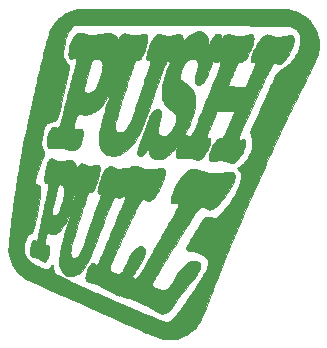
<source format=gbr>
G04 #@! TF.FileFunction,Copper,L1,Top,Signal*
%FSLAX46Y46*%
G04 Gerber Fmt 4.6, Leading zero omitted, Abs format (unit mm)*
G04 Created by KiCad (PCBNEW (2015-05-13 BZR 5653)-product) date Tue 26 May 2015 06:01:31 PM CEST*
%MOMM*%
G01*
G04 APERTURE LIST*
%ADD10C,0.100000*%
%ADD11C,0.800000*%
G04 APERTURE END LIST*
D10*
G36*
X161652947Y-94050551D02*
X161648024Y-94263788D01*
X161632805Y-94470373D01*
X161614925Y-94612886D01*
X161606845Y-94665222D01*
X161598561Y-94714990D01*
X161589421Y-94763637D01*
X161578774Y-94812605D01*
X161565970Y-94863341D01*
X161550356Y-94917287D01*
X161531281Y-94975888D01*
X161508095Y-95040589D01*
X161480145Y-95112835D01*
X161446781Y-95194068D01*
X161407351Y-95285735D01*
X161361204Y-95389279D01*
X161307688Y-95506144D01*
X161246153Y-95637776D01*
X161175946Y-95785618D01*
X161096417Y-95951114D01*
X161006914Y-96135710D01*
X160906787Y-96340849D01*
X160795383Y-96567977D01*
X160672051Y-96818536D01*
X160536140Y-97093973D01*
X160386999Y-97395730D01*
X160223977Y-97725253D01*
X160083453Y-98009172D01*
X160066488Y-98043450D01*
X160066488Y-93691292D01*
X160064107Y-93568148D01*
X160058498Y-93454500D01*
X160049723Y-93358029D01*
X160037843Y-93286419D01*
X160035695Y-93277916D01*
X159973156Y-93103612D01*
X159884680Y-92949847D01*
X159794455Y-92839902D01*
X159680842Y-92734431D01*
X159558005Y-92651345D01*
X159415705Y-92584112D01*
X159361943Y-92564012D01*
X159273825Y-92534851D01*
X159188132Y-92511419D01*
X159099440Y-92493040D01*
X159002327Y-92479035D01*
X158891372Y-92468728D01*
X158761153Y-92461443D01*
X158606247Y-92456501D01*
X158481486Y-92454095D01*
X158436088Y-92453597D01*
X158357886Y-92453005D01*
X158247965Y-92452322D01*
X158107411Y-92451554D01*
X157937309Y-92450702D01*
X157738743Y-92449773D01*
X157512800Y-92448769D01*
X157260564Y-92447695D01*
X156983122Y-92446555D01*
X156681556Y-92445352D01*
X156356955Y-92444091D01*
X156010401Y-92442776D01*
X155642981Y-92441410D01*
X155255780Y-92439998D01*
X154849883Y-92438544D01*
X154426375Y-92437051D01*
X153986342Y-92435524D01*
X153530868Y-92433967D01*
X153061040Y-92432383D01*
X152577941Y-92430777D01*
X152082659Y-92429153D01*
X151576276Y-92427514D01*
X151059880Y-92425866D01*
X150534554Y-92424210D01*
X150001385Y-92422553D01*
X149529558Y-92421104D01*
X141026662Y-92395161D01*
X140937857Y-92435817D01*
X140843113Y-92489293D01*
X140755411Y-92561658D01*
X140667621Y-92659049D01*
X140645074Y-92687699D01*
X140547549Y-92832716D01*
X140453273Y-93009184D01*
X140363040Y-93214755D01*
X140277645Y-93447082D01*
X140197883Y-93703815D01*
X140124549Y-93982605D01*
X140058438Y-94281106D01*
X140001767Y-94588433D01*
X139985079Y-94689633D01*
X139973831Y-94764388D01*
X139967708Y-94819649D01*
X139966395Y-94862370D01*
X139969575Y-94899500D01*
X139976932Y-94937993D01*
X139984452Y-94969687D01*
X140024257Y-95094105D01*
X140084881Y-95233277D01*
X140161947Y-95379292D01*
X140251080Y-95524238D01*
X140347904Y-95660205D01*
X140406278Y-95732321D01*
X140425366Y-95753479D01*
X140442732Y-95771598D01*
X140458110Y-95788447D01*
X140471232Y-95805795D01*
X140481833Y-95825413D01*
X140489647Y-95849070D01*
X140494407Y-95878537D01*
X140495848Y-95915582D01*
X140493702Y-95961976D01*
X140487704Y-96019488D01*
X140477588Y-96089888D01*
X140463088Y-96174945D01*
X140443937Y-96276430D01*
X140419868Y-96396112D01*
X140390617Y-96535762D01*
X140355916Y-96697147D01*
X140315500Y-96882039D01*
X140269101Y-97092208D01*
X140216455Y-97329422D01*
X140157295Y-97595452D01*
X140091354Y-97892067D01*
X140060532Y-98030885D01*
X140002650Y-98291257D01*
X139946399Y-98543417D01*
X139892255Y-98785279D01*
X139840691Y-99014758D01*
X139792184Y-99229768D01*
X139747208Y-99428224D01*
X139706238Y-99608041D01*
X139669750Y-99767132D01*
X139638218Y-99903413D01*
X139612117Y-100014798D01*
X139591923Y-100099201D01*
X139578111Y-100154537D01*
X139571406Y-100178095D01*
X139507599Y-100306640D01*
X139421204Y-100413654D01*
X139310635Y-100500266D01*
X139174311Y-100567605D01*
X139010648Y-100616800D01*
X138934990Y-100632039D01*
X138851436Y-100649048D01*
X138771808Y-100669130D01*
X138707434Y-100689248D01*
X138680359Y-100700307D01*
X138597171Y-100753506D01*
X138516148Y-100827514D01*
X138448938Y-100910691D01*
X138419841Y-100960661D01*
X138405317Y-101001794D01*
X138386659Y-101071787D01*
X138364712Y-101165977D01*
X138340321Y-101279703D01*
X138314332Y-101408301D01*
X138287589Y-101547111D01*
X138260940Y-101691470D01*
X138235228Y-101836716D01*
X138211300Y-101978187D01*
X138190001Y-102111221D01*
X138172175Y-102231156D01*
X138158669Y-102333329D01*
X138150328Y-102413080D01*
X138147931Y-102460146D01*
X138156442Y-102600712D01*
X138184348Y-102724542D01*
X138235203Y-102842755D01*
X138307592Y-102959382D01*
X138377745Y-103075150D01*
X138417791Y-103178915D01*
X138428405Y-103272859D01*
X138420760Y-103326082D01*
X138409057Y-103360645D01*
X138385742Y-103419671D01*
X138353441Y-103496869D01*
X138314777Y-103585945D01*
X138279468Y-103664974D01*
X138154403Y-103948526D01*
X138041660Y-104219034D01*
X137941735Y-104474828D01*
X137855123Y-104714238D01*
X137782319Y-104935595D01*
X137723818Y-105137226D01*
X137680116Y-105317464D01*
X137651706Y-105474637D01*
X137639085Y-105607075D01*
X137642747Y-105713108D01*
X137655261Y-105770717D01*
X137692900Y-105838432D01*
X137752711Y-105897022D01*
X137823324Y-105936554D01*
X137855274Y-105945422D01*
X137922569Y-105962172D01*
X137966756Y-105987918D01*
X137998597Y-106030557D01*
X138013683Y-106061654D01*
X138049412Y-106174512D01*
X138068203Y-106313864D01*
X138070163Y-106480870D01*
X138063269Y-106595268D01*
X138043249Y-106804503D01*
X138016419Y-107034806D01*
X137983632Y-107281428D01*
X137945739Y-107539618D01*
X137903592Y-107804627D01*
X137858042Y-108071704D01*
X137809942Y-108336100D01*
X137760142Y-108593066D01*
X137709495Y-108837850D01*
X137658852Y-109065703D01*
X137609065Y-109271875D01*
X137560985Y-109451617D01*
X137535947Y-109536289D01*
X137482961Y-109697305D01*
X137432380Y-109826993D01*
X137382638Y-109927679D01*
X137332166Y-110001692D01*
X137279397Y-110051357D01*
X137222762Y-110079001D01*
X137164870Y-110086989D01*
X137115629Y-110092651D01*
X137079107Y-110104636D01*
X137052250Y-110131475D01*
X137016761Y-110185288D01*
X136974948Y-110260974D01*
X136929118Y-110353431D01*
X136881580Y-110457559D01*
X136834642Y-110568255D01*
X136790611Y-110680420D01*
X136751795Y-110788952D01*
X136720502Y-110888749D01*
X136714371Y-110910821D01*
X136684110Y-111057876D01*
X136667593Y-111216940D01*
X136664964Y-111377490D01*
X136676370Y-111529000D01*
X136701956Y-111660948D01*
X136703916Y-111667909D01*
X136768751Y-111849123D01*
X136856342Y-112016163D01*
X136970172Y-112174528D01*
X137113731Y-112329722D01*
X137138272Y-112353283D01*
X137213739Y-112420912D01*
X137298749Y-112491137D01*
X137380572Y-112553678D01*
X137423512Y-112583682D01*
X137519567Y-112643603D01*
X137631830Y-112707358D01*
X137755566Y-112772815D01*
X137886041Y-112837844D01*
X138018520Y-112900315D01*
X138148269Y-112958096D01*
X138270552Y-113009056D01*
X138380636Y-113051066D01*
X138473785Y-113081995D01*
X138545266Y-113099712D01*
X138577810Y-113103133D01*
X138655280Y-113090396D01*
X138730706Y-113050983D01*
X138806225Y-112983087D01*
X138883976Y-112884903D01*
X138941647Y-112795915D01*
X138978752Y-112738226D01*
X139007474Y-112704366D01*
X139034569Y-112687840D01*
X139059328Y-112682764D01*
X139095581Y-112684120D01*
X139120594Y-112700421D01*
X139137685Y-112737109D01*
X139150173Y-112799627D01*
X139155517Y-112840491D01*
X139168422Y-112929927D01*
X139186641Y-113031500D01*
X139207952Y-113134675D01*
X139230129Y-113228918D01*
X139250950Y-113303693D01*
X139257368Y-113322931D01*
X139282304Y-113378837D01*
X139312221Y-113427558D01*
X139321919Y-113439405D01*
X139351601Y-113461883D01*
X139410300Y-113497206D01*
X139496072Y-113544437D01*
X139606974Y-113602641D01*
X139741062Y-113670880D01*
X139896391Y-113748220D01*
X140071019Y-113833724D01*
X140263002Y-113926456D01*
X140470395Y-114025480D01*
X140691255Y-114129861D01*
X140923637Y-114238662D01*
X141165599Y-114350947D01*
X141415197Y-114465780D01*
X141670485Y-114582225D01*
X141929522Y-114699347D01*
X142062140Y-114758900D01*
X142297793Y-114864089D01*
X142549249Y-114975619D01*
X142814626Y-115092690D01*
X143092042Y-115214500D01*
X143379613Y-115340247D01*
X143675459Y-115469130D01*
X143977696Y-115600346D01*
X144284442Y-115733095D01*
X144593814Y-115866574D01*
X144903931Y-115999982D01*
X145212909Y-116132517D01*
X145518867Y-116263377D01*
X145819921Y-116391762D01*
X146114190Y-116516868D01*
X146399792Y-116637895D01*
X146674843Y-116754041D01*
X146937461Y-116864503D01*
X147185764Y-116968481D01*
X147417870Y-117065173D01*
X147631895Y-117153777D01*
X147825959Y-117233491D01*
X147998177Y-117303514D01*
X148146669Y-117363044D01*
X148269551Y-117411279D01*
X148364941Y-117447418D01*
X148424849Y-117468645D01*
X148517553Y-117498878D01*
X148587248Y-117519246D01*
X148642782Y-117531436D01*
X148693004Y-117537135D01*
X148746765Y-117538033D01*
X148783304Y-117537008D01*
X148864152Y-117531620D01*
X148927130Y-117519878D01*
X148988165Y-117497930D01*
X149034765Y-117476156D01*
X149107228Y-117434765D01*
X149181821Y-117380060D01*
X149260508Y-117309834D01*
X149345250Y-117221878D01*
X149438008Y-117113985D01*
X149540746Y-116983945D01*
X149655426Y-116829551D01*
X149784008Y-116648595D01*
X149833900Y-116576782D01*
X149885908Y-116502589D01*
X149954274Y-116406649D01*
X150035082Y-116294370D01*
X150124418Y-116171160D01*
X150218364Y-116042429D01*
X150313005Y-115913583D01*
X150367591Y-115839691D01*
X150647313Y-115458144D01*
X150903785Y-115100379D01*
X151137344Y-114765843D01*
X151348329Y-114453982D01*
X151537075Y-114164246D01*
X151703921Y-113896080D01*
X151849203Y-113648932D01*
X151973259Y-113422250D01*
X152076426Y-113215481D01*
X152159041Y-113028073D01*
X152221441Y-112859472D01*
X152254593Y-112747296D01*
X152277668Y-112606087D01*
X152277071Y-112460765D01*
X152253569Y-112321979D01*
X152216287Y-112217372D01*
X152136838Y-112087305D01*
X152026058Y-111968879D01*
X151884545Y-111862387D01*
X151712903Y-111768124D01*
X151511730Y-111686387D01*
X151281630Y-111617468D01*
X151023202Y-111561663D01*
X150811646Y-111528658D01*
X150696804Y-111511934D01*
X150612275Y-111496194D01*
X150554532Y-111480653D01*
X150520045Y-111464527D01*
X150518675Y-111463551D01*
X150465155Y-111407458D01*
X150430503Y-111336931D01*
X150420662Y-111264651D01*
X150421467Y-111256168D01*
X150431955Y-111228334D01*
X150459936Y-111171937D01*
X150505214Y-111087322D01*
X150567596Y-110974833D01*
X150646887Y-110834816D01*
X150742891Y-110667615D01*
X150855415Y-110473575D01*
X150984264Y-110253040D01*
X151081771Y-110086989D01*
X151187460Y-109907556D01*
X151289206Y-109735255D01*
X151385551Y-109572530D01*
X151475039Y-109421821D01*
X151556211Y-109285571D01*
X151627608Y-109166222D01*
X151687775Y-109066215D01*
X151735252Y-108987992D01*
X151768583Y-108933996D01*
X151786308Y-108906668D01*
X151786774Y-108906025D01*
X151867338Y-108820866D01*
X151970079Y-108749362D01*
X152085091Y-108696588D01*
X152202467Y-108667616D01*
X152260022Y-108663640D01*
X152308058Y-108665614D01*
X152380518Y-108671013D01*
X152468201Y-108679051D01*
X152561903Y-108688943D01*
X152577763Y-108690752D01*
X152675509Y-108700545D01*
X152772693Y-108707704D01*
X152858676Y-108711600D01*
X152922817Y-108711609D01*
X152927773Y-108711363D01*
X153042824Y-108704862D01*
X153230031Y-108519041D01*
X153540071Y-108192557D01*
X153829531Y-107849782D01*
X154096301Y-107493947D01*
X154338270Y-107128286D01*
X154553328Y-106756031D01*
X154739364Y-106380413D01*
X154894268Y-106004666D01*
X154922220Y-105927253D01*
X154977696Y-105756731D01*
X155023041Y-105590597D01*
X155057464Y-105433493D01*
X155080177Y-105290064D01*
X155090390Y-105164953D01*
X155087313Y-105062802D01*
X155077952Y-105011427D01*
X155046476Y-104931406D01*
X154993455Y-104836872D01*
X154923430Y-104734943D01*
X154840942Y-104632736D01*
X154824608Y-104614288D01*
X154780518Y-104563376D01*
X154749018Y-104523336D01*
X154734149Y-104499526D01*
X154734887Y-104495261D01*
X154758866Y-104485539D01*
X154804452Y-104458829D01*
X154866397Y-104418817D01*
X154939454Y-104369189D01*
X155018377Y-104313630D01*
X155097919Y-104255825D01*
X155172832Y-104199460D01*
X155237869Y-104148220D01*
X155282043Y-104110938D01*
X155445181Y-103954025D01*
X155580381Y-103795617D01*
X155692018Y-103628728D01*
X155784469Y-103446376D01*
X155862107Y-103241575D01*
X155896123Y-103130725D01*
X155958293Y-102864528D01*
X155993942Y-102594803D01*
X156003203Y-102326389D01*
X155986212Y-102064125D01*
X155943104Y-101812850D01*
X155874013Y-101577401D01*
X155851130Y-101517687D01*
X155810329Y-101416673D01*
X156070887Y-100859069D01*
X156232871Y-100511812D01*
X156394868Y-100163355D01*
X156555605Y-99816480D01*
X156713808Y-99473972D01*
X156868203Y-99138614D01*
X157017516Y-98813188D01*
X157160473Y-98500479D01*
X157295800Y-98203270D01*
X157422225Y-97924344D01*
X157538472Y-97666485D01*
X157643268Y-97432476D01*
X157735339Y-97225101D01*
X157770576Y-97145094D01*
X157869131Y-96930742D01*
X157965050Y-96745284D01*
X158062085Y-96584330D01*
X158163986Y-96443494D01*
X158274505Y-96318385D01*
X158397393Y-96204616D01*
X158536402Y-96097799D01*
X158695283Y-95993544D01*
X158815865Y-95922288D01*
X158987415Y-95808237D01*
X159156916Y-95664981D01*
X159321185Y-95497181D01*
X159477038Y-95309503D01*
X159621292Y-95106610D01*
X159750765Y-94893166D01*
X159862271Y-94673834D01*
X159952629Y-94453279D01*
X160018655Y-94236165D01*
X160042503Y-94125148D01*
X160053649Y-94040857D01*
X160061321Y-93935329D01*
X160065580Y-93816246D01*
X160066488Y-93691292D01*
X160066488Y-98043450D01*
X159917975Y-98343523D01*
X159766279Y-98650178D01*
X159627095Y-98931801D01*
X159499151Y-99191059D01*
X159381176Y-99430616D01*
X159271897Y-99653138D01*
X159170043Y-99861290D01*
X159074344Y-100057738D01*
X158983526Y-100245146D01*
X158896319Y-100426180D01*
X158811451Y-100603505D01*
X158727650Y-100779787D01*
X158643645Y-100957691D01*
X158558165Y-101139883D01*
X158469937Y-101329027D01*
X158377691Y-101527788D01*
X158280154Y-101738834D01*
X158176056Y-101964827D01*
X158064124Y-102208435D01*
X157943087Y-102472321D01*
X157811673Y-102759153D01*
X157676223Y-103054968D01*
X157532610Y-103369160D01*
X157381026Y-103701729D01*
X157223285Y-104048650D01*
X157061203Y-104405898D01*
X156896595Y-104769448D01*
X156731276Y-105135277D01*
X156567060Y-105499358D01*
X156405763Y-105857668D01*
X156249200Y-106206182D01*
X156099184Y-106540875D01*
X155957532Y-106857723D01*
X155826058Y-107152700D01*
X155706578Y-107421782D01*
X155682933Y-107475182D01*
X155547839Y-107780616D01*
X155425070Y-108058641D01*
X155313130Y-108312794D01*
X155210525Y-108546608D01*
X155115758Y-108763620D01*
X155027333Y-108967363D01*
X154943757Y-109161374D01*
X154863532Y-109349187D01*
X154785164Y-109534337D01*
X154707156Y-109720359D01*
X154628015Y-109910788D01*
X154546243Y-110109160D01*
X154460346Y-110319010D01*
X154368828Y-110543871D01*
X154270194Y-110787280D01*
X154162948Y-111052772D01*
X154045594Y-111343881D01*
X154031572Y-111378693D01*
X153914069Y-111671002D01*
X153787066Y-111988017D01*
X153652711Y-112324323D01*
X153513153Y-112674503D01*
X153370539Y-113033141D01*
X153227019Y-113394821D01*
X153084740Y-113754128D01*
X152945851Y-114105646D01*
X152812501Y-114443957D01*
X152686837Y-114763648D01*
X152571007Y-115059300D01*
X152532240Y-115158527D01*
X152435863Y-115405074D01*
X152341020Y-115647056D01*
X152248651Y-115882102D01*
X152159698Y-116107844D01*
X152075103Y-116321912D01*
X151995807Y-116521938D01*
X151922752Y-116705551D01*
X151856880Y-116870384D01*
X151799131Y-117014067D01*
X151750448Y-117134230D01*
X151711771Y-117228505D01*
X151684044Y-117294521D01*
X151676125Y-117312722D01*
X151626110Y-117423746D01*
X151583371Y-117512553D01*
X151542531Y-117588363D01*
X151498212Y-117660398D01*
X151445039Y-117737879D01*
X151377635Y-117830028D01*
X151363216Y-117849366D01*
X151293535Y-117941644D01*
X151236711Y-118013333D01*
X151185956Y-118071456D01*
X151134477Y-118123035D01*
X151075485Y-118175092D01*
X151002189Y-118234651D01*
X150953848Y-118272737D01*
X150858595Y-118344216D01*
X150745188Y-118424377D01*
X150625077Y-118505406D01*
X150509712Y-118579489D01*
X150457557Y-118611383D01*
X150350570Y-118674407D01*
X150261188Y-118723941D01*
X150179364Y-118764668D01*
X150095048Y-118801271D01*
X149998195Y-118838432D01*
X149881440Y-118879903D01*
X149577084Y-118985715D01*
X149178885Y-118992228D01*
X149033612Y-118993979D01*
X148914720Y-118993769D01*
X148814745Y-118991296D01*
X148726219Y-118986261D01*
X148641675Y-118978366D01*
X148553648Y-118967310D01*
X148551933Y-118967073D01*
X148511589Y-118961578D01*
X148473677Y-118956414D01*
X148437187Y-118951155D01*
X148401109Y-118945377D01*
X148364433Y-118938656D01*
X148326149Y-118930569D01*
X148285246Y-118920691D01*
X148240715Y-118908599D01*
X148191544Y-118893867D01*
X148136725Y-118876073D01*
X148075246Y-118854792D01*
X148006097Y-118829599D01*
X147928269Y-118800072D01*
X147840752Y-118765785D01*
X147742534Y-118726315D01*
X147632606Y-118681238D01*
X147509957Y-118630129D01*
X147373578Y-118572566D01*
X147222458Y-118508122D01*
X147055588Y-118436376D01*
X146871956Y-118356901D01*
X146670552Y-118269275D01*
X146450368Y-118173074D01*
X146210391Y-118067872D01*
X145949613Y-117953247D01*
X145667023Y-117828774D01*
X145361610Y-117694029D01*
X145032365Y-117548589D01*
X144678277Y-117392028D01*
X144298337Y-117223923D01*
X143891533Y-117043850D01*
X143456857Y-116851385D01*
X142993297Y-116646103D01*
X142499843Y-116427581D01*
X142453556Y-116407084D01*
X142048108Y-116227485D01*
X141649578Y-116050839D01*
X141259148Y-115877674D01*
X140877999Y-115708517D01*
X140507312Y-115543895D01*
X140148270Y-115384335D01*
X139802053Y-115230365D01*
X139469843Y-115082512D01*
X139152821Y-114941304D01*
X138852169Y-114807268D01*
X138569068Y-114680931D01*
X138304700Y-114562821D01*
X138060245Y-114453464D01*
X137836886Y-114353388D01*
X137635804Y-114263121D01*
X137458179Y-114183190D01*
X137305195Y-114114122D01*
X137178031Y-114056445D01*
X137077870Y-114010685D01*
X137005893Y-113977370D01*
X136963281Y-113957028D01*
X136955024Y-113952804D01*
X136719821Y-113811854D01*
X136495213Y-113648774D01*
X136286706Y-113468416D01*
X136099804Y-113275637D01*
X135940011Y-113075291D01*
X135908418Y-113029757D01*
X135789030Y-112833494D01*
X135678071Y-112613760D01*
X135579133Y-112379786D01*
X135495812Y-112140804D01*
X135431700Y-111906047D01*
X135393569Y-111707198D01*
X135386077Y-111652839D01*
X135379978Y-111598910D01*
X135375438Y-111543374D01*
X135372625Y-111484196D01*
X135371705Y-111419342D01*
X135372844Y-111346776D01*
X135376211Y-111264462D01*
X135381971Y-111170366D01*
X135390291Y-111062453D01*
X135401338Y-110938686D01*
X135415280Y-110797032D01*
X135432282Y-110635454D01*
X135452512Y-110451917D01*
X135476136Y-110244387D01*
X135503321Y-110010827D01*
X135534234Y-109749203D01*
X135569042Y-109457479D01*
X135597192Y-109222813D01*
X135633230Y-108923472D01*
X135665941Y-108653482D01*
X135695920Y-108408534D01*
X135723759Y-108184317D01*
X135750051Y-107976521D01*
X135775391Y-107780835D01*
X135800371Y-107592951D01*
X135825586Y-107408556D01*
X135851628Y-107223342D01*
X135879090Y-107032999D01*
X135908567Y-106833214D01*
X135940652Y-106619680D01*
X135975938Y-106388085D01*
X136015019Y-106134119D01*
X136058487Y-105853472D01*
X136081274Y-105706802D01*
X136138452Y-105340801D01*
X136191478Y-105005213D01*
X136240881Y-104696886D01*
X136287191Y-104412668D01*
X136330937Y-104149409D01*
X136372650Y-103903956D01*
X136412859Y-103673158D01*
X136452093Y-103453863D01*
X136490883Y-103242921D01*
X136529758Y-103037178D01*
X136531219Y-103029551D01*
X136630480Y-102516406D01*
X136728959Y-102016827D01*
X136826126Y-101533345D01*
X136921450Y-101068492D01*
X137014403Y-100624800D01*
X137104455Y-100204798D01*
X137191076Y-99811020D01*
X137273736Y-99445997D01*
X137343099Y-99149230D01*
X137384664Y-98973234D01*
X137432240Y-98769859D01*
X137484515Y-98544815D01*
X137540179Y-98303810D01*
X137597920Y-98052555D01*
X137656426Y-97796759D01*
X137714387Y-97542133D01*
X137770491Y-97294384D01*
X137823425Y-97059224D01*
X137835414Y-97005735D01*
X137891931Y-96755704D01*
X137951718Y-96495607D01*
X138014132Y-96228002D01*
X138078531Y-95955445D01*
X138144273Y-95680493D01*
X138210717Y-95405705D01*
X138277220Y-95133636D01*
X138343140Y-94866845D01*
X138407835Y-94607888D01*
X138470663Y-94359323D01*
X138530983Y-94123706D01*
X138588151Y-93903595D01*
X138641527Y-93701548D01*
X138690469Y-93520120D01*
X138734333Y-93361870D01*
X138772479Y-93229354D01*
X138804264Y-93125131D01*
X138825927Y-93060343D01*
X138935579Y-92790802D01*
X139065505Y-92535718D01*
X139212972Y-92299327D01*
X139375250Y-92085867D01*
X139549605Y-91899574D01*
X139610275Y-91843946D01*
X139693421Y-91773251D01*
X139792441Y-91692837D01*
X139895336Y-91612259D01*
X139990104Y-91541073D01*
X139996378Y-91536505D01*
X140085418Y-91473059D01*
X140158789Y-91424765D01*
X140226925Y-91385979D01*
X140300265Y-91351058D01*
X140389245Y-91314360D01*
X140452400Y-91289934D01*
X140696157Y-91203731D01*
X140932028Y-91133735D01*
X141153818Y-91081599D01*
X141355224Y-91048991D01*
X141389583Y-91046951D01*
X141456584Y-91044990D01*
X141554977Y-91043107D01*
X141683515Y-91041302D01*
X141840949Y-91039575D01*
X142026031Y-91037926D01*
X142237514Y-91036355D01*
X142474148Y-91034861D01*
X142734685Y-91033445D01*
X143017878Y-91032107D01*
X143322478Y-91030846D01*
X143647237Y-91029663D01*
X143990907Y-91028557D01*
X144352239Y-91027529D01*
X144729985Y-91026578D01*
X145122898Y-91025704D01*
X145529729Y-91024908D01*
X145949229Y-91024190D01*
X146380151Y-91023548D01*
X146821246Y-91022983D01*
X147271266Y-91022496D01*
X147728963Y-91022085D01*
X148193088Y-91021751D01*
X148662394Y-91021495D01*
X149135633Y-91021315D01*
X149611555Y-91021212D01*
X150088914Y-91021186D01*
X150566460Y-91021236D01*
X151042945Y-91021363D01*
X151517122Y-91021567D01*
X151987742Y-91021847D01*
X152453556Y-91022204D01*
X152913317Y-91022637D01*
X153365777Y-91023147D01*
X153809687Y-91023733D01*
X154243799Y-91024394D01*
X154666865Y-91025132D01*
X155077636Y-91025947D01*
X155474865Y-91026838D01*
X155857303Y-91027805D01*
X156223702Y-91028847D01*
X156572814Y-91029966D01*
X156903390Y-91031161D01*
X157214183Y-91032432D01*
X157503944Y-91033778D01*
X157771425Y-91035201D01*
X158015378Y-91036699D01*
X158234555Y-91038272D01*
X158427706Y-91039922D01*
X158593585Y-91041647D01*
X158730943Y-91043447D01*
X158838532Y-91045323D01*
X158915103Y-91047274D01*
X158959409Y-91049301D01*
X158964408Y-91049727D01*
X159263239Y-91096507D01*
X159560599Y-91176923D01*
X159855873Y-91290730D01*
X160148447Y-91437685D01*
X160437705Y-91617545D01*
X160489425Y-91653432D01*
X160581800Y-91719477D01*
X160653529Y-91773898D01*
X160712257Y-91823724D01*
X160765629Y-91875989D01*
X160821292Y-91937722D01*
X160886890Y-92015956D01*
X160896995Y-92028251D01*
X161095694Y-92292244D01*
X161266049Y-92564743D01*
X161406767Y-92843126D01*
X161516557Y-93124771D01*
X161594128Y-93407058D01*
X161606648Y-93468501D01*
X161632189Y-93643151D01*
X161647645Y-93840420D01*
X161652947Y-94050551D01*
X161652947Y-94050551D01*
X161652947Y-94050551D01*
G37*
X161652947Y-94050551D02*
X161648024Y-94263788D01*
X161632805Y-94470373D01*
X161614925Y-94612886D01*
X161606845Y-94665222D01*
X161598561Y-94714990D01*
X161589421Y-94763637D01*
X161578774Y-94812605D01*
X161565970Y-94863341D01*
X161550356Y-94917287D01*
X161531281Y-94975888D01*
X161508095Y-95040589D01*
X161480145Y-95112835D01*
X161446781Y-95194068D01*
X161407351Y-95285735D01*
X161361204Y-95389279D01*
X161307688Y-95506144D01*
X161246153Y-95637776D01*
X161175946Y-95785618D01*
X161096417Y-95951114D01*
X161006914Y-96135710D01*
X160906787Y-96340849D01*
X160795383Y-96567977D01*
X160672051Y-96818536D01*
X160536140Y-97093973D01*
X160386999Y-97395730D01*
X160223977Y-97725253D01*
X160083453Y-98009172D01*
X160066488Y-98043450D01*
X160066488Y-93691292D01*
X160064107Y-93568148D01*
X160058498Y-93454500D01*
X160049723Y-93358029D01*
X160037843Y-93286419D01*
X160035695Y-93277916D01*
X159973156Y-93103612D01*
X159884680Y-92949847D01*
X159794455Y-92839902D01*
X159680842Y-92734431D01*
X159558005Y-92651345D01*
X159415705Y-92584112D01*
X159361943Y-92564012D01*
X159273825Y-92534851D01*
X159188132Y-92511419D01*
X159099440Y-92493040D01*
X159002327Y-92479035D01*
X158891372Y-92468728D01*
X158761153Y-92461443D01*
X158606247Y-92456501D01*
X158481486Y-92454095D01*
X158436088Y-92453597D01*
X158357886Y-92453005D01*
X158247965Y-92452322D01*
X158107411Y-92451554D01*
X157937309Y-92450702D01*
X157738743Y-92449773D01*
X157512800Y-92448769D01*
X157260564Y-92447695D01*
X156983122Y-92446555D01*
X156681556Y-92445352D01*
X156356955Y-92444091D01*
X156010401Y-92442776D01*
X155642981Y-92441410D01*
X155255780Y-92439998D01*
X154849883Y-92438544D01*
X154426375Y-92437051D01*
X153986342Y-92435524D01*
X153530868Y-92433967D01*
X153061040Y-92432383D01*
X152577941Y-92430777D01*
X152082659Y-92429153D01*
X151576276Y-92427514D01*
X151059880Y-92425866D01*
X150534554Y-92424210D01*
X150001385Y-92422553D01*
X149529558Y-92421104D01*
X141026662Y-92395161D01*
X140937857Y-92435817D01*
X140843113Y-92489293D01*
X140755411Y-92561658D01*
X140667621Y-92659049D01*
X140645074Y-92687699D01*
X140547549Y-92832716D01*
X140453273Y-93009184D01*
X140363040Y-93214755D01*
X140277645Y-93447082D01*
X140197883Y-93703815D01*
X140124549Y-93982605D01*
X140058438Y-94281106D01*
X140001767Y-94588433D01*
X139985079Y-94689633D01*
X139973831Y-94764388D01*
X139967708Y-94819649D01*
X139966395Y-94862370D01*
X139969575Y-94899500D01*
X139976932Y-94937993D01*
X139984452Y-94969687D01*
X140024257Y-95094105D01*
X140084881Y-95233277D01*
X140161947Y-95379292D01*
X140251080Y-95524238D01*
X140347904Y-95660205D01*
X140406278Y-95732321D01*
X140425366Y-95753479D01*
X140442732Y-95771598D01*
X140458110Y-95788447D01*
X140471232Y-95805795D01*
X140481833Y-95825413D01*
X140489647Y-95849070D01*
X140494407Y-95878537D01*
X140495848Y-95915582D01*
X140493702Y-95961976D01*
X140487704Y-96019488D01*
X140477588Y-96089888D01*
X140463088Y-96174945D01*
X140443937Y-96276430D01*
X140419868Y-96396112D01*
X140390617Y-96535762D01*
X140355916Y-96697147D01*
X140315500Y-96882039D01*
X140269101Y-97092208D01*
X140216455Y-97329422D01*
X140157295Y-97595452D01*
X140091354Y-97892067D01*
X140060532Y-98030885D01*
X140002650Y-98291257D01*
X139946399Y-98543417D01*
X139892255Y-98785279D01*
X139840691Y-99014758D01*
X139792184Y-99229768D01*
X139747208Y-99428224D01*
X139706238Y-99608041D01*
X139669750Y-99767132D01*
X139638218Y-99903413D01*
X139612117Y-100014798D01*
X139591923Y-100099201D01*
X139578111Y-100154537D01*
X139571406Y-100178095D01*
X139507599Y-100306640D01*
X139421204Y-100413654D01*
X139310635Y-100500266D01*
X139174311Y-100567605D01*
X139010648Y-100616800D01*
X138934990Y-100632039D01*
X138851436Y-100649048D01*
X138771808Y-100669130D01*
X138707434Y-100689248D01*
X138680359Y-100700307D01*
X138597171Y-100753506D01*
X138516148Y-100827514D01*
X138448938Y-100910691D01*
X138419841Y-100960661D01*
X138405317Y-101001794D01*
X138386659Y-101071787D01*
X138364712Y-101165977D01*
X138340321Y-101279703D01*
X138314332Y-101408301D01*
X138287589Y-101547111D01*
X138260940Y-101691470D01*
X138235228Y-101836716D01*
X138211300Y-101978187D01*
X138190001Y-102111221D01*
X138172175Y-102231156D01*
X138158669Y-102333329D01*
X138150328Y-102413080D01*
X138147931Y-102460146D01*
X138156442Y-102600712D01*
X138184348Y-102724542D01*
X138235203Y-102842755D01*
X138307592Y-102959382D01*
X138377745Y-103075150D01*
X138417791Y-103178915D01*
X138428405Y-103272859D01*
X138420760Y-103326082D01*
X138409057Y-103360645D01*
X138385742Y-103419671D01*
X138353441Y-103496869D01*
X138314777Y-103585945D01*
X138279468Y-103664974D01*
X138154403Y-103948526D01*
X138041660Y-104219034D01*
X137941735Y-104474828D01*
X137855123Y-104714238D01*
X137782319Y-104935595D01*
X137723818Y-105137226D01*
X137680116Y-105317464D01*
X137651706Y-105474637D01*
X137639085Y-105607075D01*
X137642747Y-105713108D01*
X137655261Y-105770717D01*
X137692900Y-105838432D01*
X137752711Y-105897022D01*
X137823324Y-105936554D01*
X137855274Y-105945422D01*
X137922569Y-105962172D01*
X137966756Y-105987918D01*
X137998597Y-106030557D01*
X138013683Y-106061654D01*
X138049412Y-106174512D01*
X138068203Y-106313864D01*
X138070163Y-106480870D01*
X138063269Y-106595268D01*
X138043249Y-106804503D01*
X138016419Y-107034806D01*
X137983632Y-107281428D01*
X137945739Y-107539618D01*
X137903592Y-107804627D01*
X137858042Y-108071704D01*
X137809942Y-108336100D01*
X137760142Y-108593066D01*
X137709495Y-108837850D01*
X137658852Y-109065703D01*
X137609065Y-109271875D01*
X137560985Y-109451617D01*
X137535947Y-109536289D01*
X137482961Y-109697305D01*
X137432380Y-109826993D01*
X137382638Y-109927679D01*
X137332166Y-110001692D01*
X137279397Y-110051357D01*
X137222762Y-110079001D01*
X137164870Y-110086989D01*
X137115629Y-110092651D01*
X137079107Y-110104636D01*
X137052250Y-110131475D01*
X137016761Y-110185288D01*
X136974948Y-110260974D01*
X136929118Y-110353431D01*
X136881580Y-110457559D01*
X136834642Y-110568255D01*
X136790611Y-110680420D01*
X136751795Y-110788952D01*
X136720502Y-110888749D01*
X136714371Y-110910821D01*
X136684110Y-111057876D01*
X136667593Y-111216940D01*
X136664964Y-111377490D01*
X136676370Y-111529000D01*
X136701956Y-111660948D01*
X136703916Y-111667909D01*
X136768751Y-111849123D01*
X136856342Y-112016163D01*
X136970172Y-112174528D01*
X137113731Y-112329722D01*
X137138272Y-112353283D01*
X137213739Y-112420912D01*
X137298749Y-112491137D01*
X137380572Y-112553678D01*
X137423512Y-112583682D01*
X137519567Y-112643603D01*
X137631830Y-112707358D01*
X137755566Y-112772815D01*
X137886041Y-112837844D01*
X138018520Y-112900315D01*
X138148269Y-112958096D01*
X138270552Y-113009056D01*
X138380636Y-113051066D01*
X138473785Y-113081995D01*
X138545266Y-113099712D01*
X138577810Y-113103133D01*
X138655280Y-113090396D01*
X138730706Y-113050983D01*
X138806225Y-112983087D01*
X138883976Y-112884903D01*
X138941647Y-112795915D01*
X138978752Y-112738226D01*
X139007474Y-112704366D01*
X139034569Y-112687840D01*
X139059328Y-112682764D01*
X139095581Y-112684120D01*
X139120594Y-112700421D01*
X139137685Y-112737109D01*
X139150173Y-112799627D01*
X139155517Y-112840491D01*
X139168422Y-112929927D01*
X139186641Y-113031500D01*
X139207952Y-113134675D01*
X139230129Y-113228918D01*
X139250950Y-113303693D01*
X139257368Y-113322931D01*
X139282304Y-113378837D01*
X139312221Y-113427558D01*
X139321919Y-113439405D01*
X139351601Y-113461883D01*
X139410300Y-113497206D01*
X139496072Y-113544437D01*
X139606974Y-113602641D01*
X139741062Y-113670880D01*
X139896391Y-113748220D01*
X140071019Y-113833724D01*
X140263002Y-113926456D01*
X140470395Y-114025480D01*
X140691255Y-114129861D01*
X140923637Y-114238662D01*
X141165599Y-114350947D01*
X141415197Y-114465780D01*
X141670485Y-114582225D01*
X141929522Y-114699347D01*
X142062140Y-114758900D01*
X142297793Y-114864089D01*
X142549249Y-114975619D01*
X142814626Y-115092690D01*
X143092042Y-115214500D01*
X143379613Y-115340247D01*
X143675459Y-115469130D01*
X143977696Y-115600346D01*
X144284442Y-115733095D01*
X144593814Y-115866574D01*
X144903931Y-115999982D01*
X145212909Y-116132517D01*
X145518867Y-116263377D01*
X145819921Y-116391762D01*
X146114190Y-116516868D01*
X146399792Y-116637895D01*
X146674843Y-116754041D01*
X146937461Y-116864503D01*
X147185764Y-116968481D01*
X147417870Y-117065173D01*
X147631895Y-117153777D01*
X147825959Y-117233491D01*
X147998177Y-117303514D01*
X148146669Y-117363044D01*
X148269551Y-117411279D01*
X148364941Y-117447418D01*
X148424849Y-117468645D01*
X148517553Y-117498878D01*
X148587248Y-117519246D01*
X148642782Y-117531436D01*
X148693004Y-117537135D01*
X148746765Y-117538033D01*
X148783304Y-117537008D01*
X148864152Y-117531620D01*
X148927130Y-117519878D01*
X148988165Y-117497930D01*
X149034765Y-117476156D01*
X149107228Y-117434765D01*
X149181821Y-117380060D01*
X149260508Y-117309834D01*
X149345250Y-117221878D01*
X149438008Y-117113985D01*
X149540746Y-116983945D01*
X149655426Y-116829551D01*
X149784008Y-116648595D01*
X149833900Y-116576782D01*
X149885908Y-116502589D01*
X149954274Y-116406649D01*
X150035082Y-116294370D01*
X150124418Y-116171160D01*
X150218364Y-116042429D01*
X150313005Y-115913583D01*
X150367591Y-115839691D01*
X150647313Y-115458144D01*
X150903785Y-115100379D01*
X151137344Y-114765843D01*
X151348329Y-114453982D01*
X151537075Y-114164246D01*
X151703921Y-113896080D01*
X151849203Y-113648932D01*
X151973259Y-113422250D01*
X152076426Y-113215481D01*
X152159041Y-113028073D01*
X152221441Y-112859472D01*
X152254593Y-112747296D01*
X152277668Y-112606087D01*
X152277071Y-112460765D01*
X152253569Y-112321979D01*
X152216287Y-112217372D01*
X152136838Y-112087305D01*
X152026058Y-111968879D01*
X151884545Y-111862387D01*
X151712903Y-111768124D01*
X151511730Y-111686387D01*
X151281630Y-111617468D01*
X151023202Y-111561663D01*
X150811646Y-111528658D01*
X150696804Y-111511934D01*
X150612275Y-111496194D01*
X150554532Y-111480653D01*
X150520045Y-111464527D01*
X150518675Y-111463551D01*
X150465155Y-111407458D01*
X150430503Y-111336931D01*
X150420662Y-111264651D01*
X150421467Y-111256168D01*
X150431955Y-111228334D01*
X150459936Y-111171937D01*
X150505214Y-111087322D01*
X150567596Y-110974833D01*
X150646887Y-110834816D01*
X150742891Y-110667615D01*
X150855415Y-110473575D01*
X150984264Y-110253040D01*
X151081771Y-110086989D01*
X151187460Y-109907556D01*
X151289206Y-109735255D01*
X151385551Y-109572530D01*
X151475039Y-109421821D01*
X151556211Y-109285571D01*
X151627608Y-109166222D01*
X151687775Y-109066215D01*
X151735252Y-108987992D01*
X151768583Y-108933996D01*
X151786308Y-108906668D01*
X151786774Y-108906025D01*
X151867338Y-108820866D01*
X151970079Y-108749362D01*
X152085091Y-108696588D01*
X152202467Y-108667616D01*
X152260022Y-108663640D01*
X152308058Y-108665614D01*
X152380518Y-108671013D01*
X152468201Y-108679051D01*
X152561903Y-108688943D01*
X152577763Y-108690752D01*
X152675509Y-108700545D01*
X152772693Y-108707704D01*
X152858676Y-108711600D01*
X152922817Y-108711609D01*
X152927773Y-108711363D01*
X153042824Y-108704862D01*
X153230031Y-108519041D01*
X153540071Y-108192557D01*
X153829531Y-107849782D01*
X154096301Y-107493947D01*
X154338270Y-107128286D01*
X154553328Y-106756031D01*
X154739364Y-106380413D01*
X154894268Y-106004666D01*
X154922220Y-105927253D01*
X154977696Y-105756731D01*
X155023041Y-105590597D01*
X155057464Y-105433493D01*
X155080177Y-105290064D01*
X155090390Y-105164953D01*
X155087313Y-105062802D01*
X155077952Y-105011427D01*
X155046476Y-104931406D01*
X154993455Y-104836872D01*
X154923430Y-104734943D01*
X154840942Y-104632736D01*
X154824608Y-104614288D01*
X154780518Y-104563376D01*
X154749018Y-104523336D01*
X154734149Y-104499526D01*
X154734887Y-104495261D01*
X154758866Y-104485539D01*
X154804452Y-104458829D01*
X154866397Y-104418817D01*
X154939454Y-104369189D01*
X155018377Y-104313630D01*
X155097919Y-104255825D01*
X155172832Y-104199460D01*
X155237869Y-104148220D01*
X155282043Y-104110938D01*
X155445181Y-103954025D01*
X155580381Y-103795617D01*
X155692018Y-103628728D01*
X155784469Y-103446376D01*
X155862107Y-103241575D01*
X155896123Y-103130725D01*
X155958293Y-102864528D01*
X155993942Y-102594803D01*
X156003203Y-102326389D01*
X155986212Y-102064125D01*
X155943104Y-101812850D01*
X155874013Y-101577401D01*
X155851130Y-101517687D01*
X155810329Y-101416673D01*
X156070887Y-100859069D01*
X156232871Y-100511812D01*
X156394868Y-100163355D01*
X156555605Y-99816480D01*
X156713808Y-99473972D01*
X156868203Y-99138614D01*
X157017516Y-98813188D01*
X157160473Y-98500479D01*
X157295800Y-98203270D01*
X157422225Y-97924344D01*
X157538472Y-97666485D01*
X157643268Y-97432476D01*
X157735339Y-97225101D01*
X157770576Y-97145094D01*
X157869131Y-96930742D01*
X157965050Y-96745284D01*
X158062085Y-96584330D01*
X158163986Y-96443494D01*
X158274505Y-96318385D01*
X158397393Y-96204616D01*
X158536402Y-96097799D01*
X158695283Y-95993544D01*
X158815865Y-95922288D01*
X158987415Y-95808237D01*
X159156916Y-95664981D01*
X159321185Y-95497181D01*
X159477038Y-95309503D01*
X159621292Y-95106610D01*
X159750765Y-94893166D01*
X159862271Y-94673834D01*
X159952629Y-94453279D01*
X160018655Y-94236165D01*
X160042503Y-94125148D01*
X160053649Y-94040857D01*
X160061321Y-93935329D01*
X160065580Y-93816246D01*
X160066488Y-93691292D01*
X160066488Y-98043450D01*
X159917975Y-98343523D01*
X159766279Y-98650178D01*
X159627095Y-98931801D01*
X159499151Y-99191059D01*
X159381176Y-99430616D01*
X159271897Y-99653138D01*
X159170043Y-99861290D01*
X159074344Y-100057738D01*
X158983526Y-100245146D01*
X158896319Y-100426180D01*
X158811451Y-100603505D01*
X158727650Y-100779787D01*
X158643645Y-100957691D01*
X158558165Y-101139883D01*
X158469937Y-101329027D01*
X158377691Y-101527788D01*
X158280154Y-101738834D01*
X158176056Y-101964827D01*
X158064124Y-102208435D01*
X157943087Y-102472321D01*
X157811673Y-102759153D01*
X157676223Y-103054968D01*
X157532610Y-103369160D01*
X157381026Y-103701729D01*
X157223285Y-104048650D01*
X157061203Y-104405898D01*
X156896595Y-104769448D01*
X156731276Y-105135277D01*
X156567060Y-105499358D01*
X156405763Y-105857668D01*
X156249200Y-106206182D01*
X156099184Y-106540875D01*
X155957532Y-106857723D01*
X155826058Y-107152700D01*
X155706578Y-107421782D01*
X155682933Y-107475182D01*
X155547839Y-107780616D01*
X155425070Y-108058641D01*
X155313130Y-108312794D01*
X155210525Y-108546608D01*
X155115758Y-108763620D01*
X155027333Y-108967363D01*
X154943757Y-109161374D01*
X154863532Y-109349187D01*
X154785164Y-109534337D01*
X154707156Y-109720359D01*
X154628015Y-109910788D01*
X154546243Y-110109160D01*
X154460346Y-110319010D01*
X154368828Y-110543871D01*
X154270194Y-110787280D01*
X154162948Y-111052772D01*
X154045594Y-111343881D01*
X154031572Y-111378693D01*
X153914069Y-111671002D01*
X153787066Y-111988017D01*
X153652711Y-112324323D01*
X153513153Y-112674503D01*
X153370539Y-113033141D01*
X153227019Y-113394821D01*
X153084740Y-113754128D01*
X152945851Y-114105646D01*
X152812501Y-114443957D01*
X152686837Y-114763648D01*
X152571007Y-115059300D01*
X152532240Y-115158527D01*
X152435863Y-115405074D01*
X152341020Y-115647056D01*
X152248651Y-115882102D01*
X152159698Y-116107844D01*
X152075103Y-116321912D01*
X151995807Y-116521938D01*
X151922752Y-116705551D01*
X151856880Y-116870384D01*
X151799131Y-117014067D01*
X151750448Y-117134230D01*
X151711771Y-117228505D01*
X151684044Y-117294521D01*
X151676125Y-117312722D01*
X151626110Y-117423746D01*
X151583371Y-117512553D01*
X151542531Y-117588363D01*
X151498212Y-117660398D01*
X151445039Y-117737879D01*
X151377635Y-117830028D01*
X151363216Y-117849366D01*
X151293535Y-117941644D01*
X151236711Y-118013333D01*
X151185956Y-118071456D01*
X151134477Y-118123035D01*
X151075485Y-118175092D01*
X151002189Y-118234651D01*
X150953848Y-118272737D01*
X150858595Y-118344216D01*
X150745188Y-118424377D01*
X150625077Y-118505406D01*
X150509712Y-118579489D01*
X150457557Y-118611383D01*
X150350570Y-118674407D01*
X150261188Y-118723941D01*
X150179364Y-118764668D01*
X150095048Y-118801271D01*
X149998195Y-118838432D01*
X149881440Y-118879903D01*
X149577084Y-118985715D01*
X149178885Y-118992228D01*
X149033612Y-118993979D01*
X148914720Y-118993769D01*
X148814745Y-118991296D01*
X148726219Y-118986261D01*
X148641675Y-118978366D01*
X148553648Y-118967310D01*
X148551933Y-118967073D01*
X148511589Y-118961578D01*
X148473677Y-118956414D01*
X148437187Y-118951155D01*
X148401109Y-118945377D01*
X148364433Y-118938656D01*
X148326149Y-118930569D01*
X148285246Y-118920691D01*
X148240715Y-118908599D01*
X148191544Y-118893867D01*
X148136725Y-118876073D01*
X148075246Y-118854792D01*
X148006097Y-118829599D01*
X147928269Y-118800072D01*
X147840752Y-118765785D01*
X147742534Y-118726315D01*
X147632606Y-118681238D01*
X147509957Y-118630129D01*
X147373578Y-118572566D01*
X147222458Y-118508122D01*
X147055588Y-118436376D01*
X146871956Y-118356901D01*
X146670552Y-118269275D01*
X146450368Y-118173074D01*
X146210391Y-118067872D01*
X145949613Y-117953247D01*
X145667023Y-117828774D01*
X145361610Y-117694029D01*
X145032365Y-117548589D01*
X144678277Y-117392028D01*
X144298337Y-117223923D01*
X143891533Y-117043850D01*
X143456857Y-116851385D01*
X142993297Y-116646103D01*
X142499843Y-116427581D01*
X142453556Y-116407084D01*
X142048108Y-116227485D01*
X141649578Y-116050839D01*
X141259148Y-115877674D01*
X140877999Y-115708517D01*
X140507312Y-115543895D01*
X140148270Y-115384335D01*
X139802053Y-115230365D01*
X139469843Y-115082512D01*
X139152821Y-114941304D01*
X138852169Y-114807268D01*
X138569068Y-114680931D01*
X138304700Y-114562821D01*
X138060245Y-114453464D01*
X137836886Y-114353388D01*
X137635804Y-114263121D01*
X137458179Y-114183190D01*
X137305195Y-114114122D01*
X137178031Y-114056445D01*
X137077870Y-114010685D01*
X137005893Y-113977370D01*
X136963281Y-113957028D01*
X136955024Y-113952804D01*
X136719821Y-113811854D01*
X136495213Y-113648774D01*
X136286706Y-113468416D01*
X136099804Y-113275637D01*
X135940011Y-113075291D01*
X135908418Y-113029757D01*
X135789030Y-112833494D01*
X135678071Y-112613760D01*
X135579133Y-112379786D01*
X135495812Y-112140804D01*
X135431700Y-111906047D01*
X135393569Y-111707198D01*
X135386077Y-111652839D01*
X135379978Y-111598910D01*
X135375438Y-111543374D01*
X135372625Y-111484196D01*
X135371705Y-111419342D01*
X135372844Y-111346776D01*
X135376211Y-111264462D01*
X135381971Y-111170366D01*
X135390291Y-111062453D01*
X135401338Y-110938686D01*
X135415280Y-110797032D01*
X135432282Y-110635454D01*
X135452512Y-110451917D01*
X135476136Y-110244387D01*
X135503321Y-110010827D01*
X135534234Y-109749203D01*
X135569042Y-109457479D01*
X135597192Y-109222813D01*
X135633230Y-108923472D01*
X135665941Y-108653482D01*
X135695920Y-108408534D01*
X135723759Y-108184317D01*
X135750051Y-107976521D01*
X135775391Y-107780835D01*
X135800371Y-107592951D01*
X135825586Y-107408556D01*
X135851628Y-107223342D01*
X135879090Y-107032999D01*
X135908567Y-106833214D01*
X135940652Y-106619680D01*
X135975938Y-106388085D01*
X136015019Y-106134119D01*
X136058487Y-105853472D01*
X136081274Y-105706802D01*
X136138452Y-105340801D01*
X136191478Y-105005213D01*
X136240881Y-104696886D01*
X136287191Y-104412668D01*
X136330937Y-104149409D01*
X136372650Y-103903956D01*
X136412859Y-103673158D01*
X136452093Y-103453863D01*
X136490883Y-103242921D01*
X136529758Y-103037178D01*
X136531219Y-103029551D01*
X136630480Y-102516406D01*
X136728959Y-102016827D01*
X136826126Y-101533345D01*
X136921450Y-101068492D01*
X137014403Y-100624800D01*
X137104455Y-100204798D01*
X137191076Y-99811020D01*
X137273736Y-99445997D01*
X137343099Y-99149230D01*
X137384664Y-98973234D01*
X137432240Y-98769859D01*
X137484515Y-98544815D01*
X137540179Y-98303810D01*
X137597920Y-98052555D01*
X137656426Y-97796759D01*
X137714387Y-97542133D01*
X137770491Y-97294384D01*
X137823425Y-97059224D01*
X137835414Y-97005735D01*
X137891931Y-96755704D01*
X137951718Y-96495607D01*
X138014132Y-96228002D01*
X138078531Y-95955445D01*
X138144273Y-95680493D01*
X138210717Y-95405705D01*
X138277220Y-95133636D01*
X138343140Y-94866845D01*
X138407835Y-94607888D01*
X138470663Y-94359323D01*
X138530983Y-94123706D01*
X138588151Y-93903595D01*
X138641527Y-93701548D01*
X138690469Y-93520120D01*
X138734333Y-93361870D01*
X138772479Y-93229354D01*
X138804264Y-93125131D01*
X138825927Y-93060343D01*
X138935579Y-92790802D01*
X139065505Y-92535718D01*
X139212972Y-92299327D01*
X139375250Y-92085867D01*
X139549605Y-91899574D01*
X139610275Y-91843946D01*
X139693421Y-91773251D01*
X139792441Y-91692837D01*
X139895336Y-91612259D01*
X139990104Y-91541073D01*
X139996378Y-91536505D01*
X140085418Y-91473059D01*
X140158789Y-91424765D01*
X140226925Y-91385979D01*
X140300265Y-91351058D01*
X140389245Y-91314360D01*
X140452400Y-91289934D01*
X140696157Y-91203731D01*
X140932028Y-91133735D01*
X141153818Y-91081599D01*
X141355224Y-91048991D01*
X141389583Y-91046951D01*
X141456584Y-91044990D01*
X141554977Y-91043107D01*
X141683515Y-91041302D01*
X141840949Y-91039575D01*
X142026031Y-91037926D01*
X142237514Y-91036355D01*
X142474148Y-91034861D01*
X142734685Y-91033445D01*
X143017878Y-91032107D01*
X143322478Y-91030846D01*
X143647237Y-91029663D01*
X143990907Y-91028557D01*
X144352239Y-91027529D01*
X144729985Y-91026578D01*
X145122898Y-91025704D01*
X145529729Y-91024908D01*
X145949229Y-91024190D01*
X146380151Y-91023548D01*
X146821246Y-91022983D01*
X147271266Y-91022496D01*
X147728963Y-91022085D01*
X148193088Y-91021751D01*
X148662394Y-91021495D01*
X149135633Y-91021315D01*
X149611555Y-91021212D01*
X150088914Y-91021186D01*
X150566460Y-91021236D01*
X151042945Y-91021363D01*
X151517122Y-91021567D01*
X151987742Y-91021847D01*
X152453556Y-91022204D01*
X152913317Y-91022637D01*
X153365777Y-91023147D01*
X153809687Y-91023733D01*
X154243799Y-91024394D01*
X154666865Y-91025132D01*
X155077636Y-91025947D01*
X155474865Y-91026838D01*
X155857303Y-91027805D01*
X156223702Y-91028847D01*
X156572814Y-91029966D01*
X156903390Y-91031161D01*
X157214183Y-91032432D01*
X157503944Y-91033778D01*
X157771425Y-91035201D01*
X158015378Y-91036699D01*
X158234555Y-91038272D01*
X158427706Y-91039922D01*
X158593585Y-91041647D01*
X158730943Y-91043447D01*
X158838532Y-91045323D01*
X158915103Y-91047274D01*
X158959409Y-91049301D01*
X158964408Y-91049727D01*
X159263239Y-91096507D01*
X159560599Y-91176923D01*
X159855873Y-91290730D01*
X160148447Y-91437685D01*
X160437705Y-91617545D01*
X160489425Y-91653432D01*
X160581800Y-91719477D01*
X160653529Y-91773898D01*
X160712257Y-91823724D01*
X160765629Y-91875989D01*
X160821292Y-91937722D01*
X160886890Y-92015956D01*
X160896995Y-92028251D01*
X161095694Y-92292244D01*
X161266049Y-92564743D01*
X161406767Y-92843126D01*
X161516557Y-93124771D01*
X161594128Y-93407058D01*
X161606648Y-93468501D01*
X161632189Y-93643151D01*
X161647645Y-93840420D01*
X161652947Y-94050551D01*
X161652947Y-94050551D01*
G36*
X154526669Y-105141558D02*
X154523846Y-105272245D01*
X154496161Y-105424570D01*
X154443648Y-105598221D01*
X154366338Y-105792884D01*
X154271028Y-105994861D01*
X154154865Y-106213498D01*
X154028505Y-106429346D01*
X153893871Y-106640302D01*
X153752885Y-106844264D01*
X153607466Y-107039127D01*
X153459539Y-107222790D01*
X153311023Y-107393148D01*
X153163840Y-107548099D01*
X153019913Y-107685539D01*
X152881162Y-107803365D01*
X152749509Y-107899475D01*
X152626876Y-107971765D01*
X152515185Y-108018131D01*
X152416356Y-108036471D01*
X152405466Y-108036689D01*
X152353747Y-108032719D01*
X152299466Y-108019159D01*
X152236821Y-107993533D01*
X152160009Y-107953368D01*
X152063227Y-107896188D01*
X152034393Y-107878426D01*
X151938303Y-107825469D01*
X151858919Y-107797161D01*
X151791310Y-107792067D01*
X151758689Y-107798253D01*
X151678215Y-107834852D01*
X151585820Y-107901212D01*
X151482846Y-107995911D01*
X151370636Y-108117525D01*
X151250531Y-108264629D01*
X151123872Y-108435799D01*
X151031179Y-108570445D01*
X151008571Y-108605199D01*
X150969211Y-108666872D01*
X150914257Y-108753610D01*
X150844867Y-108863560D01*
X150762196Y-108994870D01*
X150667403Y-109145688D01*
X150561644Y-109314159D01*
X150446077Y-109498431D01*
X150321859Y-109696652D01*
X150190146Y-109906969D01*
X150052097Y-110127528D01*
X149908869Y-110356478D01*
X149761618Y-110591965D01*
X149611501Y-110832136D01*
X149459677Y-111075139D01*
X149307301Y-111319120D01*
X149155532Y-111562228D01*
X149005526Y-111802609D01*
X148858441Y-112038410D01*
X148715433Y-112267779D01*
X148577660Y-112488863D01*
X148446280Y-112699808D01*
X148322448Y-112898763D01*
X148207323Y-113083874D01*
X148102062Y-113253289D01*
X148007821Y-113405155D01*
X147925758Y-113537618D01*
X147857031Y-113648827D01*
X147802795Y-113736927D01*
X147764210Y-113800068D01*
X147743955Y-113833790D01*
X147660776Y-113983233D01*
X147599777Y-114111614D01*
X147559653Y-114222303D01*
X147539098Y-114318670D01*
X147535613Y-114371738D01*
X147539673Y-114426793D01*
X147554701Y-114473743D01*
X147584261Y-114515517D01*
X147631918Y-114555046D01*
X147701235Y-114595257D01*
X147795777Y-114639080D01*
X147919108Y-114689445D01*
X147924982Y-114691751D01*
X148018426Y-114727899D01*
X148105979Y-114760859D01*
X148180553Y-114788029D01*
X148235061Y-114806808D01*
X148255402Y-114813024D01*
X148364550Y-114829452D01*
X148485616Y-114826211D01*
X148603319Y-114803847D01*
X148615731Y-114800142D01*
X148709549Y-114763962D01*
X148799880Y-114713811D01*
X148888741Y-114647417D01*
X148978145Y-114562509D01*
X149070109Y-114456814D01*
X149166648Y-114328061D01*
X149269778Y-114173979D01*
X149381514Y-113992296D01*
X149474917Y-113831752D01*
X149583753Y-113644254D01*
X149681803Y-113483008D01*
X149772384Y-113343449D01*
X149858814Y-113221015D01*
X149944412Y-113111143D01*
X150032496Y-113009269D01*
X150126383Y-112910830D01*
X150189546Y-112848964D01*
X150360149Y-112698194D01*
X150529743Y-112572883D01*
X150696309Y-112473848D01*
X150857831Y-112401904D01*
X151012290Y-112357869D01*
X151157671Y-112342560D01*
X151291956Y-112356794D01*
X151357023Y-112376251D01*
X151464263Y-112428618D01*
X151541845Y-112495667D01*
X151591367Y-112579933D01*
X151614426Y-112683954D01*
X151614746Y-112785256D01*
X151605421Y-112870228D01*
X151588276Y-112950543D01*
X151560554Y-113034795D01*
X151519501Y-113131579D01*
X151472012Y-113230218D01*
X151424820Y-113320319D01*
X151371218Y-113413425D01*
X151309435Y-113511935D01*
X151237701Y-113618247D01*
X151154245Y-113734760D01*
X151057295Y-113863873D01*
X150945081Y-114007985D01*
X150815832Y-114169494D01*
X150667777Y-114350799D01*
X150499145Y-114554299D01*
X150458735Y-114602733D01*
X150298067Y-114796529D01*
X150155159Y-114972364D01*
X150024772Y-115137165D01*
X149901666Y-115297860D01*
X149780602Y-115461379D01*
X149656340Y-115634648D01*
X149523641Y-115824597D01*
X149414484Y-115983555D01*
X149297031Y-116153102D01*
X149193911Y-116296092D01*
X149102564Y-116415350D01*
X149020435Y-116513700D01*
X148944965Y-116593966D01*
X148873596Y-116658973D01*
X148803772Y-116711543D01*
X148732934Y-116754503D01*
X148701710Y-116770632D01*
X148570005Y-116821729D01*
X148443726Y-116843457D01*
X148326756Y-116835313D01*
X148286268Y-116824516D01*
X148226551Y-116800474D01*
X148140044Y-116758885D01*
X148028399Y-116700630D01*
X147893266Y-116626590D01*
X147736296Y-116537649D01*
X147586090Y-116450495D01*
X147458519Y-116377885D01*
X147311780Y-116297963D01*
X147150295Y-116212868D01*
X146978489Y-116124744D01*
X146800786Y-116035731D01*
X146621610Y-115947971D01*
X146445385Y-115863605D01*
X146276536Y-115784776D01*
X146119485Y-115713624D01*
X145978658Y-115652292D01*
X145858478Y-115602920D01*
X145763369Y-115567650D01*
X145759819Y-115566452D01*
X145696438Y-115547606D01*
X145609994Y-115525246D01*
X145510777Y-115501877D01*
X145409073Y-115480006D01*
X145384886Y-115475149D01*
X145249921Y-115446646D01*
X145144532Y-115419873D01*
X145064562Y-115393316D01*
X145005853Y-115365460D01*
X144964247Y-115334791D01*
X144946638Y-115315530D01*
X144923151Y-115289030D01*
X144900348Y-115279092D01*
X144865412Y-115282887D01*
X144833431Y-115290545D01*
X144771731Y-115300703D01*
X144711980Y-115302300D01*
X144696269Y-115300622D01*
X144637492Y-115283207D01*
X144551664Y-115245691D01*
X144438952Y-115188159D01*
X144299526Y-115110699D01*
X144133553Y-115013395D01*
X144105621Y-114996638D01*
X143975974Y-114921027D01*
X143829009Y-114839392D01*
X143669794Y-114754235D01*
X143503397Y-114668059D01*
X143334885Y-114583363D01*
X143169325Y-114502650D01*
X143011786Y-114428420D01*
X142867335Y-114363176D01*
X142741040Y-114309418D01*
X142637967Y-114269648D01*
X142620344Y-114263511D01*
X142553695Y-114244196D01*
X142467064Y-114223747D01*
X142374097Y-114205229D01*
X142322879Y-114196620D01*
X142182504Y-114169706D01*
X142073718Y-114136820D01*
X141994618Y-114097162D01*
X141943300Y-114049931D01*
X141932025Y-114032341D01*
X141913414Y-113976051D01*
X141902369Y-113894723D01*
X141898774Y-113796328D01*
X141902515Y-113688836D01*
X141913475Y-113580215D01*
X141931539Y-113478437D01*
X141940565Y-113442026D01*
X141992952Y-113275621D01*
X142057758Y-113111545D01*
X142131500Y-112956785D01*
X142210698Y-112818328D01*
X142291872Y-112703158D01*
X142331741Y-112656886D01*
X142405171Y-112585283D01*
X142467744Y-112542720D01*
X142525087Y-112528625D01*
X142582827Y-112542429D01*
X142646592Y-112583563D01*
X142689556Y-112620638D01*
X142746598Y-112670525D01*
X142788215Y-112695972D01*
X142822636Y-112696806D01*
X142858086Y-112672859D01*
X142902794Y-112623960D01*
X142909439Y-112616090D01*
X142928120Y-112591633D01*
X142949400Y-112559141D01*
X142973897Y-112517213D01*
X143002227Y-112464451D01*
X143035008Y-112399454D01*
X143072858Y-112320825D01*
X143116393Y-112227164D01*
X143166232Y-112117071D01*
X143222991Y-111989148D01*
X143287289Y-111841995D01*
X143359742Y-111674213D01*
X143440968Y-111484402D01*
X143531584Y-111271165D01*
X143632208Y-111033101D01*
X143743457Y-110768811D01*
X143865949Y-110476896D01*
X144000301Y-110155957D01*
X144095539Y-109928110D01*
X144238644Y-109585542D01*
X144369246Y-109272751D01*
X144487917Y-108988249D01*
X144595231Y-108730548D01*
X144691760Y-108498161D01*
X144778077Y-108289600D01*
X144854756Y-108103376D01*
X144922368Y-107938003D01*
X144981487Y-107791991D01*
X145032686Y-107663854D01*
X145076537Y-107552103D01*
X145113613Y-107455251D01*
X145144488Y-107371809D01*
X145169733Y-107300290D01*
X145189923Y-107239206D01*
X145205629Y-107187068D01*
X145217425Y-107142390D01*
X145225883Y-107103684D01*
X145231576Y-107069461D01*
X145235077Y-107038233D01*
X145236959Y-107008513D01*
X145237795Y-106978813D01*
X145238030Y-106960705D01*
X145237920Y-106898494D01*
X145234353Y-106862417D01*
X145224895Y-106844733D01*
X145207108Y-106837701D01*
X145198913Y-106836387D01*
X145116052Y-106839353D01*
X145036459Y-106873476D01*
X144975714Y-106921226D01*
X144890914Y-106993224D01*
X144817775Y-107037123D01*
X144750685Y-107053980D01*
X144684030Y-107044851D01*
X144612194Y-107010791D01*
X144586642Y-106994427D01*
X144518959Y-106951323D01*
X144469923Y-106928915D01*
X144431665Y-106926799D01*
X144396316Y-106944571D01*
X144356004Y-106981826D01*
X144355320Y-106982533D01*
X144331291Y-107008207D01*
X144308098Y-107035313D01*
X144285025Y-107065525D01*
X144261358Y-107100515D01*
X144236382Y-107141958D01*
X144209383Y-107191526D01*
X144179647Y-107250893D01*
X144146458Y-107321732D01*
X144109102Y-107405718D01*
X144066865Y-107504522D01*
X144019032Y-107619819D01*
X143964889Y-107753283D01*
X143903720Y-107906586D01*
X143834812Y-108081402D01*
X143757450Y-108279404D01*
X143670920Y-108502267D01*
X143574506Y-108751662D01*
X143467494Y-109029265D01*
X143349171Y-109336747D01*
X143340855Y-109358370D01*
X143207445Y-109705123D01*
X143085432Y-110021883D01*
X142974130Y-110310322D01*
X142872859Y-110572109D01*
X142780935Y-110808917D01*
X142697675Y-111022416D01*
X142622397Y-111214276D01*
X142554418Y-111386170D01*
X142493055Y-111539767D01*
X142437625Y-111676739D01*
X142387446Y-111798757D01*
X142341834Y-111907492D01*
X142300108Y-112004614D01*
X142261583Y-112091796D01*
X142225578Y-112170706D01*
X142191409Y-112243018D01*
X142158394Y-112310401D01*
X142125850Y-112374526D01*
X142093095Y-112437065D01*
X142059444Y-112499689D01*
X142050651Y-112515849D01*
X141895313Y-112779859D01*
X141735211Y-113010968D01*
X141570477Y-113209043D01*
X141401242Y-113373945D01*
X141227639Y-113505541D01*
X141049799Y-113603694D01*
X140956706Y-113641115D01*
X140800864Y-113678620D01*
X140640694Y-113685060D01*
X140480750Y-113662074D01*
X140325585Y-113611302D01*
X140179751Y-113534384D01*
X140047803Y-113432959D01*
X139934291Y-113308668D01*
X139900110Y-113260594D01*
X139809891Y-113094968D01*
X139742510Y-112904399D01*
X139697979Y-112688992D01*
X139676306Y-112448849D01*
X139677502Y-112184076D01*
X139701577Y-111894775D01*
X139742073Y-111617802D01*
X139758619Y-111524241D01*
X139775521Y-111434015D01*
X139793495Y-111344422D01*
X139813257Y-111252759D01*
X139835520Y-111156323D01*
X139860999Y-111052412D01*
X139890410Y-110938324D01*
X139924468Y-110811354D01*
X139963887Y-110668802D01*
X140009381Y-110507963D01*
X140061667Y-110326136D01*
X140121458Y-110120618D01*
X140189470Y-109888705D01*
X140266418Y-109627696D01*
X140285916Y-109561705D01*
X140391048Y-109205196D01*
X140490303Y-108866988D01*
X140583344Y-108548275D01*
X140669831Y-108250252D01*
X140749427Y-107974111D01*
X140821793Y-107721046D01*
X140886590Y-107492250D01*
X140943481Y-107288918D01*
X140992126Y-107112242D01*
X141032189Y-106963416D01*
X141063330Y-106843633D01*
X141085211Y-106754088D01*
X141096070Y-106703725D01*
X141113789Y-106595892D01*
X141123722Y-106501756D01*
X141125767Y-106425995D01*
X141119821Y-106373284D01*
X141105781Y-106348300D01*
X141103886Y-106347492D01*
X141092404Y-106359979D01*
X141079151Y-106399536D01*
X141066273Y-106459570D01*
X141064976Y-106467111D01*
X141033456Y-106635196D01*
X140991621Y-106828104D01*
X140941235Y-107038993D01*
X140884064Y-107261023D01*
X140821870Y-107487352D01*
X140756418Y-107711140D01*
X140689474Y-107925546D01*
X140686403Y-107935021D01*
X140558901Y-108305468D01*
X140427790Y-108642288D01*
X140293033Y-108945552D01*
X140154593Y-109215336D01*
X140087409Y-109327043D01*
X140087409Y-106355942D01*
X140086554Y-106279552D01*
X140083845Y-106223958D01*
X140078422Y-106182613D01*
X140069422Y-106148969D01*
X140055988Y-106116481D01*
X140037257Y-106078601D01*
X140037165Y-106078419D01*
X140001314Y-106015763D01*
X139965182Y-105974594D01*
X139918759Y-105943940D01*
X139910726Y-105939791D01*
X139824750Y-105907037D01*
X139749749Y-105902465D01*
X139683992Y-105927196D01*
X139625747Y-105982353D01*
X139573284Y-106069059D01*
X139524871Y-106188437D01*
X139524153Y-106190521D01*
X139510815Y-106234725D01*
X139490889Y-106308069D01*
X139465312Y-106406653D01*
X139435019Y-106526572D01*
X139400945Y-106663925D01*
X139364026Y-106814809D01*
X139325196Y-106975321D01*
X139285393Y-107141559D01*
X139245550Y-107309619D01*
X139206604Y-107475601D01*
X139169489Y-107635600D01*
X139135142Y-107785714D01*
X139104497Y-107922041D01*
X139078491Y-108040679D01*
X139061900Y-108119041D01*
X139040937Y-108228839D01*
X139030816Y-108311307D01*
X139032894Y-108371654D01*
X139048532Y-108415085D01*
X139079088Y-108446807D01*
X139125922Y-108472027D01*
X139157260Y-108484337D01*
X139257560Y-108507218D01*
X139353088Y-108502880D01*
X139412539Y-108483526D01*
X139486452Y-108432056D01*
X139560993Y-108348320D01*
X139635411Y-108233912D01*
X139708953Y-108090429D01*
X139780867Y-107919463D01*
X139850400Y-107722612D01*
X139916800Y-107501468D01*
X139967235Y-107307823D01*
X140004446Y-107152060D01*
X140033240Y-107021545D01*
X140054649Y-106908980D01*
X140069707Y-106807068D01*
X140079447Y-106708511D01*
X140084901Y-106606012D01*
X140087101Y-106492273D01*
X140087269Y-106459673D01*
X140087409Y-106355942D01*
X140087409Y-109327043D01*
X140012431Y-109451711D01*
X139866512Y-109654750D01*
X139716795Y-109824527D01*
X139708005Y-109833345D01*
X139596248Y-109937321D01*
X139494938Y-110014540D01*
X139398456Y-110068081D01*
X139301184Y-110101025D01*
X139197501Y-110116453D01*
X139190798Y-110116898D01*
X139132930Y-110118838D01*
X139081072Y-110115516D01*
X139025380Y-110105204D01*
X138956006Y-110086172D01*
X138880625Y-110062397D01*
X138804651Y-110039020D01*
X138740004Y-110021532D01*
X138693664Y-110011659D01*
X138672811Y-110010987D01*
X138650226Y-110039189D01*
X138623649Y-110095207D01*
X138594575Y-110173417D01*
X138564495Y-110268192D01*
X138534903Y-110373907D01*
X138507292Y-110484935D01*
X138483155Y-110595652D01*
X138463984Y-110700432D01*
X138451273Y-110793648D01*
X138446580Y-110863501D01*
X138448472Y-110941073D01*
X138461159Y-110991324D01*
X138490392Y-111020028D01*
X138541920Y-111032957D01*
X138618261Y-111035888D01*
X138700518Y-111040826D01*
X138761188Y-111058334D01*
X138803223Y-111092461D01*
X138829573Y-111147250D01*
X138843190Y-111226748D01*
X138847027Y-111335000D01*
X138846975Y-111349364D01*
X138839478Y-111491047D01*
X138819868Y-111637251D01*
X138789780Y-111783674D01*
X138750846Y-111926011D01*
X138704700Y-112059961D01*
X138652977Y-112181219D01*
X138597310Y-112285482D01*
X138539332Y-112368447D01*
X138480678Y-112425810D01*
X138428345Y-112452071D01*
X138392345Y-112454797D01*
X138348979Y-112444739D01*
X138294235Y-112419881D01*
X138224101Y-112378206D01*
X138134568Y-112317699D01*
X138071680Y-112272829D01*
X137954029Y-112191572D01*
X137851517Y-112130541D01*
X137755443Y-112085876D01*
X137657103Y-112053718D01*
X137547797Y-112030208D01*
X137511022Y-112024180D01*
X137412673Y-112006817D01*
X137342063Y-111987426D01*
X137293096Y-111962034D01*
X137259677Y-111926667D01*
X137235713Y-111877353D01*
X137222335Y-111835996D01*
X137205981Y-111746209D01*
X137200042Y-111631605D01*
X137203808Y-111499376D01*
X137216572Y-111356717D01*
X137237625Y-111210822D01*
X137266259Y-111068885D01*
X137301765Y-110938099D01*
X137314554Y-110899516D01*
X137361712Y-110779404D01*
X137409811Y-110685425D01*
X137457455Y-110619670D01*
X137503248Y-110584229D01*
X137528967Y-110578383D01*
X137560368Y-110589990D01*
X137602546Y-110619814D01*
X137631120Y-110646162D01*
X137669634Y-110683376D01*
X137699284Y-110707994D01*
X137710465Y-110713940D01*
X137729528Y-110698164D01*
X137753966Y-110653937D01*
X137781891Y-110585907D01*
X137811415Y-110498725D01*
X137840649Y-110397041D01*
X137843414Y-110386523D01*
X137852864Y-110346983D01*
X137868687Y-110276734D01*
X137890360Y-110178248D01*
X137917362Y-110053994D01*
X137949171Y-109906446D01*
X137985264Y-109738074D01*
X138025120Y-109551349D01*
X138068217Y-109348744D01*
X138114033Y-109132729D01*
X138162047Y-108905776D01*
X138211735Y-108670356D01*
X138262577Y-108428940D01*
X138314050Y-108184000D01*
X138365632Y-107938008D01*
X138416802Y-107693434D01*
X138467038Y-107452750D01*
X138515817Y-107218427D01*
X138562618Y-106992938D01*
X138606919Y-106778752D01*
X138648198Y-106578342D01*
X138667094Y-106486255D01*
X138697624Y-106327659D01*
X138722225Y-106180014D01*
X138740529Y-106046961D01*
X138752171Y-105932141D01*
X138756781Y-105839196D01*
X138753994Y-105771767D01*
X138743443Y-105733496D01*
X138743050Y-105732905D01*
X138729096Y-105720507D01*
X138706339Y-105720324D01*
X138666155Y-105733377D01*
X138635804Y-105745614D01*
X138569137Y-105770998D01*
X138524203Y-105780813D01*
X138492795Y-105775365D01*
X138466704Y-105754960D01*
X138463984Y-105752012D01*
X138436118Y-105700308D01*
X138417661Y-105620130D01*
X138408187Y-105515431D01*
X138407269Y-105390168D01*
X138414481Y-105248295D01*
X138429397Y-105093769D01*
X138451590Y-104930544D01*
X138480634Y-104762576D01*
X138516102Y-104593819D01*
X138557568Y-104428231D01*
X138604605Y-104269764D01*
X138632697Y-104187075D01*
X138681349Y-104064682D01*
X138735402Y-103952515D01*
X138792138Y-103854594D01*
X138848839Y-103774943D01*
X138902785Y-103717582D01*
X138951260Y-103686532D01*
X138974030Y-103682120D01*
X139032813Y-103690525D01*
X139115176Y-103713836D01*
X139215293Y-103750113D01*
X139327338Y-103797418D01*
X139346259Y-103806007D01*
X139425037Y-103840560D01*
X139501745Y-103871526D01*
X139565673Y-103894709D01*
X139595519Y-103903670D01*
X139668134Y-103914410D01*
X139766107Y-103918041D01*
X139881765Y-103915023D01*
X140007432Y-103905816D01*
X140135435Y-103890878D01*
X140258098Y-103870671D01*
X140303847Y-103861238D01*
X140417560Y-103837672D01*
X140505935Y-103823754D01*
X140576160Y-103819617D01*
X140635424Y-103825392D01*
X140690913Y-103841211D01*
X140749817Y-103867206D01*
X140754453Y-103869510D01*
X140854623Y-103935139D01*
X140940349Y-104025665D01*
X141013150Y-104143301D01*
X141074544Y-104290260D01*
X141101266Y-104374830D01*
X141141931Y-104515686D01*
X141193382Y-104424987D01*
X141255438Y-104329758D01*
X141326339Y-104244078D01*
X141398947Y-104175740D01*
X141457404Y-104136735D01*
X141508044Y-104116689D01*
X141561633Y-104109149D01*
X141623332Y-104115132D01*
X141698303Y-104135656D01*
X141791705Y-104171738D01*
X141908700Y-104224395D01*
X141913498Y-104226650D01*
X142029492Y-104279029D01*
X142125102Y-104315179D01*
X142209196Y-104335986D01*
X142290642Y-104342332D01*
X142378308Y-104335101D01*
X142481061Y-104315178D01*
X142573434Y-104292419D01*
X142706693Y-104260568D01*
X142812394Y-104241614D01*
X142894255Y-104235401D01*
X142955991Y-104241773D01*
X143001320Y-104260574D01*
X143018082Y-104273723D01*
X143053439Y-104319626D01*
X143078274Y-104373721D01*
X143078749Y-104375390D01*
X143088645Y-104434623D01*
X143093967Y-104518148D01*
X143094837Y-104616692D01*
X143091374Y-104720986D01*
X143083698Y-104821758D01*
X143071930Y-104909736D01*
X143071813Y-104910405D01*
X143036520Y-105084310D01*
X142990656Y-105269425D01*
X142936189Y-105460223D01*
X142875086Y-105651178D01*
X142809313Y-105836764D01*
X142740836Y-106011455D01*
X142671624Y-106169726D01*
X142603641Y-106306050D01*
X142538856Y-106414900D01*
X142533572Y-106422691D01*
X142476810Y-106490186D01*
X142415395Y-106528112D01*
X142340427Y-106540524D01*
X142282438Y-106537091D01*
X142226809Y-106531665D01*
X142193078Y-106534253D01*
X142169525Y-106548615D01*
X142144426Y-106578510D01*
X142141555Y-106582269D01*
X142107283Y-106634657D01*
X142074190Y-106696661D01*
X142065867Y-106715026D01*
X142056106Y-106742177D01*
X142037049Y-106799267D01*
X142009457Y-106883872D01*
X141974091Y-106993568D01*
X141931711Y-107125930D01*
X141883078Y-107278536D01*
X141828952Y-107448962D01*
X141770094Y-107634782D01*
X141707265Y-107833574D01*
X141641225Y-108042913D01*
X141572736Y-108260376D01*
X141502557Y-108483538D01*
X141431449Y-108709976D01*
X141360173Y-108937266D01*
X141289489Y-109162983D01*
X141220159Y-109384705D01*
X141152942Y-109600006D01*
X141088600Y-109806463D01*
X141027893Y-110001652D01*
X140971581Y-110183149D01*
X140920426Y-110348530D01*
X140875188Y-110495372D01*
X140836627Y-110621250D01*
X140805504Y-110723740D01*
X140782580Y-110800418D01*
X140768616Y-110848861D01*
X140768220Y-110850304D01*
X140709614Y-111078049D01*
X140666450Y-111277591D01*
X140638623Y-111450839D01*
X140626029Y-111599702D01*
X140628562Y-111726092D01*
X140646119Y-111831917D01*
X140678595Y-111919088D01*
X140707180Y-111965996D01*
X140780056Y-112040311D01*
X140867472Y-112084896D01*
X140965368Y-112098309D01*
X141046057Y-112086295D01*
X141108355Y-112056943D01*
X141180071Y-112002588D01*
X141255814Y-111928707D01*
X141330194Y-111840782D01*
X141397820Y-111744290D01*
X141421977Y-111704165D01*
X141448195Y-111658067D01*
X141472865Y-111613657D01*
X141496646Y-111569197D01*
X141520197Y-111522944D01*
X141544174Y-111473159D01*
X141569236Y-111418099D01*
X141596042Y-111356025D01*
X141625250Y-111285196D01*
X141657517Y-111203871D01*
X141693502Y-111110309D01*
X141733862Y-111002769D01*
X141779257Y-110879510D01*
X141830344Y-110738793D01*
X141887782Y-110578875D01*
X141952228Y-110398016D01*
X142024340Y-110194476D01*
X142104777Y-109966513D01*
X142194197Y-109712387D01*
X142293259Y-109430357D01*
X142402619Y-109118681D01*
X142443112Y-109003234D01*
X142550180Y-108697817D01*
X142646508Y-108422679D01*
X142732652Y-108176149D01*
X142809167Y-107956554D01*
X142876609Y-107762222D01*
X142935531Y-107591481D01*
X142986491Y-107442658D01*
X143030043Y-107314082D01*
X143066742Y-107204080D01*
X143097144Y-107110981D01*
X143121805Y-107033111D01*
X143141278Y-106968800D01*
X143156120Y-106916374D01*
X143166886Y-106874161D01*
X143174132Y-106840490D01*
X143178411Y-106813689D01*
X143180281Y-106792084D01*
X143180486Y-106782802D01*
X143177254Y-106738872D01*
X143162945Y-106710554D01*
X143130636Y-106691849D01*
X143073408Y-106676757D01*
X143053401Y-106672646D01*
X142989332Y-106651766D01*
X142946307Y-106616234D01*
X142921951Y-106561483D01*
X142913886Y-106482944D01*
X142916764Y-106410004D01*
X142932182Y-106290472D01*
X142961152Y-106146712D01*
X143001751Y-105984645D01*
X143052054Y-105810192D01*
X143110135Y-105629274D01*
X143174071Y-105447812D01*
X143241935Y-105271725D01*
X143311803Y-105106935D01*
X143381750Y-104959362D01*
X143399708Y-104924551D01*
X143493527Y-104758548D01*
X143587029Y-104617049D01*
X143678631Y-104501924D01*
X143766752Y-104415046D01*
X143849810Y-104358284D01*
X143893755Y-104340280D01*
X143952380Y-104331884D01*
X144021827Y-104340204D01*
X144106189Y-104366447D01*
X144209561Y-104411818D01*
X144308181Y-104462423D01*
X144402813Y-104511095D01*
X144485811Y-104547374D01*
X144563462Y-104571826D01*
X144642049Y-104585020D01*
X144727858Y-104587522D01*
X144827173Y-104579899D01*
X144946280Y-104562719D01*
X145091462Y-104536549D01*
X145103701Y-104534216D01*
X145204737Y-104516877D01*
X145311755Y-104501774D01*
X145411212Y-104490651D01*
X145482132Y-104485520D01*
X145558967Y-104481399D01*
X145611295Y-104475152D01*
X145648494Y-104464419D01*
X145679947Y-104446842D01*
X145702412Y-104430109D01*
X145793246Y-104368147D01*
X145880065Y-104331001D01*
X145974781Y-104313576D01*
X145974861Y-104313569D01*
X146007017Y-104311849D01*
X146040599Y-104313395D01*
X146080175Y-104319346D01*
X146130313Y-104330846D01*
X146195580Y-104349036D01*
X146280544Y-104375058D01*
X146389773Y-104410054D01*
X146484689Y-104441017D01*
X146679119Y-104502862D01*
X146848127Y-104551846D01*
X146997394Y-104588553D01*
X147132605Y-104613570D01*
X147259444Y-104627481D01*
X147383594Y-104630873D01*
X147510739Y-104624331D01*
X147646563Y-104608440D01*
X147796749Y-104583785D01*
X147823314Y-104578914D01*
X147931007Y-104560121D01*
X148040803Y-104543028D01*
X148142517Y-104529084D01*
X148225967Y-104519738D01*
X148255874Y-104517353D01*
X148364608Y-104515867D01*
X148447253Y-104528651D01*
X148509462Y-104558095D01*
X148556885Y-104606594D01*
X148586299Y-104657219D01*
X148602679Y-104694113D01*
X148612987Y-104728965D01*
X148618087Y-104770131D01*
X148618843Y-104825971D01*
X148616117Y-104904841D01*
X148614802Y-104933136D01*
X148601637Y-105077275D01*
X148574963Y-105226077D01*
X148533509Y-105383400D01*
X148476005Y-105553103D01*
X148401180Y-105739045D01*
X148307764Y-105945085D01*
X148227324Y-106109953D01*
X148113777Y-106326850D01*
X147998910Y-106526809D01*
X147884179Y-106708060D01*
X147771041Y-106868835D01*
X147660954Y-107007366D01*
X147555374Y-107121884D01*
X147455758Y-107210620D01*
X147363563Y-107271806D01*
X147280246Y-107303672D01*
X147240430Y-107308070D01*
X147181591Y-107295851D01*
X147103922Y-107260487D01*
X147011383Y-107203912D01*
X146973752Y-107177693D01*
X146887042Y-107128374D01*
X146816090Y-107109032D01*
X146773618Y-107106398D01*
X146741302Y-107113306D01*
X146707770Y-107134607D01*
X146662093Y-107174747D01*
X146578082Y-107265830D01*
X146487946Y-107389969D01*
X146391621Y-107547255D01*
X146327466Y-107663907D01*
X146311045Y-107696977D01*
X146281524Y-107758786D01*
X146239864Y-107847237D01*
X146187027Y-107960236D01*
X146123976Y-108095685D01*
X146051671Y-108251489D01*
X145971074Y-108425553D01*
X145883148Y-108615781D01*
X145788854Y-108820076D01*
X145689154Y-109036344D01*
X145585010Y-109262489D01*
X145477383Y-109496415D01*
X145367236Y-109736025D01*
X145255530Y-109979225D01*
X145143227Y-110223919D01*
X145031288Y-110468011D01*
X144920677Y-110709404D01*
X144812353Y-110946005D01*
X144707280Y-111175715D01*
X144606418Y-111396441D01*
X144510731Y-111606086D01*
X144421179Y-111802554D01*
X144338724Y-111983750D01*
X144264329Y-112147579D01*
X144198954Y-112291943D01*
X144143562Y-112414748D01*
X144099115Y-112513897D01*
X144066575Y-112587296D01*
X144046902Y-112632848D01*
X144045402Y-112636464D01*
X144000279Y-112750958D01*
X143968916Y-112843767D01*
X143949173Y-112923136D01*
X143938913Y-112997307D01*
X143936103Y-113057828D01*
X143936267Y-113120199D01*
X143941447Y-113160008D01*
X143955499Y-113188558D01*
X143982277Y-113217156D01*
X143994208Y-113228204D01*
X144035603Y-113257113D01*
X144101539Y-113292958D01*
X144184264Y-113332389D01*
X144276028Y-113372063D01*
X144369079Y-113408631D01*
X144455665Y-113438748D01*
X144528035Y-113459067D01*
X144529988Y-113459509D01*
X144635743Y-113466939D01*
X144745928Y-113445654D01*
X144850784Y-113397713D01*
X144864663Y-113388872D01*
X144928341Y-113339574D01*
X144990340Y-113276046D01*
X145052314Y-113195533D01*
X145115917Y-113095281D01*
X145182803Y-112972538D01*
X145254625Y-112824550D01*
X145333038Y-112648563D01*
X145389438Y-112515172D01*
X145474281Y-112315638D01*
X145551773Y-112144149D01*
X145624512Y-111996354D01*
X145695094Y-111867902D01*
X145766117Y-111754441D01*
X145840178Y-111651622D01*
X145919872Y-111555092D01*
X146007798Y-111460500D01*
X146035703Y-111432314D01*
X146116898Y-111353608D01*
X146183758Y-111294866D01*
X146243842Y-111250186D01*
X146304713Y-111213666D01*
X146337323Y-111196860D01*
X146454694Y-111147658D01*
X146556977Y-111124792D01*
X146649484Y-111127539D01*
X146714416Y-111145500D01*
X146805670Y-111190544D01*
X146871543Y-111248453D01*
X146914279Y-111323342D01*
X146936124Y-111419323D01*
X146939321Y-111540510D01*
X146938586Y-111556402D01*
X146927676Y-111658900D01*
X146904661Y-111768806D01*
X146868440Y-111888605D01*
X146817912Y-112020785D01*
X146751976Y-112167835D01*
X146669531Y-112332239D01*
X146569476Y-112516487D01*
X146450711Y-112723066D01*
X146340160Y-112908270D01*
X146267444Y-113028538D01*
X146195089Y-113148348D01*
X146126450Y-113262138D01*
X146064881Y-113364342D01*
X146013736Y-113449395D01*
X145976368Y-113511734D01*
X145972777Y-113517747D01*
X145871936Y-113686664D01*
X145973290Y-113784625D01*
X146038591Y-113843506D01*
X146090447Y-113876022D01*
X146136266Y-113881980D01*
X146183452Y-113861183D01*
X146239413Y-113813438D01*
X146275601Y-113776682D01*
X146352528Y-113689279D01*
X146434009Y-113582516D01*
X146522927Y-113452393D01*
X146619113Y-113299902D01*
X146647423Y-113252524D01*
X146690969Y-113178138D01*
X146748612Y-113078744D01*
X146819218Y-112956342D01*
X146901650Y-112812935D01*
X146994773Y-112650521D01*
X147097451Y-112471102D01*
X147208547Y-112276679D01*
X147326927Y-112069252D01*
X147451453Y-111850821D01*
X147580991Y-111623388D01*
X147714404Y-111388953D01*
X147850556Y-111149517D01*
X147988312Y-110907080D01*
X148126535Y-110663643D01*
X148264091Y-110421207D01*
X148399842Y-110181773D01*
X148532652Y-109947340D01*
X148661387Y-109719910D01*
X148784911Y-109501484D01*
X148902086Y-109294062D01*
X149011778Y-109099644D01*
X149112850Y-108920232D01*
X149204167Y-108757826D01*
X149284592Y-108614426D01*
X149352990Y-108492034D01*
X149408226Y-108392650D01*
X149449162Y-108318275D01*
X149474663Y-108270909D01*
X149477933Y-108264616D01*
X149571956Y-108076721D01*
X149647149Y-107915438D01*
X149703973Y-107779517D01*
X149742889Y-107667708D01*
X149764358Y-107578761D01*
X149768841Y-107511425D01*
X149765017Y-107486100D01*
X149752195Y-107457383D01*
X149725813Y-107445491D01*
X149691311Y-107443627D01*
X149647091Y-107447383D01*
X149580979Y-107457456D01*
X149503987Y-107472049D01*
X149463774Y-107480723D01*
X149375904Y-107498808D01*
X149312055Y-107507285D01*
X149263987Y-107506920D01*
X149235681Y-107501903D01*
X149174279Y-107470493D01*
X149132048Y-107412876D01*
X149108743Y-107330623D01*
X149104123Y-107225306D01*
X149117945Y-107098498D01*
X149149968Y-106951768D01*
X149199947Y-106786690D01*
X149267642Y-106604835D01*
X149352809Y-106407774D01*
X149428959Y-106249030D01*
X149585902Y-105949265D01*
X149743592Y-105676987D01*
X149901407Y-105432899D01*
X150058722Y-105217708D01*
X150214915Y-105032118D01*
X150369363Y-104876835D01*
X150521441Y-104752563D01*
X150670526Y-104660007D01*
X150815996Y-104599872D01*
X150905619Y-104578933D01*
X150953555Y-104573247D01*
X151003603Y-104572306D01*
X151059946Y-104576962D01*
X151126767Y-104588070D01*
X151208249Y-104606483D01*
X151308574Y-104633054D01*
X151431926Y-104668637D01*
X151582487Y-104714083D01*
X151610999Y-104722824D01*
X151812766Y-104783608D01*
X151987960Y-104833473D01*
X152141745Y-104873390D01*
X152279282Y-104904331D01*
X152405736Y-104927267D01*
X152526268Y-104943168D01*
X152646041Y-104953005D01*
X152770218Y-104957751D01*
X152864342Y-104958561D01*
X152969105Y-104957165D01*
X153067140Y-104952710D01*
X153167362Y-104944374D01*
X153278686Y-104931338D01*
X153410029Y-104912782D01*
X153482821Y-104901670D01*
X153694136Y-104871955D01*
X153881602Y-104852005D01*
X154043648Y-104841852D01*
X154178708Y-104841530D01*
X154285211Y-104851073D01*
X154361590Y-104870513D01*
X154385649Y-104882459D01*
X154457603Y-104946352D01*
X154504599Y-105032823D01*
X154526669Y-105141558D01*
X154526669Y-105141558D01*
X154526669Y-105141558D01*
G37*
X154526669Y-105141558D02*
X154523846Y-105272245D01*
X154496161Y-105424570D01*
X154443648Y-105598221D01*
X154366338Y-105792884D01*
X154271028Y-105994861D01*
X154154865Y-106213498D01*
X154028505Y-106429346D01*
X153893871Y-106640302D01*
X153752885Y-106844264D01*
X153607466Y-107039127D01*
X153459539Y-107222790D01*
X153311023Y-107393148D01*
X153163840Y-107548099D01*
X153019913Y-107685539D01*
X152881162Y-107803365D01*
X152749509Y-107899475D01*
X152626876Y-107971765D01*
X152515185Y-108018131D01*
X152416356Y-108036471D01*
X152405466Y-108036689D01*
X152353747Y-108032719D01*
X152299466Y-108019159D01*
X152236821Y-107993533D01*
X152160009Y-107953368D01*
X152063227Y-107896188D01*
X152034393Y-107878426D01*
X151938303Y-107825469D01*
X151858919Y-107797161D01*
X151791310Y-107792067D01*
X151758689Y-107798253D01*
X151678215Y-107834852D01*
X151585820Y-107901212D01*
X151482846Y-107995911D01*
X151370636Y-108117525D01*
X151250531Y-108264629D01*
X151123872Y-108435799D01*
X151031179Y-108570445D01*
X151008571Y-108605199D01*
X150969211Y-108666872D01*
X150914257Y-108753610D01*
X150844867Y-108863560D01*
X150762196Y-108994870D01*
X150667403Y-109145688D01*
X150561644Y-109314159D01*
X150446077Y-109498431D01*
X150321859Y-109696652D01*
X150190146Y-109906969D01*
X150052097Y-110127528D01*
X149908869Y-110356478D01*
X149761618Y-110591965D01*
X149611501Y-110832136D01*
X149459677Y-111075139D01*
X149307301Y-111319120D01*
X149155532Y-111562228D01*
X149005526Y-111802609D01*
X148858441Y-112038410D01*
X148715433Y-112267779D01*
X148577660Y-112488863D01*
X148446280Y-112699808D01*
X148322448Y-112898763D01*
X148207323Y-113083874D01*
X148102062Y-113253289D01*
X148007821Y-113405155D01*
X147925758Y-113537618D01*
X147857031Y-113648827D01*
X147802795Y-113736927D01*
X147764210Y-113800068D01*
X147743955Y-113833790D01*
X147660776Y-113983233D01*
X147599777Y-114111614D01*
X147559653Y-114222303D01*
X147539098Y-114318670D01*
X147535613Y-114371738D01*
X147539673Y-114426793D01*
X147554701Y-114473743D01*
X147584261Y-114515517D01*
X147631918Y-114555046D01*
X147701235Y-114595257D01*
X147795777Y-114639080D01*
X147919108Y-114689445D01*
X147924982Y-114691751D01*
X148018426Y-114727899D01*
X148105979Y-114760859D01*
X148180553Y-114788029D01*
X148235061Y-114806808D01*
X148255402Y-114813024D01*
X148364550Y-114829452D01*
X148485616Y-114826211D01*
X148603319Y-114803847D01*
X148615731Y-114800142D01*
X148709549Y-114763962D01*
X148799880Y-114713811D01*
X148888741Y-114647417D01*
X148978145Y-114562509D01*
X149070109Y-114456814D01*
X149166648Y-114328061D01*
X149269778Y-114173979D01*
X149381514Y-113992296D01*
X149474917Y-113831752D01*
X149583753Y-113644254D01*
X149681803Y-113483008D01*
X149772384Y-113343449D01*
X149858814Y-113221015D01*
X149944412Y-113111143D01*
X150032496Y-113009269D01*
X150126383Y-112910830D01*
X150189546Y-112848964D01*
X150360149Y-112698194D01*
X150529743Y-112572883D01*
X150696309Y-112473848D01*
X150857831Y-112401904D01*
X151012290Y-112357869D01*
X151157671Y-112342560D01*
X151291956Y-112356794D01*
X151357023Y-112376251D01*
X151464263Y-112428618D01*
X151541845Y-112495667D01*
X151591367Y-112579933D01*
X151614426Y-112683954D01*
X151614746Y-112785256D01*
X151605421Y-112870228D01*
X151588276Y-112950543D01*
X151560554Y-113034795D01*
X151519501Y-113131579D01*
X151472012Y-113230218D01*
X151424820Y-113320319D01*
X151371218Y-113413425D01*
X151309435Y-113511935D01*
X151237701Y-113618247D01*
X151154245Y-113734760D01*
X151057295Y-113863873D01*
X150945081Y-114007985D01*
X150815832Y-114169494D01*
X150667777Y-114350799D01*
X150499145Y-114554299D01*
X150458735Y-114602733D01*
X150298067Y-114796529D01*
X150155159Y-114972364D01*
X150024772Y-115137165D01*
X149901666Y-115297860D01*
X149780602Y-115461379D01*
X149656340Y-115634648D01*
X149523641Y-115824597D01*
X149414484Y-115983555D01*
X149297031Y-116153102D01*
X149193911Y-116296092D01*
X149102564Y-116415350D01*
X149020435Y-116513700D01*
X148944965Y-116593966D01*
X148873596Y-116658973D01*
X148803772Y-116711543D01*
X148732934Y-116754503D01*
X148701710Y-116770632D01*
X148570005Y-116821729D01*
X148443726Y-116843457D01*
X148326756Y-116835313D01*
X148286268Y-116824516D01*
X148226551Y-116800474D01*
X148140044Y-116758885D01*
X148028399Y-116700630D01*
X147893266Y-116626590D01*
X147736296Y-116537649D01*
X147586090Y-116450495D01*
X147458519Y-116377885D01*
X147311780Y-116297963D01*
X147150295Y-116212868D01*
X146978489Y-116124744D01*
X146800786Y-116035731D01*
X146621610Y-115947971D01*
X146445385Y-115863605D01*
X146276536Y-115784776D01*
X146119485Y-115713624D01*
X145978658Y-115652292D01*
X145858478Y-115602920D01*
X145763369Y-115567650D01*
X145759819Y-115566452D01*
X145696438Y-115547606D01*
X145609994Y-115525246D01*
X145510777Y-115501877D01*
X145409073Y-115480006D01*
X145384886Y-115475149D01*
X145249921Y-115446646D01*
X145144532Y-115419873D01*
X145064562Y-115393316D01*
X145005853Y-115365460D01*
X144964247Y-115334791D01*
X144946638Y-115315530D01*
X144923151Y-115289030D01*
X144900348Y-115279092D01*
X144865412Y-115282887D01*
X144833431Y-115290545D01*
X144771731Y-115300703D01*
X144711980Y-115302300D01*
X144696269Y-115300622D01*
X144637492Y-115283207D01*
X144551664Y-115245691D01*
X144438952Y-115188159D01*
X144299526Y-115110699D01*
X144133553Y-115013395D01*
X144105621Y-114996638D01*
X143975974Y-114921027D01*
X143829009Y-114839392D01*
X143669794Y-114754235D01*
X143503397Y-114668059D01*
X143334885Y-114583363D01*
X143169325Y-114502650D01*
X143011786Y-114428420D01*
X142867335Y-114363176D01*
X142741040Y-114309418D01*
X142637967Y-114269648D01*
X142620344Y-114263511D01*
X142553695Y-114244196D01*
X142467064Y-114223747D01*
X142374097Y-114205229D01*
X142322879Y-114196620D01*
X142182504Y-114169706D01*
X142073718Y-114136820D01*
X141994618Y-114097162D01*
X141943300Y-114049931D01*
X141932025Y-114032341D01*
X141913414Y-113976051D01*
X141902369Y-113894723D01*
X141898774Y-113796328D01*
X141902515Y-113688836D01*
X141913475Y-113580215D01*
X141931539Y-113478437D01*
X141940565Y-113442026D01*
X141992952Y-113275621D01*
X142057758Y-113111545D01*
X142131500Y-112956785D01*
X142210698Y-112818328D01*
X142291872Y-112703158D01*
X142331741Y-112656886D01*
X142405171Y-112585283D01*
X142467744Y-112542720D01*
X142525087Y-112528625D01*
X142582827Y-112542429D01*
X142646592Y-112583563D01*
X142689556Y-112620638D01*
X142746598Y-112670525D01*
X142788215Y-112695972D01*
X142822636Y-112696806D01*
X142858086Y-112672859D01*
X142902794Y-112623960D01*
X142909439Y-112616090D01*
X142928120Y-112591633D01*
X142949400Y-112559141D01*
X142973897Y-112517213D01*
X143002227Y-112464451D01*
X143035008Y-112399454D01*
X143072858Y-112320825D01*
X143116393Y-112227164D01*
X143166232Y-112117071D01*
X143222991Y-111989148D01*
X143287289Y-111841995D01*
X143359742Y-111674213D01*
X143440968Y-111484402D01*
X143531584Y-111271165D01*
X143632208Y-111033101D01*
X143743457Y-110768811D01*
X143865949Y-110476896D01*
X144000301Y-110155957D01*
X144095539Y-109928110D01*
X144238644Y-109585542D01*
X144369246Y-109272751D01*
X144487917Y-108988249D01*
X144595231Y-108730548D01*
X144691760Y-108498161D01*
X144778077Y-108289600D01*
X144854756Y-108103376D01*
X144922368Y-107938003D01*
X144981487Y-107791991D01*
X145032686Y-107663854D01*
X145076537Y-107552103D01*
X145113613Y-107455251D01*
X145144488Y-107371809D01*
X145169733Y-107300290D01*
X145189923Y-107239206D01*
X145205629Y-107187068D01*
X145217425Y-107142390D01*
X145225883Y-107103684D01*
X145231576Y-107069461D01*
X145235077Y-107038233D01*
X145236959Y-107008513D01*
X145237795Y-106978813D01*
X145238030Y-106960705D01*
X145237920Y-106898494D01*
X145234353Y-106862417D01*
X145224895Y-106844733D01*
X145207108Y-106837701D01*
X145198913Y-106836387D01*
X145116052Y-106839353D01*
X145036459Y-106873476D01*
X144975714Y-106921226D01*
X144890914Y-106993224D01*
X144817775Y-107037123D01*
X144750685Y-107053980D01*
X144684030Y-107044851D01*
X144612194Y-107010791D01*
X144586642Y-106994427D01*
X144518959Y-106951323D01*
X144469923Y-106928915D01*
X144431665Y-106926799D01*
X144396316Y-106944571D01*
X144356004Y-106981826D01*
X144355320Y-106982533D01*
X144331291Y-107008207D01*
X144308098Y-107035313D01*
X144285025Y-107065525D01*
X144261358Y-107100515D01*
X144236382Y-107141958D01*
X144209383Y-107191526D01*
X144179647Y-107250893D01*
X144146458Y-107321732D01*
X144109102Y-107405718D01*
X144066865Y-107504522D01*
X144019032Y-107619819D01*
X143964889Y-107753283D01*
X143903720Y-107906586D01*
X143834812Y-108081402D01*
X143757450Y-108279404D01*
X143670920Y-108502267D01*
X143574506Y-108751662D01*
X143467494Y-109029265D01*
X143349171Y-109336747D01*
X143340855Y-109358370D01*
X143207445Y-109705123D01*
X143085432Y-110021883D01*
X142974130Y-110310322D01*
X142872859Y-110572109D01*
X142780935Y-110808917D01*
X142697675Y-111022416D01*
X142622397Y-111214276D01*
X142554418Y-111386170D01*
X142493055Y-111539767D01*
X142437625Y-111676739D01*
X142387446Y-111798757D01*
X142341834Y-111907492D01*
X142300108Y-112004614D01*
X142261583Y-112091796D01*
X142225578Y-112170706D01*
X142191409Y-112243018D01*
X142158394Y-112310401D01*
X142125850Y-112374526D01*
X142093095Y-112437065D01*
X142059444Y-112499689D01*
X142050651Y-112515849D01*
X141895313Y-112779859D01*
X141735211Y-113010968D01*
X141570477Y-113209043D01*
X141401242Y-113373945D01*
X141227639Y-113505541D01*
X141049799Y-113603694D01*
X140956706Y-113641115D01*
X140800864Y-113678620D01*
X140640694Y-113685060D01*
X140480750Y-113662074D01*
X140325585Y-113611302D01*
X140179751Y-113534384D01*
X140047803Y-113432959D01*
X139934291Y-113308668D01*
X139900110Y-113260594D01*
X139809891Y-113094968D01*
X139742510Y-112904399D01*
X139697979Y-112688992D01*
X139676306Y-112448849D01*
X139677502Y-112184076D01*
X139701577Y-111894775D01*
X139742073Y-111617802D01*
X139758619Y-111524241D01*
X139775521Y-111434015D01*
X139793495Y-111344422D01*
X139813257Y-111252759D01*
X139835520Y-111156323D01*
X139860999Y-111052412D01*
X139890410Y-110938324D01*
X139924468Y-110811354D01*
X139963887Y-110668802D01*
X140009381Y-110507963D01*
X140061667Y-110326136D01*
X140121458Y-110120618D01*
X140189470Y-109888705D01*
X140266418Y-109627696D01*
X140285916Y-109561705D01*
X140391048Y-109205196D01*
X140490303Y-108866988D01*
X140583344Y-108548275D01*
X140669831Y-108250252D01*
X140749427Y-107974111D01*
X140821793Y-107721046D01*
X140886590Y-107492250D01*
X140943481Y-107288918D01*
X140992126Y-107112242D01*
X141032189Y-106963416D01*
X141063330Y-106843633D01*
X141085211Y-106754088D01*
X141096070Y-106703725D01*
X141113789Y-106595892D01*
X141123722Y-106501756D01*
X141125767Y-106425995D01*
X141119821Y-106373284D01*
X141105781Y-106348300D01*
X141103886Y-106347492D01*
X141092404Y-106359979D01*
X141079151Y-106399536D01*
X141066273Y-106459570D01*
X141064976Y-106467111D01*
X141033456Y-106635196D01*
X140991621Y-106828104D01*
X140941235Y-107038993D01*
X140884064Y-107261023D01*
X140821870Y-107487352D01*
X140756418Y-107711140D01*
X140689474Y-107925546D01*
X140686403Y-107935021D01*
X140558901Y-108305468D01*
X140427790Y-108642288D01*
X140293033Y-108945552D01*
X140154593Y-109215336D01*
X140087409Y-109327043D01*
X140087409Y-106355942D01*
X140086554Y-106279552D01*
X140083845Y-106223958D01*
X140078422Y-106182613D01*
X140069422Y-106148969D01*
X140055988Y-106116481D01*
X140037257Y-106078601D01*
X140037165Y-106078419D01*
X140001314Y-106015763D01*
X139965182Y-105974594D01*
X139918759Y-105943940D01*
X139910726Y-105939791D01*
X139824750Y-105907037D01*
X139749749Y-105902465D01*
X139683992Y-105927196D01*
X139625747Y-105982353D01*
X139573284Y-106069059D01*
X139524871Y-106188437D01*
X139524153Y-106190521D01*
X139510815Y-106234725D01*
X139490889Y-106308069D01*
X139465312Y-106406653D01*
X139435019Y-106526572D01*
X139400945Y-106663925D01*
X139364026Y-106814809D01*
X139325196Y-106975321D01*
X139285393Y-107141559D01*
X139245550Y-107309619D01*
X139206604Y-107475601D01*
X139169489Y-107635600D01*
X139135142Y-107785714D01*
X139104497Y-107922041D01*
X139078491Y-108040679D01*
X139061900Y-108119041D01*
X139040937Y-108228839D01*
X139030816Y-108311307D01*
X139032894Y-108371654D01*
X139048532Y-108415085D01*
X139079088Y-108446807D01*
X139125922Y-108472027D01*
X139157260Y-108484337D01*
X139257560Y-108507218D01*
X139353088Y-108502880D01*
X139412539Y-108483526D01*
X139486452Y-108432056D01*
X139560993Y-108348320D01*
X139635411Y-108233912D01*
X139708953Y-108090429D01*
X139780867Y-107919463D01*
X139850400Y-107722612D01*
X139916800Y-107501468D01*
X139967235Y-107307823D01*
X140004446Y-107152060D01*
X140033240Y-107021545D01*
X140054649Y-106908980D01*
X140069707Y-106807068D01*
X140079447Y-106708511D01*
X140084901Y-106606012D01*
X140087101Y-106492273D01*
X140087269Y-106459673D01*
X140087409Y-106355942D01*
X140087409Y-109327043D01*
X140012431Y-109451711D01*
X139866512Y-109654750D01*
X139716795Y-109824527D01*
X139708005Y-109833345D01*
X139596248Y-109937321D01*
X139494938Y-110014540D01*
X139398456Y-110068081D01*
X139301184Y-110101025D01*
X139197501Y-110116453D01*
X139190798Y-110116898D01*
X139132930Y-110118838D01*
X139081072Y-110115516D01*
X139025380Y-110105204D01*
X138956006Y-110086172D01*
X138880625Y-110062397D01*
X138804651Y-110039020D01*
X138740004Y-110021532D01*
X138693664Y-110011659D01*
X138672811Y-110010987D01*
X138650226Y-110039189D01*
X138623649Y-110095207D01*
X138594575Y-110173417D01*
X138564495Y-110268192D01*
X138534903Y-110373907D01*
X138507292Y-110484935D01*
X138483155Y-110595652D01*
X138463984Y-110700432D01*
X138451273Y-110793648D01*
X138446580Y-110863501D01*
X138448472Y-110941073D01*
X138461159Y-110991324D01*
X138490392Y-111020028D01*
X138541920Y-111032957D01*
X138618261Y-111035888D01*
X138700518Y-111040826D01*
X138761188Y-111058334D01*
X138803223Y-111092461D01*
X138829573Y-111147250D01*
X138843190Y-111226748D01*
X138847027Y-111335000D01*
X138846975Y-111349364D01*
X138839478Y-111491047D01*
X138819868Y-111637251D01*
X138789780Y-111783674D01*
X138750846Y-111926011D01*
X138704700Y-112059961D01*
X138652977Y-112181219D01*
X138597310Y-112285482D01*
X138539332Y-112368447D01*
X138480678Y-112425810D01*
X138428345Y-112452071D01*
X138392345Y-112454797D01*
X138348979Y-112444739D01*
X138294235Y-112419881D01*
X138224101Y-112378206D01*
X138134568Y-112317699D01*
X138071680Y-112272829D01*
X137954029Y-112191572D01*
X137851517Y-112130541D01*
X137755443Y-112085876D01*
X137657103Y-112053718D01*
X137547797Y-112030208D01*
X137511022Y-112024180D01*
X137412673Y-112006817D01*
X137342063Y-111987426D01*
X137293096Y-111962034D01*
X137259677Y-111926667D01*
X137235713Y-111877353D01*
X137222335Y-111835996D01*
X137205981Y-111746209D01*
X137200042Y-111631605D01*
X137203808Y-111499376D01*
X137216572Y-111356717D01*
X137237625Y-111210822D01*
X137266259Y-111068885D01*
X137301765Y-110938099D01*
X137314554Y-110899516D01*
X137361712Y-110779404D01*
X137409811Y-110685425D01*
X137457455Y-110619670D01*
X137503248Y-110584229D01*
X137528967Y-110578383D01*
X137560368Y-110589990D01*
X137602546Y-110619814D01*
X137631120Y-110646162D01*
X137669634Y-110683376D01*
X137699284Y-110707994D01*
X137710465Y-110713940D01*
X137729528Y-110698164D01*
X137753966Y-110653937D01*
X137781891Y-110585907D01*
X137811415Y-110498725D01*
X137840649Y-110397041D01*
X137843414Y-110386523D01*
X137852864Y-110346983D01*
X137868687Y-110276734D01*
X137890360Y-110178248D01*
X137917362Y-110053994D01*
X137949171Y-109906446D01*
X137985264Y-109738074D01*
X138025120Y-109551349D01*
X138068217Y-109348744D01*
X138114033Y-109132729D01*
X138162047Y-108905776D01*
X138211735Y-108670356D01*
X138262577Y-108428940D01*
X138314050Y-108184000D01*
X138365632Y-107938008D01*
X138416802Y-107693434D01*
X138467038Y-107452750D01*
X138515817Y-107218427D01*
X138562618Y-106992938D01*
X138606919Y-106778752D01*
X138648198Y-106578342D01*
X138667094Y-106486255D01*
X138697624Y-106327659D01*
X138722225Y-106180014D01*
X138740529Y-106046961D01*
X138752171Y-105932141D01*
X138756781Y-105839196D01*
X138753994Y-105771767D01*
X138743443Y-105733496D01*
X138743050Y-105732905D01*
X138729096Y-105720507D01*
X138706339Y-105720324D01*
X138666155Y-105733377D01*
X138635804Y-105745614D01*
X138569137Y-105770998D01*
X138524203Y-105780813D01*
X138492795Y-105775365D01*
X138466704Y-105754960D01*
X138463984Y-105752012D01*
X138436118Y-105700308D01*
X138417661Y-105620130D01*
X138408187Y-105515431D01*
X138407269Y-105390168D01*
X138414481Y-105248295D01*
X138429397Y-105093769D01*
X138451590Y-104930544D01*
X138480634Y-104762576D01*
X138516102Y-104593819D01*
X138557568Y-104428231D01*
X138604605Y-104269764D01*
X138632697Y-104187075D01*
X138681349Y-104064682D01*
X138735402Y-103952515D01*
X138792138Y-103854594D01*
X138848839Y-103774943D01*
X138902785Y-103717582D01*
X138951260Y-103686532D01*
X138974030Y-103682120D01*
X139032813Y-103690525D01*
X139115176Y-103713836D01*
X139215293Y-103750113D01*
X139327338Y-103797418D01*
X139346259Y-103806007D01*
X139425037Y-103840560D01*
X139501745Y-103871526D01*
X139565673Y-103894709D01*
X139595519Y-103903670D01*
X139668134Y-103914410D01*
X139766107Y-103918041D01*
X139881765Y-103915023D01*
X140007432Y-103905816D01*
X140135435Y-103890878D01*
X140258098Y-103870671D01*
X140303847Y-103861238D01*
X140417560Y-103837672D01*
X140505935Y-103823754D01*
X140576160Y-103819617D01*
X140635424Y-103825392D01*
X140690913Y-103841211D01*
X140749817Y-103867206D01*
X140754453Y-103869510D01*
X140854623Y-103935139D01*
X140940349Y-104025665D01*
X141013150Y-104143301D01*
X141074544Y-104290260D01*
X141101266Y-104374830D01*
X141141931Y-104515686D01*
X141193382Y-104424987D01*
X141255438Y-104329758D01*
X141326339Y-104244078D01*
X141398947Y-104175740D01*
X141457404Y-104136735D01*
X141508044Y-104116689D01*
X141561633Y-104109149D01*
X141623332Y-104115132D01*
X141698303Y-104135656D01*
X141791705Y-104171738D01*
X141908700Y-104224395D01*
X141913498Y-104226650D01*
X142029492Y-104279029D01*
X142125102Y-104315179D01*
X142209196Y-104335986D01*
X142290642Y-104342332D01*
X142378308Y-104335101D01*
X142481061Y-104315178D01*
X142573434Y-104292419D01*
X142706693Y-104260568D01*
X142812394Y-104241614D01*
X142894255Y-104235401D01*
X142955991Y-104241773D01*
X143001320Y-104260574D01*
X143018082Y-104273723D01*
X143053439Y-104319626D01*
X143078274Y-104373721D01*
X143078749Y-104375390D01*
X143088645Y-104434623D01*
X143093967Y-104518148D01*
X143094837Y-104616692D01*
X143091374Y-104720986D01*
X143083698Y-104821758D01*
X143071930Y-104909736D01*
X143071813Y-104910405D01*
X143036520Y-105084310D01*
X142990656Y-105269425D01*
X142936189Y-105460223D01*
X142875086Y-105651178D01*
X142809313Y-105836764D01*
X142740836Y-106011455D01*
X142671624Y-106169726D01*
X142603641Y-106306050D01*
X142538856Y-106414900D01*
X142533572Y-106422691D01*
X142476810Y-106490186D01*
X142415395Y-106528112D01*
X142340427Y-106540524D01*
X142282438Y-106537091D01*
X142226809Y-106531665D01*
X142193078Y-106534253D01*
X142169525Y-106548615D01*
X142144426Y-106578510D01*
X142141555Y-106582269D01*
X142107283Y-106634657D01*
X142074190Y-106696661D01*
X142065867Y-106715026D01*
X142056106Y-106742177D01*
X142037049Y-106799267D01*
X142009457Y-106883872D01*
X141974091Y-106993568D01*
X141931711Y-107125930D01*
X141883078Y-107278536D01*
X141828952Y-107448962D01*
X141770094Y-107634782D01*
X141707265Y-107833574D01*
X141641225Y-108042913D01*
X141572736Y-108260376D01*
X141502557Y-108483538D01*
X141431449Y-108709976D01*
X141360173Y-108937266D01*
X141289489Y-109162983D01*
X141220159Y-109384705D01*
X141152942Y-109600006D01*
X141088600Y-109806463D01*
X141027893Y-110001652D01*
X140971581Y-110183149D01*
X140920426Y-110348530D01*
X140875188Y-110495372D01*
X140836627Y-110621250D01*
X140805504Y-110723740D01*
X140782580Y-110800418D01*
X140768616Y-110848861D01*
X140768220Y-110850304D01*
X140709614Y-111078049D01*
X140666450Y-111277591D01*
X140638623Y-111450839D01*
X140626029Y-111599702D01*
X140628562Y-111726092D01*
X140646119Y-111831917D01*
X140678595Y-111919088D01*
X140707180Y-111965996D01*
X140780056Y-112040311D01*
X140867472Y-112084896D01*
X140965368Y-112098309D01*
X141046057Y-112086295D01*
X141108355Y-112056943D01*
X141180071Y-112002588D01*
X141255814Y-111928707D01*
X141330194Y-111840782D01*
X141397820Y-111744290D01*
X141421977Y-111704165D01*
X141448195Y-111658067D01*
X141472865Y-111613657D01*
X141496646Y-111569197D01*
X141520197Y-111522944D01*
X141544174Y-111473159D01*
X141569236Y-111418099D01*
X141596042Y-111356025D01*
X141625250Y-111285196D01*
X141657517Y-111203871D01*
X141693502Y-111110309D01*
X141733862Y-111002769D01*
X141779257Y-110879510D01*
X141830344Y-110738793D01*
X141887782Y-110578875D01*
X141952228Y-110398016D01*
X142024340Y-110194476D01*
X142104777Y-109966513D01*
X142194197Y-109712387D01*
X142293259Y-109430357D01*
X142402619Y-109118681D01*
X142443112Y-109003234D01*
X142550180Y-108697817D01*
X142646508Y-108422679D01*
X142732652Y-108176149D01*
X142809167Y-107956554D01*
X142876609Y-107762222D01*
X142935531Y-107591481D01*
X142986491Y-107442658D01*
X143030043Y-107314082D01*
X143066742Y-107204080D01*
X143097144Y-107110981D01*
X143121805Y-107033111D01*
X143141278Y-106968800D01*
X143156120Y-106916374D01*
X143166886Y-106874161D01*
X143174132Y-106840490D01*
X143178411Y-106813689D01*
X143180281Y-106792084D01*
X143180486Y-106782802D01*
X143177254Y-106738872D01*
X143162945Y-106710554D01*
X143130636Y-106691849D01*
X143073408Y-106676757D01*
X143053401Y-106672646D01*
X142989332Y-106651766D01*
X142946307Y-106616234D01*
X142921951Y-106561483D01*
X142913886Y-106482944D01*
X142916764Y-106410004D01*
X142932182Y-106290472D01*
X142961152Y-106146712D01*
X143001751Y-105984645D01*
X143052054Y-105810192D01*
X143110135Y-105629274D01*
X143174071Y-105447812D01*
X143241935Y-105271725D01*
X143311803Y-105106935D01*
X143381750Y-104959362D01*
X143399708Y-104924551D01*
X143493527Y-104758548D01*
X143587029Y-104617049D01*
X143678631Y-104501924D01*
X143766752Y-104415046D01*
X143849810Y-104358284D01*
X143893755Y-104340280D01*
X143952380Y-104331884D01*
X144021827Y-104340204D01*
X144106189Y-104366447D01*
X144209561Y-104411818D01*
X144308181Y-104462423D01*
X144402813Y-104511095D01*
X144485811Y-104547374D01*
X144563462Y-104571826D01*
X144642049Y-104585020D01*
X144727858Y-104587522D01*
X144827173Y-104579899D01*
X144946280Y-104562719D01*
X145091462Y-104536549D01*
X145103701Y-104534216D01*
X145204737Y-104516877D01*
X145311755Y-104501774D01*
X145411212Y-104490651D01*
X145482132Y-104485520D01*
X145558967Y-104481399D01*
X145611295Y-104475152D01*
X145648494Y-104464419D01*
X145679947Y-104446842D01*
X145702412Y-104430109D01*
X145793246Y-104368147D01*
X145880065Y-104331001D01*
X145974781Y-104313576D01*
X145974861Y-104313569D01*
X146007017Y-104311849D01*
X146040599Y-104313395D01*
X146080175Y-104319346D01*
X146130313Y-104330846D01*
X146195580Y-104349036D01*
X146280544Y-104375058D01*
X146389773Y-104410054D01*
X146484689Y-104441017D01*
X146679119Y-104502862D01*
X146848127Y-104551846D01*
X146997394Y-104588553D01*
X147132605Y-104613570D01*
X147259444Y-104627481D01*
X147383594Y-104630873D01*
X147510739Y-104624331D01*
X147646563Y-104608440D01*
X147796749Y-104583785D01*
X147823314Y-104578914D01*
X147931007Y-104560121D01*
X148040803Y-104543028D01*
X148142517Y-104529084D01*
X148225967Y-104519738D01*
X148255874Y-104517353D01*
X148364608Y-104515867D01*
X148447253Y-104528651D01*
X148509462Y-104558095D01*
X148556885Y-104606594D01*
X148586299Y-104657219D01*
X148602679Y-104694113D01*
X148612987Y-104728965D01*
X148618087Y-104770131D01*
X148618843Y-104825971D01*
X148616117Y-104904841D01*
X148614802Y-104933136D01*
X148601637Y-105077275D01*
X148574963Y-105226077D01*
X148533509Y-105383400D01*
X148476005Y-105553103D01*
X148401180Y-105739045D01*
X148307764Y-105945085D01*
X148227324Y-106109953D01*
X148113777Y-106326850D01*
X147998910Y-106526809D01*
X147884179Y-106708060D01*
X147771041Y-106868835D01*
X147660954Y-107007366D01*
X147555374Y-107121884D01*
X147455758Y-107210620D01*
X147363563Y-107271806D01*
X147280246Y-107303672D01*
X147240430Y-107308070D01*
X147181591Y-107295851D01*
X147103922Y-107260487D01*
X147011383Y-107203912D01*
X146973752Y-107177693D01*
X146887042Y-107128374D01*
X146816090Y-107109032D01*
X146773618Y-107106398D01*
X146741302Y-107113306D01*
X146707770Y-107134607D01*
X146662093Y-107174747D01*
X146578082Y-107265830D01*
X146487946Y-107389969D01*
X146391621Y-107547255D01*
X146327466Y-107663907D01*
X146311045Y-107696977D01*
X146281524Y-107758786D01*
X146239864Y-107847237D01*
X146187027Y-107960236D01*
X146123976Y-108095685D01*
X146051671Y-108251489D01*
X145971074Y-108425553D01*
X145883148Y-108615781D01*
X145788854Y-108820076D01*
X145689154Y-109036344D01*
X145585010Y-109262489D01*
X145477383Y-109496415D01*
X145367236Y-109736025D01*
X145255530Y-109979225D01*
X145143227Y-110223919D01*
X145031288Y-110468011D01*
X144920677Y-110709404D01*
X144812353Y-110946005D01*
X144707280Y-111175715D01*
X144606418Y-111396441D01*
X144510731Y-111606086D01*
X144421179Y-111802554D01*
X144338724Y-111983750D01*
X144264329Y-112147579D01*
X144198954Y-112291943D01*
X144143562Y-112414748D01*
X144099115Y-112513897D01*
X144066575Y-112587296D01*
X144046902Y-112632848D01*
X144045402Y-112636464D01*
X144000279Y-112750958D01*
X143968916Y-112843767D01*
X143949173Y-112923136D01*
X143938913Y-112997307D01*
X143936103Y-113057828D01*
X143936267Y-113120199D01*
X143941447Y-113160008D01*
X143955499Y-113188558D01*
X143982277Y-113217156D01*
X143994208Y-113228204D01*
X144035603Y-113257113D01*
X144101539Y-113292958D01*
X144184264Y-113332389D01*
X144276028Y-113372063D01*
X144369079Y-113408631D01*
X144455665Y-113438748D01*
X144528035Y-113459067D01*
X144529988Y-113459509D01*
X144635743Y-113466939D01*
X144745928Y-113445654D01*
X144850784Y-113397713D01*
X144864663Y-113388872D01*
X144928341Y-113339574D01*
X144990340Y-113276046D01*
X145052314Y-113195533D01*
X145115917Y-113095281D01*
X145182803Y-112972538D01*
X145254625Y-112824550D01*
X145333038Y-112648563D01*
X145389438Y-112515172D01*
X145474281Y-112315638D01*
X145551773Y-112144149D01*
X145624512Y-111996354D01*
X145695094Y-111867902D01*
X145766117Y-111754441D01*
X145840178Y-111651622D01*
X145919872Y-111555092D01*
X146007798Y-111460500D01*
X146035703Y-111432314D01*
X146116898Y-111353608D01*
X146183758Y-111294866D01*
X146243842Y-111250186D01*
X146304713Y-111213666D01*
X146337323Y-111196860D01*
X146454694Y-111147658D01*
X146556977Y-111124792D01*
X146649484Y-111127539D01*
X146714416Y-111145500D01*
X146805670Y-111190544D01*
X146871543Y-111248453D01*
X146914279Y-111323342D01*
X146936124Y-111419323D01*
X146939321Y-111540510D01*
X146938586Y-111556402D01*
X146927676Y-111658900D01*
X146904661Y-111768806D01*
X146868440Y-111888605D01*
X146817912Y-112020785D01*
X146751976Y-112167835D01*
X146669531Y-112332239D01*
X146569476Y-112516487D01*
X146450711Y-112723066D01*
X146340160Y-112908270D01*
X146267444Y-113028538D01*
X146195089Y-113148348D01*
X146126450Y-113262138D01*
X146064881Y-113364342D01*
X146013736Y-113449395D01*
X145976368Y-113511734D01*
X145972777Y-113517747D01*
X145871936Y-113686664D01*
X145973290Y-113784625D01*
X146038591Y-113843506D01*
X146090447Y-113876022D01*
X146136266Y-113881980D01*
X146183452Y-113861183D01*
X146239413Y-113813438D01*
X146275601Y-113776682D01*
X146352528Y-113689279D01*
X146434009Y-113582516D01*
X146522927Y-113452393D01*
X146619113Y-113299902D01*
X146647423Y-113252524D01*
X146690969Y-113178138D01*
X146748612Y-113078744D01*
X146819218Y-112956342D01*
X146901650Y-112812935D01*
X146994773Y-112650521D01*
X147097451Y-112471102D01*
X147208547Y-112276679D01*
X147326927Y-112069252D01*
X147451453Y-111850821D01*
X147580991Y-111623388D01*
X147714404Y-111388953D01*
X147850556Y-111149517D01*
X147988312Y-110907080D01*
X148126535Y-110663643D01*
X148264091Y-110421207D01*
X148399842Y-110181773D01*
X148532652Y-109947340D01*
X148661387Y-109719910D01*
X148784911Y-109501484D01*
X148902086Y-109294062D01*
X149011778Y-109099644D01*
X149112850Y-108920232D01*
X149204167Y-108757826D01*
X149284592Y-108614426D01*
X149352990Y-108492034D01*
X149408226Y-108392650D01*
X149449162Y-108318275D01*
X149474663Y-108270909D01*
X149477933Y-108264616D01*
X149571956Y-108076721D01*
X149647149Y-107915438D01*
X149703973Y-107779517D01*
X149742889Y-107667708D01*
X149764358Y-107578761D01*
X149768841Y-107511425D01*
X149765017Y-107486100D01*
X149752195Y-107457383D01*
X149725813Y-107445491D01*
X149691311Y-107443627D01*
X149647091Y-107447383D01*
X149580979Y-107457456D01*
X149503987Y-107472049D01*
X149463774Y-107480723D01*
X149375904Y-107498808D01*
X149312055Y-107507285D01*
X149263987Y-107506920D01*
X149235681Y-107501903D01*
X149174279Y-107470493D01*
X149132048Y-107412876D01*
X149108743Y-107330623D01*
X149104123Y-107225306D01*
X149117945Y-107098498D01*
X149149968Y-106951768D01*
X149199947Y-106786690D01*
X149267642Y-106604835D01*
X149352809Y-106407774D01*
X149428959Y-106249030D01*
X149585902Y-105949265D01*
X149743592Y-105676987D01*
X149901407Y-105432899D01*
X150058722Y-105217708D01*
X150214915Y-105032118D01*
X150369363Y-104876835D01*
X150521441Y-104752563D01*
X150670526Y-104660007D01*
X150815996Y-104599872D01*
X150905619Y-104578933D01*
X150953555Y-104573247D01*
X151003603Y-104572306D01*
X151059946Y-104576962D01*
X151126767Y-104588070D01*
X151208249Y-104606483D01*
X151308574Y-104633054D01*
X151431926Y-104668637D01*
X151582487Y-104714083D01*
X151610999Y-104722824D01*
X151812766Y-104783608D01*
X151987960Y-104833473D01*
X152141745Y-104873390D01*
X152279282Y-104904331D01*
X152405736Y-104927267D01*
X152526268Y-104943168D01*
X152646041Y-104953005D01*
X152770218Y-104957751D01*
X152864342Y-104958561D01*
X152969105Y-104957165D01*
X153067140Y-104952710D01*
X153167362Y-104944374D01*
X153278686Y-104931338D01*
X153410029Y-104912782D01*
X153482821Y-104901670D01*
X153694136Y-104871955D01*
X153881602Y-104852005D01*
X154043648Y-104841852D01*
X154178708Y-104841530D01*
X154285211Y-104851073D01*
X154361590Y-104870513D01*
X154385649Y-104882459D01*
X154457603Y-104946352D01*
X154504599Y-105032823D01*
X154526669Y-105141558D01*
X154526669Y-105141558D01*
G36*
X159526240Y-93600433D02*
X159513520Y-93740413D01*
X159482362Y-93898375D01*
X159434492Y-94070374D01*
X159371635Y-94252466D01*
X159295517Y-94440706D01*
X159207864Y-94631150D01*
X159110403Y-94819853D01*
X159004858Y-95002870D01*
X158892957Y-95176258D01*
X158776424Y-95336072D01*
X158656986Y-95478366D01*
X158635117Y-95502021D01*
X158530951Y-95604218D01*
X158437259Y-95676372D01*
X158350918Y-95719481D01*
X158268805Y-95734544D01*
X158187796Y-95722559D01*
X158104770Y-95684524D01*
X158090975Y-95676015D01*
X158013714Y-95634579D01*
X157947991Y-95617529D01*
X157931617Y-95616709D01*
X157895043Y-95619161D01*
X157863777Y-95630479D01*
X157829306Y-95655790D01*
X157783120Y-95700220D01*
X157769014Y-95714639D01*
X157687744Y-95811157D01*
X157601455Y-95938044D01*
X157511902Y-96092465D01*
X157420843Y-96271583D01*
X157410154Y-96294060D01*
X157373002Y-96373238D01*
X157324311Y-96477840D01*
X157264997Y-96605857D01*
X157195978Y-96755283D01*
X157118170Y-96924108D01*
X157032492Y-97110323D01*
X156939859Y-97311922D01*
X156841190Y-97526894D01*
X156737401Y-97753232D01*
X156629410Y-97988928D01*
X156518133Y-98231974D01*
X156404489Y-98480359D01*
X156289393Y-98732078D01*
X156173764Y-98985120D01*
X156058518Y-99237479D01*
X155944573Y-99487145D01*
X155832845Y-99732109D01*
X155724253Y-99970365D01*
X155619712Y-100199903D01*
X155520141Y-100418715D01*
X155426456Y-100624792D01*
X155339575Y-100816127D01*
X155260414Y-100990711D01*
X155189891Y-101146535D01*
X155128924Y-101281592D01*
X155078429Y-101393873D01*
X155039323Y-101481369D01*
X155012523Y-101542072D01*
X154998980Y-101573894D01*
X154951683Y-101700222D01*
X154912787Y-101818092D01*
X154883573Y-101922621D01*
X154865325Y-102008928D01*
X154859326Y-102072128D01*
X154861831Y-102095753D01*
X154877594Y-102124460D01*
X154909453Y-102138463D01*
X154961454Y-102137939D01*
X155037646Y-102123060D01*
X155101033Y-102106068D01*
X155204659Y-102080543D01*
X155283099Y-102071995D01*
X155341050Y-102081417D01*
X155383207Y-102109802D01*
X155414268Y-102158143D01*
X155420943Y-102173695D01*
X155442151Y-102265699D01*
X155443053Y-102379593D01*
X155425292Y-102511447D01*
X155390515Y-102657333D01*
X155340365Y-102813319D01*
X155276487Y-102975479D01*
X155200526Y-103139880D01*
X155114126Y-103302596D01*
X155018932Y-103459695D01*
X154916589Y-103607248D01*
X154808740Y-103741327D01*
X154729013Y-103826904D01*
X154622714Y-103925673D01*
X154526154Y-103996666D01*
X154433197Y-104042048D01*
X154337701Y-104063983D01*
X154233528Y-104064634D01*
X154114539Y-104046164D01*
X154109772Y-104045142D01*
X154043206Y-104028182D01*
X153959352Y-104003188D01*
X153872467Y-103974508D01*
X153838658Y-103962466D01*
X153756206Y-103933457D01*
X153672393Y-103905861D01*
X153600760Y-103884072D01*
X153576692Y-103877483D01*
X153458800Y-103857579D01*
X153315957Y-103851246D01*
X153154199Y-103858328D01*
X152979561Y-103878671D01*
X152879969Y-103895498D01*
X152731194Y-103920004D01*
X152611413Y-103930782D01*
X152517922Y-103926096D01*
X152448016Y-103904211D01*
X152398994Y-103863390D01*
X152368151Y-103801898D01*
X152352783Y-103717998D01*
X152350188Y-103609954D01*
X152352272Y-103556648D01*
X152366454Y-103417860D01*
X152395560Y-103273438D01*
X152441033Y-103118813D01*
X152504318Y-102949414D01*
X152586857Y-102760671D01*
X152636901Y-102655346D01*
X152732524Y-102470919D01*
X152824491Y-102318909D01*
X152913573Y-102198137D01*
X152988274Y-102118535D01*
X153048497Y-102066108D01*
X153100310Y-102032583D01*
X153154765Y-102013864D01*
X153222910Y-102005853D01*
X153296093Y-102004401D01*
X153429107Y-102004401D01*
X153497715Y-101926457D01*
X153534393Y-101877798D01*
X153578525Y-101808810D01*
X153623620Y-101730049D01*
X153651410Y-101676524D01*
X153681581Y-101613808D01*
X153721175Y-101528831D01*
X153768801Y-101424767D01*
X153823071Y-101304793D01*
X153882592Y-101172082D01*
X153945976Y-101029810D01*
X154011832Y-100881151D01*
X154078770Y-100729282D01*
X154145400Y-100577377D01*
X154210331Y-100428611D01*
X154272175Y-100286159D01*
X154329540Y-100153196D01*
X154381036Y-100032897D01*
X154425273Y-99928437D01*
X154460862Y-99842992D01*
X154486412Y-99779736D01*
X154500533Y-99741845D01*
X154502784Y-99731980D01*
X154483939Y-99728882D01*
X154435608Y-99724449D01*
X154362056Y-99718914D01*
X154267544Y-99712511D01*
X154156335Y-99705472D01*
X154032693Y-99698031D01*
X153900880Y-99690421D01*
X153765158Y-99682876D01*
X153629791Y-99675629D01*
X153499042Y-99668912D01*
X153377173Y-99662960D01*
X153330555Y-99660835D01*
X153330555Y-95572621D01*
X153324792Y-95512671D01*
X153308559Y-95483753D01*
X153289034Y-95475187D01*
X153257499Y-95475228D01*
X153209165Y-95484847D01*
X153139244Y-95505017D01*
X153042949Y-95536712D01*
X153035607Y-95539213D01*
X152938049Y-95566157D01*
X152863409Y-95570732D01*
X152807907Y-95551438D01*
X152767761Y-95506776D01*
X152739189Y-95435247D01*
X152735155Y-95420085D01*
X152715457Y-95341856D01*
X152665925Y-95457885D01*
X152646711Y-95505602D01*
X152618390Y-95579566D01*
X152583086Y-95674048D01*
X152542923Y-95783323D01*
X152500024Y-95901661D01*
X152462674Y-96006002D01*
X152381117Y-96231376D01*
X152307068Y-96427235D01*
X152239044Y-96596738D01*
X152175565Y-96743044D01*
X152115150Y-96869315D01*
X152056318Y-96978709D01*
X151997587Y-97074387D01*
X151937477Y-97159508D01*
X151899377Y-97207747D01*
X151793810Y-97317310D01*
X151680442Y-97400572D01*
X151563211Y-97455300D01*
X151446057Y-97479260D01*
X151418912Y-97480184D01*
X151322462Y-97465709D01*
X151243819Y-97422477D01*
X151183490Y-97350778D01*
X151179198Y-97343336D01*
X151157008Y-97297539D01*
X151144406Y-97251292D01*
X151139032Y-97192468D01*
X151138324Y-97133214D01*
X151139630Y-97072064D01*
X151143648Y-97013798D01*
X151151445Y-96953006D01*
X151164083Y-96884278D01*
X151182627Y-96802204D01*
X151208141Y-96701374D01*
X151241689Y-96576379D01*
X151263391Y-96497396D01*
X151307636Y-96332836D01*
X151341818Y-96194794D01*
X151366961Y-96077763D01*
X151384089Y-95976238D01*
X151394224Y-95884712D01*
X151398391Y-95797678D01*
X151398631Y-95769980D01*
X151392362Y-95640624D01*
X151372265Y-95536830D01*
X151336410Y-95452428D01*
X151282864Y-95381248D01*
X151274102Y-95372242D01*
X151208056Y-95317930D01*
X151134376Y-95282930D01*
X151045680Y-95265081D01*
X150934587Y-95262218D01*
X150903233Y-95263549D01*
X150756420Y-95286082D01*
X150621016Y-95338264D01*
X150495157Y-95421199D01*
X150376977Y-95535988D01*
X150316612Y-95610390D01*
X150231798Y-95735862D01*
X150150306Y-95880636D01*
X150074684Y-96038043D01*
X150007481Y-96201410D01*
X149951246Y-96364068D01*
X149908528Y-96519345D01*
X149881876Y-96660570D01*
X149873733Y-96769429D01*
X149878176Y-96835870D01*
X149893432Y-96897041D01*
X149922171Y-96955870D01*
X149967061Y-97015284D01*
X150030772Y-97078212D01*
X150115972Y-97147580D01*
X150225330Y-97226317D01*
X150361515Y-97317351D01*
X150390209Y-97335998D01*
X150588900Y-97479107D01*
X150759221Y-97633376D01*
X150901530Y-97800012D01*
X151016184Y-97980220D01*
X151103544Y-98175208D01*
X151163965Y-98386181D01*
X151197807Y-98614347D01*
X151205428Y-98860910D01*
X151187186Y-99127077D01*
X151143439Y-99414056D01*
X151085674Y-99678488D01*
X150991526Y-100017485D01*
X150871566Y-100373890D01*
X150726975Y-100744620D01*
X150558932Y-101126592D01*
X150424783Y-101405435D01*
X150364198Y-101527606D01*
X150317887Y-101622455D01*
X150284673Y-101692820D01*
X150263376Y-101741539D01*
X150252817Y-101771452D01*
X150251818Y-101785395D01*
X150259199Y-101786209D01*
X150269125Y-101780197D01*
X150317914Y-101755845D01*
X150377550Y-101739319D01*
X150390166Y-101737503D01*
X150435277Y-101735876D01*
X150477480Y-101744640D01*
X150528420Y-101767200D01*
X150570773Y-101790331D01*
X150628331Y-101820574D01*
X150678040Y-101842492D01*
X150709650Y-101851597D01*
X150710761Y-101851638D01*
X150740231Y-101840116D01*
X150780323Y-101810355D01*
X150805086Y-101786673D01*
X150852519Y-101731136D01*
X150901561Y-101661757D01*
X150953515Y-101575974D01*
X151009681Y-101471221D01*
X151071359Y-101344934D01*
X151139850Y-101194550D01*
X151216455Y-101017503D01*
X151302474Y-100811230D01*
X151313492Y-100784387D01*
X151384494Y-100610948D01*
X151462449Y-100420145D01*
X151546483Y-100214140D01*
X151635722Y-99995091D01*
X151729292Y-99765160D01*
X151826319Y-99526506D01*
X151925929Y-99281290D01*
X152027248Y-99031671D01*
X152129401Y-98779811D01*
X152231515Y-98527870D01*
X152332714Y-98278007D01*
X152432126Y-98032383D01*
X152528876Y-97793158D01*
X152622090Y-97562492D01*
X152710893Y-97342546D01*
X152794412Y-97135479D01*
X152871773Y-96943452D01*
X152942101Y-96768626D01*
X153004522Y-96613160D01*
X153058162Y-96479214D01*
X153102148Y-96368949D01*
X153135604Y-96284526D01*
X153157657Y-96228103D01*
X153164775Y-96209337D01*
X153222195Y-96045551D01*
X153267988Y-95897440D01*
X153301648Y-95767551D01*
X153322672Y-95658430D01*
X153330555Y-95572621D01*
X153330555Y-99660835D01*
X153268447Y-99658005D01*
X153177126Y-99654281D01*
X153107475Y-99652021D01*
X153063755Y-99651458D01*
X153050163Y-99652491D01*
X153042396Y-99669035D01*
X153022585Y-99714177D01*
X152991851Y-99785285D01*
X152951319Y-99879730D01*
X152902111Y-99994883D01*
X152845350Y-100128113D01*
X152782160Y-100276792D01*
X152713664Y-100438289D01*
X152640984Y-100609975D01*
X152616829Y-100667105D01*
X152521918Y-100892272D01*
X152439888Y-101088422D01*
X152370009Y-101257577D01*
X152311555Y-101401755D01*
X152263796Y-101522978D01*
X152226005Y-101623266D01*
X152197454Y-101704639D01*
X152177415Y-101769119D01*
X152165160Y-101818725D01*
X152159961Y-101855478D01*
X152161090Y-101881399D01*
X152167819Y-101898508D01*
X152171543Y-101902970D01*
X152196198Y-101913601D01*
X152244191Y-101924839D01*
X152304804Y-101934205D01*
X152381549Y-101946949D01*
X152433307Y-101967235D01*
X152464320Y-102000886D01*
X152478830Y-102053724D01*
X152481077Y-102131572D01*
X152479350Y-102173800D01*
X152462847Y-102299691D01*
X152426974Y-102445610D01*
X152374429Y-102605868D01*
X152307911Y-102774774D01*
X152230117Y-102946638D01*
X152143746Y-103115768D01*
X152051497Y-103276475D01*
X151956067Y-103423069D01*
X151860155Y-103549858D01*
X151789588Y-103628469D01*
X151687752Y-103721715D01*
X151593488Y-103785544D01*
X151502501Y-103822283D01*
X151410494Y-103834259D01*
X151409578Y-103834262D01*
X151363520Y-103832081D01*
X151315461Y-103824072D01*
X151258496Y-103808262D01*
X151185717Y-103782679D01*
X151090218Y-103745351D01*
X151070685Y-103737476D01*
X150830986Y-103640531D01*
X150593761Y-103634494D01*
X150467023Y-103633243D01*
X150359233Y-103637315D01*
X150255732Y-103647677D01*
X150151319Y-103663660D01*
X149987409Y-103687463D01*
X149851673Y-103697900D01*
X149744967Y-103694965D01*
X149668151Y-103678653D01*
X149643506Y-103666911D01*
X149585152Y-103611859D01*
X149545710Y-103530826D01*
X149525074Y-103425881D01*
X149523137Y-103299092D01*
X149539795Y-103152529D01*
X149574939Y-102988261D01*
X149628466Y-102808355D01*
X149697037Y-102622880D01*
X149692408Y-102621985D01*
X149670006Y-102643748D01*
X149633325Y-102684442D01*
X149585859Y-102740340D01*
X149577894Y-102749964D01*
X149516008Y-102822001D01*
X149438360Y-102907944D01*
X149353716Y-102998319D01*
X149270844Y-103083649D01*
X149248452Y-103106041D01*
X149057594Y-103284109D01*
X148873522Y-103432159D01*
X148692835Y-103552492D01*
X148512132Y-103647411D01*
X148357070Y-103709454D01*
X148291654Y-103730536D01*
X148234144Y-103744329D01*
X148173667Y-103752367D01*
X148099347Y-103756182D01*
X148018178Y-103757247D01*
X147930500Y-103757166D01*
X147867527Y-103754955D01*
X147820080Y-103749067D01*
X147778979Y-103737953D01*
X147735046Y-103720064D01*
X147699364Y-103703474D01*
X147585564Y-103636727D01*
X147487422Y-103550017D01*
X147400805Y-103438855D01*
X147321580Y-103298754D01*
X147315870Y-103287056D01*
X147276192Y-103198888D01*
X147238038Y-103103554D01*
X147206990Y-103015469D01*
X147194552Y-102973804D01*
X147156786Y-102833334D01*
X147109424Y-102944354D01*
X147040874Y-103088109D01*
X146964697Y-103218111D01*
X146884244Y-103329868D01*
X146802868Y-103418889D01*
X146723917Y-103480681D01*
X146699245Y-103494197D01*
X146614442Y-103521874D01*
X146524057Y-103529368D01*
X146440154Y-103516639D01*
X146390967Y-103495203D01*
X146334702Y-103440744D01*
X146298660Y-103360050D01*
X146282821Y-103254065D01*
X146287166Y-103123734D01*
X146311675Y-102970003D01*
X146356330Y-102793815D01*
X146408626Y-102631352D01*
X146430018Y-102572134D01*
X146461898Y-102486694D01*
X146502246Y-102380307D01*
X146549044Y-102258248D01*
X146600272Y-102125794D01*
X146653912Y-101988218D01*
X146687468Y-101902733D01*
X146750692Y-101741732D01*
X146803599Y-101605732D01*
X146848458Y-101488271D01*
X146887536Y-101382885D01*
X146923103Y-101283109D01*
X146957425Y-101182479D01*
X146992771Y-101074532D01*
X147031408Y-100952804D01*
X147075606Y-100810830D01*
X147112196Y-100692279D01*
X147175509Y-100494571D01*
X147235237Y-100325974D01*
X147293545Y-100182201D01*
X147352602Y-100058964D01*
X147414572Y-99951976D01*
X147481624Y-99856951D01*
X147555924Y-99769601D01*
X147603252Y-99720707D01*
X147713373Y-99625685D01*
X147821231Y-99562273D01*
X147930440Y-99528702D01*
X148009705Y-99522012D01*
X148109787Y-99531289D01*
X148186410Y-99561103D01*
X148245103Y-99614427D01*
X148278005Y-99666429D01*
X148296196Y-99704538D01*
X148307070Y-99739847D01*
X148311774Y-99781774D01*
X148311459Y-99839739D01*
X148307928Y-99911739D01*
X148296983Y-100028376D01*
X148276125Y-100160073D01*
X148244487Y-100311027D01*
X148201206Y-100485437D01*
X148154999Y-100653916D01*
X148101341Y-100859635D01*
X148064863Y-101039292D01*
X148045274Y-101195863D01*
X148042281Y-101332324D01*
X148055594Y-101451650D01*
X148070668Y-101514167D01*
X148114064Y-101607415D01*
X148182349Y-101689928D01*
X148267264Y-101753435D01*
X148341062Y-101784843D01*
X148474660Y-101808054D01*
X148604232Y-101799597D01*
X148731419Y-101758944D01*
X148857862Y-101685566D01*
X148985202Y-101578935D01*
X148987587Y-101576636D01*
X149112764Y-101443806D01*
X149221137Y-101301712D01*
X149317152Y-101143399D01*
X149405260Y-100961913D01*
X149450981Y-100852166D01*
X149524148Y-100649104D01*
X149573124Y-100469189D01*
X149597977Y-100311905D01*
X149598774Y-100176736D01*
X149575585Y-100063167D01*
X149560539Y-100025654D01*
X149511087Y-99945434D01*
X149431079Y-99851376D01*
X149320777Y-99743732D01*
X149180444Y-99622759D01*
X149010345Y-99488710D01*
X148984022Y-99468801D01*
X148896028Y-99401430D01*
X148813218Y-99335939D01*
X148741074Y-99276823D01*
X148685077Y-99228578D01*
X148650708Y-99195698D01*
X148649862Y-99194767D01*
X148574169Y-99090853D01*
X148507160Y-98958589D01*
X148450660Y-98802814D01*
X148406493Y-98628366D01*
X148382086Y-98484724D01*
X148371785Y-98370934D01*
X148367447Y-98232790D01*
X148368751Y-98079241D01*
X148375377Y-97919235D01*
X148387004Y-97761720D01*
X148403310Y-97615645D01*
X148416276Y-97531018D01*
X148468881Y-97270772D01*
X148538924Y-96989807D01*
X148624231Y-96695045D01*
X148722630Y-96393407D01*
X148831945Y-96091811D01*
X148950004Y-95797179D01*
X148990662Y-95702312D01*
X149019752Y-95634211D01*
X149042876Y-95577456D01*
X149057128Y-95539330D01*
X149060272Y-95527677D01*
X149045515Y-95510102D01*
X149008513Y-95489646D01*
X148960173Y-95470469D01*
X148911401Y-95456728D01*
X148873103Y-95452581D01*
X148866044Y-95453628D01*
X148811714Y-95482872D01*
X148751961Y-95543800D01*
X148687779Y-95634819D01*
X148620164Y-95754336D01*
X148550109Y-95900759D01*
X148478610Y-96072495D01*
X148477179Y-96076159D01*
X148461155Y-96118945D01*
X148434865Y-96191301D01*
X148399173Y-96290786D01*
X148354939Y-96414957D01*
X148303025Y-96561373D01*
X148244293Y-96727594D01*
X148179604Y-96911177D01*
X148109822Y-97109683D01*
X148035806Y-97320668D01*
X147958419Y-97541693D01*
X147878523Y-97770316D01*
X147823080Y-97929217D01*
X147702751Y-98274183D01*
X147592897Y-98588840D01*
X147492907Y-98874903D01*
X147402170Y-99134088D01*
X147320075Y-99368112D01*
X147246012Y-99578689D01*
X147179371Y-99767536D01*
X147119540Y-99936368D01*
X147065908Y-100086901D01*
X147017866Y-100220851D01*
X146974803Y-100339933D01*
X146936107Y-100445865D01*
X146901169Y-100540360D01*
X146869378Y-100625135D01*
X146840122Y-100701906D01*
X146812793Y-100772388D01*
X146796113Y-100814779D01*
X146652702Y-101161170D01*
X146508540Y-101476429D01*
X146361972Y-101763299D01*
X146211340Y-102024525D01*
X146054988Y-102262850D01*
X145891259Y-102481020D01*
X145718497Y-102681778D01*
X145586914Y-102817743D01*
X145375216Y-103007747D01*
X145158783Y-103165927D01*
X144938563Y-103291708D01*
X144715504Y-103384512D01*
X144594964Y-103420517D01*
X144440258Y-103450047D01*
X144270930Y-103464671D01*
X144100279Y-103464045D01*
X144061607Y-103460093D01*
X144061607Y-98030885D01*
X144053134Y-98022413D01*
X144044662Y-98030885D01*
X144053134Y-98039357D01*
X144061607Y-98030885D01*
X144061607Y-103460093D01*
X143941602Y-103447830D01*
X143892160Y-103438580D01*
X143711784Y-103383802D01*
X143550105Y-103301191D01*
X143408804Y-103192173D01*
X143289566Y-103058173D01*
X143194073Y-102900619D01*
X143156512Y-102815384D01*
X143098370Y-102638223D01*
X143058406Y-102447897D01*
X143036609Y-102241942D01*
X143032967Y-102017896D01*
X143047468Y-101773298D01*
X143080103Y-101505686D01*
X143130858Y-101212597D01*
X143148801Y-101123280D01*
X143171516Y-101015045D01*
X143194098Y-100911639D01*
X143217361Y-100810200D01*
X143242116Y-100707867D01*
X143269178Y-100601779D01*
X143299358Y-100489075D01*
X143333469Y-100366894D01*
X143372325Y-100232376D01*
X143416736Y-100082660D01*
X143467517Y-99914884D01*
X143525480Y-99726188D01*
X143591437Y-99513710D01*
X143666202Y-99274590D01*
X143747140Y-99016923D01*
X143801160Y-98845013D01*
X143852011Y-98682779D01*
X143898801Y-98533094D01*
X143940636Y-98398834D01*
X143976626Y-98282874D01*
X144005876Y-98188089D01*
X144027495Y-98117353D01*
X144040590Y-98073542D01*
X144044354Y-98059551D01*
X144036913Y-98069253D01*
X144016711Y-98103979D01*
X143986580Y-98158664D01*
X143949351Y-98228243D01*
X143937273Y-98251165D01*
X143759422Y-98567105D01*
X143573932Y-98851643D01*
X143379457Y-99106675D01*
X143340446Y-99149994D01*
X143340446Y-95796045D01*
X143322838Y-95644014D01*
X143285569Y-95515939D01*
X143228633Y-95411085D01*
X143206451Y-95382543D01*
X143148365Y-95325884D01*
X143081284Y-95286575D01*
X142997930Y-95261806D01*
X142891026Y-95248763D01*
X142855178Y-95246799D01*
X142774162Y-95244323D01*
X142716975Y-95246112D01*
X142673690Y-95253386D01*
X142634384Y-95267365D01*
X142615077Y-95276300D01*
X142553563Y-95314444D01*
X142499882Y-95367902D01*
X142449371Y-95442498D01*
X142397363Y-95544057D01*
X142392992Y-95553532D01*
X142377252Y-95588551D01*
X142362384Y-95623651D01*
X142347579Y-95661564D01*
X142332028Y-95705019D01*
X142314920Y-95756748D01*
X142295447Y-95819482D01*
X142272799Y-95895951D01*
X142246166Y-95988887D01*
X142214739Y-96101020D01*
X142177708Y-96235080D01*
X142134263Y-96393800D01*
X142083596Y-96579910D01*
X142027795Y-96785455D01*
X141965627Y-97015000D01*
X141912029Y-97214154D01*
X141866565Y-97385201D01*
X141828802Y-97530419D01*
X141798304Y-97652092D01*
X141774638Y-97752500D01*
X141757368Y-97833924D01*
X141746060Y-97898646D01*
X141740280Y-97948947D01*
X141739592Y-97987108D01*
X141743563Y-98015410D01*
X141751758Y-98036135D01*
X141763742Y-98051565D01*
X141779081Y-98063980D01*
X141783671Y-98067064D01*
X141836585Y-98089056D01*
X141915428Y-98105357D01*
X142012566Y-98114984D01*
X142120366Y-98116953D01*
X142160312Y-98115598D01*
X142255672Y-98105292D01*
X142339973Y-98081235D01*
X142393938Y-98058145D01*
X142522890Y-97979914D01*
X142646091Y-97868966D01*
X142763099Y-97726052D01*
X142873473Y-97551928D01*
X142976772Y-97347344D01*
X143072554Y-97113054D01*
X143160378Y-96849812D01*
X143214350Y-96658370D01*
X143275344Y-96403193D01*
X143316694Y-96174901D01*
X143338396Y-95972763D01*
X143340446Y-95796045D01*
X143340446Y-99149994D01*
X143174653Y-99334098D01*
X143155527Y-99353419D01*
X143027728Y-99476905D01*
X142911832Y-99578126D01*
X142800480Y-99662700D01*
X142686314Y-99736243D01*
X142570479Y-99800016D01*
X142440762Y-99862528D01*
X142320192Y-99910256D01*
X142201800Y-99944413D01*
X142078612Y-99966211D01*
X141943660Y-99976865D01*
X141789970Y-99977586D01*
X141610573Y-99969587D01*
X141599816Y-99968918D01*
X141281521Y-99948878D01*
X141230778Y-99997493D01*
X141197805Y-100034439D01*
X141167030Y-100081625D01*
X141136854Y-100143038D01*
X141105675Y-100222663D01*
X141071895Y-100324485D01*
X141033913Y-100452490D01*
X141001710Y-100568059D01*
X140958837Y-100732165D01*
X140928112Y-100867355D01*
X140909250Y-100976242D01*
X140901964Y-101061436D01*
X140905969Y-101125548D01*
X140920979Y-101171189D01*
X140933712Y-101189243D01*
X140977934Y-101214799D01*
X141046860Y-101224949D01*
X141134913Y-101219503D01*
X141231853Y-101199531D01*
X141303420Y-101185357D01*
X141385616Y-101176197D01*
X141432256Y-101174315D01*
X141494196Y-101175985D01*
X141534370Y-101183753D01*
X141564815Y-101201322D01*
X141587397Y-101222047D01*
X141624986Y-101270626D01*
X141650581Y-101332226D01*
X141665725Y-101412937D01*
X141671956Y-101518850D01*
X141672319Y-101557732D01*
X141663304Y-101716619D01*
X141637442Y-101884578D01*
X141596787Y-102056631D01*
X141543392Y-102227800D01*
X141479311Y-102393105D01*
X141406598Y-102547567D01*
X141327307Y-102686207D01*
X141243491Y-102804046D01*
X141157204Y-102896106D01*
X141102799Y-102938429D01*
X141051507Y-102969986D01*
X141002483Y-102993419D01*
X140951475Y-103008556D01*
X140894234Y-103015227D01*
X140826509Y-103013260D01*
X140744049Y-103002485D01*
X140642604Y-102982729D01*
X140517923Y-102953823D01*
X140365757Y-102915594D01*
X140334233Y-102907481D01*
X140212882Y-102876426D01*
X140117019Y-102852917D01*
X140039389Y-102835772D01*
X139972734Y-102823806D01*
X139909798Y-102815838D01*
X139843324Y-102810683D01*
X139766055Y-102807159D01*
X139706837Y-102805190D01*
X139510508Y-102803757D01*
X139330893Y-102812942D01*
X139220384Y-102824322D01*
X139080701Y-102840009D01*
X138969853Y-102848357D01*
X138883366Y-102848255D01*
X138816760Y-102838592D01*
X138765562Y-102818257D01*
X138725293Y-102786138D01*
X138691478Y-102741124D01*
X138661323Y-102685545D01*
X138640126Y-102638872D01*
X138625880Y-102595437D01*
X138616895Y-102545945D01*
X138611478Y-102481099D01*
X138607957Y-102392270D01*
X138610968Y-102235553D01*
X138628235Y-102074574D01*
X138658191Y-101912857D01*
X138699268Y-101753924D01*
X138749898Y-101601297D01*
X138808513Y-101458497D01*
X138873546Y-101329048D01*
X138943428Y-101216472D01*
X139016591Y-101124291D01*
X139091468Y-101056027D01*
X139166490Y-101015203D01*
X139225632Y-101004667D01*
X139253693Y-101012043D01*
X139301936Y-101031530D01*
X139360704Y-101059168D01*
X139370226Y-101063974D01*
X139430470Y-101092612D01*
X139482459Y-101113657D01*
X139516164Y-101123109D01*
X139518960Y-101123280D01*
X139561441Y-101106622D01*
X139607644Y-101057261D01*
X139657057Y-100976121D01*
X139709170Y-100864124D01*
X139763471Y-100722190D01*
X139797947Y-100619770D01*
X139808534Y-100583540D01*
X139826882Y-100516802D01*
X139852392Y-100421889D01*
X139884462Y-100301134D01*
X139922491Y-100156870D01*
X139965879Y-99991430D01*
X140014024Y-99807147D01*
X140066326Y-99606355D01*
X140122184Y-99391385D01*
X140180997Y-99164572D01*
X140242164Y-98928249D01*
X140305085Y-98684748D01*
X140369158Y-98436402D01*
X140433783Y-98185545D01*
X140498359Y-97934510D01*
X140562285Y-97685629D01*
X140624960Y-97441236D01*
X140685783Y-97203665D01*
X140744154Y-96975247D01*
X140799472Y-96758316D01*
X140851136Y-96555205D01*
X140898545Y-96368247D01*
X140941098Y-96199776D01*
X140978194Y-96052124D01*
X141009233Y-95927624D01*
X141033614Y-95828609D01*
X141050735Y-95757413D01*
X141055954Y-95734888D01*
X141080673Y-95607303D01*
X141096872Y-95483929D01*
X141102468Y-95392294D01*
X141102685Y-95318943D01*
X141099491Y-95270912D01*
X141091266Y-95239680D01*
X141076391Y-95216726D01*
X141067259Y-95206990D01*
X141029750Y-95169416D01*
X140871646Y-95223399D01*
X140764722Y-95256704D01*
X140682953Y-95273141D01*
X140621476Y-95271565D01*
X140575425Y-95250832D01*
X140539935Y-95209796D01*
X140510141Y-95147313D01*
X140506391Y-95137443D01*
X140472972Y-95009009D01*
X140458703Y-94857377D01*
X140463972Y-94687570D01*
X140468334Y-94643347D01*
X140499209Y-94429579D01*
X140542758Y-94221684D01*
X140597567Y-94022285D01*
X140662223Y-93834004D01*
X140735313Y-93659465D01*
X140815421Y-93501290D01*
X140901135Y-93362103D01*
X140991042Y-93244527D01*
X141083726Y-93151185D01*
X141177775Y-93084700D01*
X141271775Y-93047694D01*
X141332098Y-93040691D01*
X141389303Y-93044947D01*
X141473241Y-93056950D01*
X141577942Y-93075559D01*
X141697437Y-93099631D01*
X141825757Y-93128022D01*
X141956932Y-93159591D01*
X141968945Y-93162618D01*
X142187897Y-93204179D01*
X142431498Y-93224667D01*
X142697876Y-93224108D01*
X142985162Y-93202531D01*
X143291484Y-93159962D01*
X143393980Y-93141770D01*
X143535057Y-93116142D01*
X143648601Y-93097458D01*
X143740163Y-93085336D01*
X143815298Y-93079392D01*
X143879558Y-93079241D01*
X143938497Y-93084501D01*
X143997668Y-93094787D01*
X144016214Y-93098778D01*
X144188161Y-93152958D01*
X144340201Y-93234426D01*
X144471877Y-93342880D01*
X144577880Y-93470905D01*
X144641806Y-93563723D01*
X144706894Y-93466254D01*
X144794364Y-93352844D01*
X144891833Y-93257012D01*
X144994392Y-93182207D01*
X145097132Y-93131879D01*
X145195145Y-93109475D01*
X145215905Y-93108635D01*
X145267358Y-93112527D01*
X145338748Y-93124809D01*
X145432822Y-93146125D01*
X145552328Y-93177119D01*
X145700016Y-93218434D01*
X145764542Y-93237104D01*
X145869801Y-93263840D01*
X145968586Y-93279225D01*
X146068126Y-93283012D01*
X146175648Y-93274952D01*
X146298380Y-93254797D01*
X146443548Y-93222298D01*
X146483434Y-93212407D01*
X146637425Y-93176138D01*
X146763060Y-93153221D01*
X146863561Y-93144707D01*
X146942151Y-93151647D01*
X147002053Y-93175094D01*
X147046490Y-93216099D01*
X147078684Y-93275715D01*
X147101858Y-93354994D01*
X147113702Y-93418133D01*
X147121289Y-93528537D01*
X147114000Y-93663276D01*
X147093410Y-93817288D01*
X147061093Y-93985513D01*
X147018623Y-94162891D01*
X146967573Y-94344361D01*
X146909517Y-94524862D01*
X146846031Y-94699333D01*
X146778686Y-94862714D01*
X146709059Y-95009945D01*
X146638721Y-95135964D01*
X146569248Y-95235711D01*
X146536973Y-95272459D01*
X146463231Y-95334149D01*
X146386498Y-95365836D01*
X146297742Y-95370864D01*
X146276603Y-95368831D01*
X146220856Y-95364438D01*
X146183694Y-95370128D01*
X146150430Y-95389544D01*
X146131527Y-95404816D01*
X146093089Y-95446310D01*
X146052475Y-95504059D01*
X146028396Y-95546522D01*
X146019078Y-95570927D01*
X146000289Y-95625351D01*
X145972760Y-95707498D01*
X145937227Y-95815071D01*
X145894424Y-95945774D01*
X145845084Y-96097310D01*
X145789941Y-96267383D01*
X145729729Y-96453696D01*
X145665182Y-96653953D01*
X145597034Y-96865858D01*
X145526019Y-97087113D01*
X145452871Y-97315423D01*
X145378323Y-97548490D01*
X145303110Y-97784018D01*
X145227965Y-98019712D01*
X145153623Y-98253273D01*
X145080817Y-98482406D01*
X145010282Y-98704815D01*
X144942750Y-98918202D01*
X144878957Y-99120272D01*
X144819635Y-99308727D01*
X144765520Y-99481271D01*
X144717344Y-99635608D01*
X144675842Y-99769442D01*
X144641747Y-99880475D01*
X144615794Y-99966411D01*
X144614415Y-99971045D01*
X144538528Y-100241265D01*
X144480175Y-100483096D01*
X144439457Y-100697213D01*
X144416476Y-100884287D01*
X144411333Y-101044992D01*
X144424129Y-101180001D01*
X144454965Y-101289988D01*
X144503941Y-101375624D01*
X144571159Y-101437584D01*
X144656721Y-101476540D01*
X144760726Y-101493165D01*
X144842801Y-101492004D01*
X144964369Y-101469460D01*
X145082059Y-101419012D01*
X145196517Y-101339879D01*
X145308387Y-101231280D01*
X145418315Y-101092434D01*
X145526947Y-100922560D01*
X145634928Y-100720877D01*
X145742902Y-100486605D01*
X145812619Y-100318410D01*
X145830248Y-100271561D01*
X145857712Y-100194976D01*
X145894193Y-100091088D01*
X145938874Y-99962332D01*
X145990938Y-99811144D01*
X146049566Y-99639958D01*
X146113941Y-99451208D01*
X146183246Y-99247329D01*
X146256664Y-99030757D01*
X146333376Y-98803924D01*
X146412567Y-98569268D01*
X146493417Y-98329221D01*
X146575109Y-98086219D01*
X146656827Y-97842696D01*
X146737752Y-97601087D01*
X146817067Y-97363827D01*
X146893955Y-97133351D01*
X146967598Y-96912092D01*
X147037179Y-96702487D01*
X147101880Y-96506969D01*
X147160884Y-96327973D01*
X147213373Y-96167934D01*
X147258530Y-96029286D01*
X147295537Y-95914465D01*
X147323577Y-95825905D01*
X147341833Y-95766041D01*
X147345894Y-95751832D01*
X147376044Y-95637976D01*
X147394297Y-95552119D01*
X147399481Y-95490111D01*
X147390424Y-95447804D01*
X147365952Y-95421048D01*
X147324892Y-95405695D01*
X147266073Y-95397594D01*
X147245322Y-95395995D01*
X147179903Y-95390124D01*
X147138609Y-95381411D01*
X147111680Y-95366357D01*
X147089358Y-95341462D01*
X147087936Y-95339558D01*
X147063543Y-95282076D01*
X147053496Y-95198074D01*
X147056743Y-95091221D01*
X147072233Y-94965186D01*
X147098914Y-94823639D01*
X147135735Y-94670249D01*
X147181645Y-94508686D01*
X147235592Y-94342618D01*
X147296525Y-94175716D01*
X147363392Y-94011648D01*
X147435142Y-93854084D01*
X147510723Y-93706693D01*
X147589085Y-93573144D01*
X147598160Y-93558943D01*
X147673450Y-93453595D01*
X147756511Y-93356699D01*
X147840941Y-93274835D01*
X147920338Y-93214578D01*
X147949606Y-93197820D01*
X148016075Y-93172421D01*
X148090036Y-93161848D01*
X148176548Y-93166524D01*
X148280667Y-93186869D01*
X148407450Y-93223302D01*
X148458738Y-93240143D01*
X148576523Y-93278401D01*
X148677051Y-93306619D01*
X148767100Y-93324953D01*
X148853447Y-93333561D01*
X148942870Y-93332598D01*
X149042148Y-93322222D01*
X149158056Y-93302590D01*
X149297374Y-93273857D01*
X149356429Y-93260903D01*
X149515909Y-93227056D01*
X149646735Y-93203106D01*
X149752677Y-93189098D01*
X149837507Y-93185081D01*
X149904998Y-93191101D01*
X149958921Y-93207205D01*
X150003048Y-93233441D01*
X150040800Y-93269458D01*
X150081935Y-93327908D01*
X150109732Y-93397532D01*
X150125856Y-93484966D01*
X150131970Y-93596851D01*
X150132114Y-93633753D01*
X150131372Y-93794727D01*
X150328678Y-93594074D01*
X150524408Y-93408082D01*
X150714439Y-93254431D01*
X150900182Y-93132327D01*
X151083047Y-93040977D01*
X151264447Y-92979585D01*
X151445790Y-92947359D01*
X151483354Y-92944265D01*
X151645430Y-92946617D01*
X151789389Y-92976541D01*
X151915443Y-93034298D01*
X152023807Y-93120148D01*
X152114692Y-93234354D01*
X152188311Y-93377177D01*
X152244878Y-93548878D01*
X152284603Y-93749719D01*
X152306140Y-93955701D01*
X152312043Y-94033699D01*
X152317468Y-94081643D01*
X152323256Y-94103341D01*
X152330250Y-94102603D01*
X152336112Y-94091258D01*
X152427608Y-93881581D01*
X152512850Y-93702843D01*
X152593475Y-93553025D01*
X152671122Y-93430108D01*
X152747426Y-93332074D01*
X152824024Y-93256904D01*
X152902554Y-93202579D01*
X152984652Y-93167080D01*
X153071956Y-93148388D01*
X153102963Y-93145513D01*
X153206935Y-93150174D01*
X153288716Y-93179820D01*
X153349240Y-93235308D01*
X153389437Y-93317498D01*
X153410242Y-93427248D01*
X153410345Y-93428378D01*
X153418995Y-93523775D01*
X153558759Y-93384012D01*
X153667308Y-93284868D01*
X153766547Y-93214984D01*
X153860206Y-93172339D01*
X153952016Y-93154912D01*
X153982687Y-93154355D01*
X154034614Y-93160940D01*
X154112152Y-93178018D01*
X154209223Y-93204070D01*
X154319746Y-93237581D01*
X154332323Y-93241612D01*
X154435965Y-93273159D01*
X154542092Y-93302274D01*
X154640610Y-93326394D01*
X154721431Y-93342959D01*
X154747466Y-93347019D01*
X154916768Y-93359008D01*
X155092688Y-93352572D01*
X155260409Y-93328596D01*
X155329785Y-93312178D01*
X155481546Y-93271048D01*
X155604465Y-93238342D01*
X155702357Y-93213427D01*
X155779039Y-93195671D01*
X155838324Y-93184441D01*
X155884030Y-93179104D01*
X155919970Y-93179029D01*
X155949960Y-93183581D01*
X155977815Y-93192130D01*
X156000185Y-93201028D01*
X156057674Y-93242866D01*
X156098065Y-93311732D01*
X156121569Y-93405519D01*
X156128398Y-93522119D01*
X156118762Y-93659425D01*
X156092872Y-93815328D01*
X156050940Y-93987722D01*
X155993176Y-94174499D01*
X155919792Y-94373552D01*
X155870905Y-94492047D01*
X155765179Y-94726526D01*
X155661246Y-94932219D01*
X155559755Y-95108031D01*
X155461358Y-95252864D01*
X155366703Y-95365622D01*
X155333215Y-95398572D01*
X155251637Y-95465223D01*
X155175708Y-95505263D01*
X155095681Y-95522272D01*
X155002846Y-95519939D01*
X154904660Y-95509710D01*
X154824928Y-95592951D01*
X154773641Y-95652829D01*
X154724650Y-95720330D01*
X154697661Y-95764624D01*
X154682389Y-95796241D01*
X154656335Y-95853853D01*
X154620917Y-95934110D01*
X154577553Y-96033661D01*
X154527661Y-96149158D01*
X154472659Y-96277249D01*
X154413966Y-96414585D01*
X154352998Y-96557816D01*
X154291175Y-96703592D01*
X154229914Y-96848563D01*
X154170634Y-96989379D01*
X154114752Y-97122690D01*
X154063686Y-97245145D01*
X154018855Y-97353396D01*
X153981676Y-97444092D01*
X153953568Y-97513883D01*
X153935948Y-97559419D01*
X153930235Y-97577350D01*
X153930290Y-97577464D01*
X153947818Y-97579438D01*
X153994996Y-97582599D01*
X154067664Y-97586759D01*
X154161659Y-97591730D01*
X154272823Y-97597324D01*
X154396994Y-97603352D01*
X154530011Y-97609626D01*
X154667715Y-97615958D01*
X154805943Y-97622159D01*
X154940536Y-97628040D01*
X155067333Y-97633414D01*
X155182174Y-97638092D01*
X155280897Y-97641886D01*
X155359343Y-97644607D01*
X155413349Y-97646068D01*
X155438757Y-97646078D01*
X155440166Y-97645819D01*
X155447665Y-97629778D01*
X155467197Y-97586329D01*
X155497165Y-97519094D01*
X155535972Y-97431691D01*
X155582020Y-97327740D01*
X155633713Y-97210863D01*
X155689454Y-97084678D01*
X155747645Y-96952806D01*
X155806689Y-96818867D01*
X155864988Y-96686480D01*
X155920947Y-96559267D01*
X155972967Y-96440846D01*
X156019452Y-96334838D01*
X156058804Y-96244863D01*
X156089426Y-96174541D01*
X156096375Y-96158503D01*
X156157222Y-96013805D01*
X156202993Y-95895260D01*
X156234856Y-95799279D01*
X156253975Y-95722271D01*
X156261518Y-95660646D01*
X156261740Y-95649414D01*
X156260398Y-95601019D01*
X156251553Y-95576272D01*
X156227977Y-95564928D01*
X156198198Y-95559373D01*
X156136505Y-95551965D01*
X156075983Y-95548688D01*
X156074883Y-95548683D01*
X156004263Y-95536165D01*
X155953944Y-95498835D01*
X155923882Y-95436273D01*
X155914031Y-95348060D01*
X155924344Y-95233775D01*
X155954777Y-95093000D01*
X156005283Y-94925315D01*
X156006544Y-94921545D01*
X156093801Y-94680995D01*
X156190922Y-94448912D01*
X156296081Y-94228153D01*
X156407452Y-94021573D01*
X156523209Y-93832030D01*
X156641526Y-93662379D01*
X156760576Y-93515476D01*
X156878534Y-93394177D01*
X156993574Y-93301339D01*
X157072537Y-93254239D01*
X157133935Y-93226830D01*
X157193169Y-93209217D01*
X157255297Y-93201870D01*
X157325381Y-93205255D01*
X157408480Y-93219843D01*
X157509655Y-93246101D01*
X157633966Y-93284498D01*
X157725024Y-93314655D01*
X157826556Y-93347719D01*
X157917233Y-93373834D01*
X158001601Y-93392952D01*
X158084204Y-93405026D01*
X158169586Y-93410008D01*
X158262294Y-93407849D01*
X158366871Y-93398503D01*
X158487862Y-93381922D01*
X158629812Y-93358057D01*
X158797266Y-93326861D01*
X158924905Y-93302048D01*
X159048507Y-93277867D01*
X159143453Y-93259767D01*
X159214339Y-93247279D01*
X159265758Y-93239932D01*
X159302305Y-93237258D01*
X159328575Y-93238786D01*
X159349163Y-93244047D01*
X159368662Y-93252570D01*
X159375564Y-93255981D01*
X159436916Y-93296792D01*
X159479452Y-93352152D01*
X159507812Y-93429396D01*
X159518796Y-93482380D01*
X159526240Y-93600433D01*
X159526240Y-93600433D01*
X159526240Y-93600433D01*
G37*
X159526240Y-93600433D02*
X159513520Y-93740413D01*
X159482362Y-93898375D01*
X159434492Y-94070374D01*
X159371635Y-94252466D01*
X159295517Y-94440706D01*
X159207864Y-94631150D01*
X159110403Y-94819853D01*
X159004858Y-95002870D01*
X158892957Y-95176258D01*
X158776424Y-95336072D01*
X158656986Y-95478366D01*
X158635117Y-95502021D01*
X158530951Y-95604218D01*
X158437259Y-95676372D01*
X158350918Y-95719481D01*
X158268805Y-95734544D01*
X158187796Y-95722559D01*
X158104770Y-95684524D01*
X158090975Y-95676015D01*
X158013714Y-95634579D01*
X157947991Y-95617529D01*
X157931617Y-95616709D01*
X157895043Y-95619161D01*
X157863777Y-95630479D01*
X157829306Y-95655790D01*
X157783120Y-95700220D01*
X157769014Y-95714639D01*
X157687744Y-95811157D01*
X157601455Y-95938044D01*
X157511902Y-96092465D01*
X157420843Y-96271583D01*
X157410154Y-96294060D01*
X157373002Y-96373238D01*
X157324311Y-96477840D01*
X157264997Y-96605857D01*
X157195978Y-96755283D01*
X157118170Y-96924108D01*
X157032492Y-97110323D01*
X156939859Y-97311922D01*
X156841190Y-97526894D01*
X156737401Y-97753232D01*
X156629410Y-97988928D01*
X156518133Y-98231974D01*
X156404489Y-98480359D01*
X156289393Y-98732078D01*
X156173764Y-98985120D01*
X156058518Y-99237479D01*
X155944573Y-99487145D01*
X155832845Y-99732109D01*
X155724253Y-99970365D01*
X155619712Y-100199903D01*
X155520141Y-100418715D01*
X155426456Y-100624792D01*
X155339575Y-100816127D01*
X155260414Y-100990711D01*
X155189891Y-101146535D01*
X155128924Y-101281592D01*
X155078429Y-101393873D01*
X155039323Y-101481369D01*
X155012523Y-101542072D01*
X154998980Y-101573894D01*
X154951683Y-101700222D01*
X154912787Y-101818092D01*
X154883573Y-101922621D01*
X154865325Y-102008928D01*
X154859326Y-102072128D01*
X154861831Y-102095753D01*
X154877594Y-102124460D01*
X154909453Y-102138463D01*
X154961454Y-102137939D01*
X155037646Y-102123060D01*
X155101033Y-102106068D01*
X155204659Y-102080543D01*
X155283099Y-102071995D01*
X155341050Y-102081417D01*
X155383207Y-102109802D01*
X155414268Y-102158143D01*
X155420943Y-102173695D01*
X155442151Y-102265699D01*
X155443053Y-102379593D01*
X155425292Y-102511447D01*
X155390515Y-102657333D01*
X155340365Y-102813319D01*
X155276487Y-102975479D01*
X155200526Y-103139880D01*
X155114126Y-103302596D01*
X155018932Y-103459695D01*
X154916589Y-103607248D01*
X154808740Y-103741327D01*
X154729013Y-103826904D01*
X154622714Y-103925673D01*
X154526154Y-103996666D01*
X154433197Y-104042048D01*
X154337701Y-104063983D01*
X154233528Y-104064634D01*
X154114539Y-104046164D01*
X154109772Y-104045142D01*
X154043206Y-104028182D01*
X153959352Y-104003188D01*
X153872467Y-103974508D01*
X153838658Y-103962466D01*
X153756206Y-103933457D01*
X153672393Y-103905861D01*
X153600760Y-103884072D01*
X153576692Y-103877483D01*
X153458800Y-103857579D01*
X153315957Y-103851246D01*
X153154199Y-103858328D01*
X152979561Y-103878671D01*
X152879969Y-103895498D01*
X152731194Y-103920004D01*
X152611413Y-103930782D01*
X152517922Y-103926096D01*
X152448016Y-103904211D01*
X152398994Y-103863390D01*
X152368151Y-103801898D01*
X152352783Y-103717998D01*
X152350188Y-103609954D01*
X152352272Y-103556648D01*
X152366454Y-103417860D01*
X152395560Y-103273438D01*
X152441033Y-103118813D01*
X152504318Y-102949414D01*
X152586857Y-102760671D01*
X152636901Y-102655346D01*
X152732524Y-102470919D01*
X152824491Y-102318909D01*
X152913573Y-102198137D01*
X152988274Y-102118535D01*
X153048497Y-102066108D01*
X153100310Y-102032583D01*
X153154765Y-102013864D01*
X153222910Y-102005853D01*
X153296093Y-102004401D01*
X153429107Y-102004401D01*
X153497715Y-101926457D01*
X153534393Y-101877798D01*
X153578525Y-101808810D01*
X153623620Y-101730049D01*
X153651410Y-101676524D01*
X153681581Y-101613808D01*
X153721175Y-101528831D01*
X153768801Y-101424767D01*
X153823071Y-101304793D01*
X153882592Y-101172082D01*
X153945976Y-101029810D01*
X154011832Y-100881151D01*
X154078770Y-100729282D01*
X154145400Y-100577377D01*
X154210331Y-100428611D01*
X154272175Y-100286159D01*
X154329540Y-100153196D01*
X154381036Y-100032897D01*
X154425273Y-99928437D01*
X154460862Y-99842992D01*
X154486412Y-99779736D01*
X154500533Y-99741845D01*
X154502784Y-99731980D01*
X154483939Y-99728882D01*
X154435608Y-99724449D01*
X154362056Y-99718914D01*
X154267544Y-99712511D01*
X154156335Y-99705472D01*
X154032693Y-99698031D01*
X153900880Y-99690421D01*
X153765158Y-99682876D01*
X153629791Y-99675629D01*
X153499042Y-99668912D01*
X153377173Y-99662960D01*
X153330555Y-99660835D01*
X153330555Y-95572621D01*
X153324792Y-95512671D01*
X153308559Y-95483753D01*
X153289034Y-95475187D01*
X153257499Y-95475228D01*
X153209165Y-95484847D01*
X153139244Y-95505017D01*
X153042949Y-95536712D01*
X153035607Y-95539213D01*
X152938049Y-95566157D01*
X152863409Y-95570732D01*
X152807907Y-95551438D01*
X152767761Y-95506776D01*
X152739189Y-95435247D01*
X152735155Y-95420085D01*
X152715457Y-95341856D01*
X152665925Y-95457885D01*
X152646711Y-95505602D01*
X152618390Y-95579566D01*
X152583086Y-95674048D01*
X152542923Y-95783323D01*
X152500024Y-95901661D01*
X152462674Y-96006002D01*
X152381117Y-96231376D01*
X152307068Y-96427235D01*
X152239044Y-96596738D01*
X152175565Y-96743044D01*
X152115150Y-96869315D01*
X152056318Y-96978709D01*
X151997587Y-97074387D01*
X151937477Y-97159508D01*
X151899377Y-97207747D01*
X151793810Y-97317310D01*
X151680442Y-97400572D01*
X151563211Y-97455300D01*
X151446057Y-97479260D01*
X151418912Y-97480184D01*
X151322462Y-97465709D01*
X151243819Y-97422477D01*
X151183490Y-97350778D01*
X151179198Y-97343336D01*
X151157008Y-97297539D01*
X151144406Y-97251292D01*
X151139032Y-97192468D01*
X151138324Y-97133214D01*
X151139630Y-97072064D01*
X151143648Y-97013798D01*
X151151445Y-96953006D01*
X151164083Y-96884278D01*
X151182627Y-96802204D01*
X151208141Y-96701374D01*
X151241689Y-96576379D01*
X151263391Y-96497396D01*
X151307636Y-96332836D01*
X151341818Y-96194794D01*
X151366961Y-96077763D01*
X151384089Y-95976238D01*
X151394224Y-95884712D01*
X151398391Y-95797678D01*
X151398631Y-95769980D01*
X151392362Y-95640624D01*
X151372265Y-95536830D01*
X151336410Y-95452428D01*
X151282864Y-95381248D01*
X151274102Y-95372242D01*
X151208056Y-95317930D01*
X151134376Y-95282930D01*
X151045680Y-95265081D01*
X150934587Y-95262218D01*
X150903233Y-95263549D01*
X150756420Y-95286082D01*
X150621016Y-95338264D01*
X150495157Y-95421199D01*
X150376977Y-95535988D01*
X150316612Y-95610390D01*
X150231798Y-95735862D01*
X150150306Y-95880636D01*
X150074684Y-96038043D01*
X150007481Y-96201410D01*
X149951246Y-96364068D01*
X149908528Y-96519345D01*
X149881876Y-96660570D01*
X149873733Y-96769429D01*
X149878176Y-96835870D01*
X149893432Y-96897041D01*
X149922171Y-96955870D01*
X149967061Y-97015284D01*
X150030772Y-97078212D01*
X150115972Y-97147580D01*
X150225330Y-97226317D01*
X150361515Y-97317351D01*
X150390209Y-97335998D01*
X150588900Y-97479107D01*
X150759221Y-97633376D01*
X150901530Y-97800012D01*
X151016184Y-97980220D01*
X151103544Y-98175208D01*
X151163965Y-98386181D01*
X151197807Y-98614347D01*
X151205428Y-98860910D01*
X151187186Y-99127077D01*
X151143439Y-99414056D01*
X151085674Y-99678488D01*
X150991526Y-100017485D01*
X150871566Y-100373890D01*
X150726975Y-100744620D01*
X150558932Y-101126592D01*
X150424783Y-101405435D01*
X150364198Y-101527606D01*
X150317887Y-101622455D01*
X150284673Y-101692820D01*
X150263376Y-101741539D01*
X150252817Y-101771452D01*
X150251818Y-101785395D01*
X150259199Y-101786209D01*
X150269125Y-101780197D01*
X150317914Y-101755845D01*
X150377550Y-101739319D01*
X150390166Y-101737503D01*
X150435277Y-101735876D01*
X150477480Y-101744640D01*
X150528420Y-101767200D01*
X150570773Y-101790331D01*
X150628331Y-101820574D01*
X150678040Y-101842492D01*
X150709650Y-101851597D01*
X150710761Y-101851638D01*
X150740231Y-101840116D01*
X150780323Y-101810355D01*
X150805086Y-101786673D01*
X150852519Y-101731136D01*
X150901561Y-101661757D01*
X150953515Y-101575974D01*
X151009681Y-101471221D01*
X151071359Y-101344934D01*
X151139850Y-101194550D01*
X151216455Y-101017503D01*
X151302474Y-100811230D01*
X151313492Y-100784387D01*
X151384494Y-100610948D01*
X151462449Y-100420145D01*
X151546483Y-100214140D01*
X151635722Y-99995091D01*
X151729292Y-99765160D01*
X151826319Y-99526506D01*
X151925929Y-99281290D01*
X152027248Y-99031671D01*
X152129401Y-98779811D01*
X152231515Y-98527870D01*
X152332714Y-98278007D01*
X152432126Y-98032383D01*
X152528876Y-97793158D01*
X152622090Y-97562492D01*
X152710893Y-97342546D01*
X152794412Y-97135479D01*
X152871773Y-96943452D01*
X152942101Y-96768626D01*
X153004522Y-96613160D01*
X153058162Y-96479214D01*
X153102148Y-96368949D01*
X153135604Y-96284526D01*
X153157657Y-96228103D01*
X153164775Y-96209337D01*
X153222195Y-96045551D01*
X153267988Y-95897440D01*
X153301648Y-95767551D01*
X153322672Y-95658430D01*
X153330555Y-95572621D01*
X153330555Y-99660835D01*
X153268447Y-99658005D01*
X153177126Y-99654281D01*
X153107475Y-99652021D01*
X153063755Y-99651458D01*
X153050163Y-99652491D01*
X153042396Y-99669035D01*
X153022585Y-99714177D01*
X152991851Y-99785285D01*
X152951319Y-99879730D01*
X152902111Y-99994883D01*
X152845350Y-100128113D01*
X152782160Y-100276792D01*
X152713664Y-100438289D01*
X152640984Y-100609975D01*
X152616829Y-100667105D01*
X152521918Y-100892272D01*
X152439888Y-101088422D01*
X152370009Y-101257577D01*
X152311555Y-101401755D01*
X152263796Y-101522978D01*
X152226005Y-101623266D01*
X152197454Y-101704639D01*
X152177415Y-101769119D01*
X152165160Y-101818725D01*
X152159961Y-101855478D01*
X152161090Y-101881399D01*
X152167819Y-101898508D01*
X152171543Y-101902970D01*
X152196198Y-101913601D01*
X152244191Y-101924839D01*
X152304804Y-101934205D01*
X152381549Y-101946949D01*
X152433307Y-101967235D01*
X152464320Y-102000886D01*
X152478830Y-102053724D01*
X152481077Y-102131572D01*
X152479350Y-102173800D01*
X152462847Y-102299691D01*
X152426974Y-102445610D01*
X152374429Y-102605868D01*
X152307911Y-102774774D01*
X152230117Y-102946638D01*
X152143746Y-103115768D01*
X152051497Y-103276475D01*
X151956067Y-103423069D01*
X151860155Y-103549858D01*
X151789588Y-103628469D01*
X151687752Y-103721715D01*
X151593488Y-103785544D01*
X151502501Y-103822283D01*
X151410494Y-103834259D01*
X151409578Y-103834262D01*
X151363520Y-103832081D01*
X151315461Y-103824072D01*
X151258496Y-103808262D01*
X151185717Y-103782679D01*
X151090218Y-103745351D01*
X151070685Y-103737476D01*
X150830986Y-103640531D01*
X150593761Y-103634494D01*
X150467023Y-103633243D01*
X150359233Y-103637315D01*
X150255732Y-103647677D01*
X150151319Y-103663660D01*
X149987409Y-103687463D01*
X149851673Y-103697900D01*
X149744967Y-103694965D01*
X149668151Y-103678653D01*
X149643506Y-103666911D01*
X149585152Y-103611859D01*
X149545710Y-103530826D01*
X149525074Y-103425881D01*
X149523137Y-103299092D01*
X149539795Y-103152529D01*
X149574939Y-102988261D01*
X149628466Y-102808355D01*
X149697037Y-102622880D01*
X149692408Y-102621985D01*
X149670006Y-102643748D01*
X149633325Y-102684442D01*
X149585859Y-102740340D01*
X149577894Y-102749964D01*
X149516008Y-102822001D01*
X149438360Y-102907944D01*
X149353716Y-102998319D01*
X149270844Y-103083649D01*
X149248452Y-103106041D01*
X149057594Y-103284109D01*
X148873522Y-103432159D01*
X148692835Y-103552492D01*
X148512132Y-103647411D01*
X148357070Y-103709454D01*
X148291654Y-103730536D01*
X148234144Y-103744329D01*
X148173667Y-103752367D01*
X148099347Y-103756182D01*
X148018178Y-103757247D01*
X147930500Y-103757166D01*
X147867527Y-103754955D01*
X147820080Y-103749067D01*
X147778979Y-103737953D01*
X147735046Y-103720064D01*
X147699364Y-103703474D01*
X147585564Y-103636727D01*
X147487422Y-103550017D01*
X147400805Y-103438855D01*
X147321580Y-103298754D01*
X147315870Y-103287056D01*
X147276192Y-103198888D01*
X147238038Y-103103554D01*
X147206990Y-103015469D01*
X147194552Y-102973804D01*
X147156786Y-102833334D01*
X147109424Y-102944354D01*
X147040874Y-103088109D01*
X146964697Y-103218111D01*
X146884244Y-103329868D01*
X146802868Y-103418889D01*
X146723917Y-103480681D01*
X146699245Y-103494197D01*
X146614442Y-103521874D01*
X146524057Y-103529368D01*
X146440154Y-103516639D01*
X146390967Y-103495203D01*
X146334702Y-103440744D01*
X146298660Y-103360050D01*
X146282821Y-103254065D01*
X146287166Y-103123734D01*
X146311675Y-102970003D01*
X146356330Y-102793815D01*
X146408626Y-102631352D01*
X146430018Y-102572134D01*
X146461898Y-102486694D01*
X146502246Y-102380307D01*
X146549044Y-102258248D01*
X146600272Y-102125794D01*
X146653912Y-101988218D01*
X146687468Y-101902733D01*
X146750692Y-101741732D01*
X146803599Y-101605732D01*
X146848458Y-101488271D01*
X146887536Y-101382885D01*
X146923103Y-101283109D01*
X146957425Y-101182479D01*
X146992771Y-101074532D01*
X147031408Y-100952804D01*
X147075606Y-100810830D01*
X147112196Y-100692279D01*
X147175509Y-100494571D01*
X147235237Y-100325974D01*
X147293545Y-100182201D01*
X147352602Y-100058964D01*
X147414572Y-99951976D01*
X147481624Y-99856951D01*
X147555924Y-99769601D01*
X147603252Y-99720707D01*
X147713373Y-99625685D01*
X147821231Y-99562273D01*
X147930440Y-99528702D01*
X148009705Y-99522012D01*
X148109787Y-99531289D01*
X148186410Y-99561103D01*
X148245103Y-99614427D01*
X148278005Y-99666429D01*
X148296196Y-99704538D01*
X148307070Y-99739847D01*
X148311774Y-99781774D01*
X148311459Y-99839739D01*
X148307928Y-99911739D01*
X148296983Y-100028376D01*
X148276125Y-100160073D01*
X148244487Y-100311027D01*
X148201206Y-100485437D01*
X148154999Y-100653916D01*
X148101341Y-100859635D01*
X148064863Y-101039292D01*
X148045274Y-101195863D01*
X148042281Y-101332324D01*
X148055594Y-101451650D01*
X148070668Y-101514167D01*
X148114064Y-101607415D01*
X148182349Y-101689928D01*
X148267264Y-101753435D01*
X148341062Y-101784843D01*
X148474660Y-101808054D01*
X148604232Y-101799597D01*
X148731419Y-101758944D01*
X148857862Y-101685566D01*
X148985202Y-101578935D01*
X148987587Y-101576636D01*
X149112764Y-101443806D01*
X149221137Y-101301712D01*
X149317152Y-101143399D01*
X149405260Y-100961913D01*
X149450981Y-100852166D01*
X149524148Y-100649104D01*
X149573124Y-100469189D01*
X149597977Y-100311905D01*
X149598774Y-100176736D01*
X149575585Y-100063167D01*
X149560539Y-100025654D01*
X149511087Y-99945434D01*
X149431079Y-99851376D01*
X149320777Y-99743732D01*
X149180444Y-99622759D01*
X149010345Y-99488710D01*
X148984022Y-99468801D01*
X148896028Y-99401430D01*
X148813218Y-99335939D01*
X148741074Y-99276823D01*
X148685077Y-99228578D01*
X148650708Y-99195698D01*
X148649862Y-99194767D01*
X148574169Y-99090853D01*
X148507160Y-98958589D01*
X148450660Y-98802814D01*
X148406493Y-98628366D01*
X148382086Y-98484724D01*
X148371785Y-98370934D01*
X148367447Y-98232790D01*
X148368751Y-98079241D01*
X148375377Y-97919235D01*
X148387004Y-97761720D01*
X148403310Y-97615645D01*
X148416276Y-97531018D01*
X148468881Y-97270772D01*
X148538924Y-96989807D01*
X148624231Y-96695045D01*
X148722630Y-96393407D01*
X148831945Y-96091811D01*
X148950004Y-95797179D01*
X148990662Y-95702312D01*
X149019752Y-95634211D01*
X149042876Y-95577456D01*
X149057128Y-95539330D01*
X149060272Y-95527677D01*
X149045515Y-95510102D01*
X149008513Y-95489646D01*
X148960173Y-95470469D01*
X148911401Y-95456728D01*
X148873103Y-95452581D01*
X148866044Y-95453628D01*
X148811714Y-95482872D01*
X148751961Y-95543800D01*
X148687779Y-95634819D01*
X148620164Y-95754336D01*
X148550109Y-95900759D01*
X148478610Y-96072495D01*
X148477179Y-96076159D01*
X148461155Y-96118945D01*
X148434865Y-96191301D01*
X148399173Y-96290786D01*
X148354939Y-96414957D01*
X148303025Y-96561373D01*
X148244293Y-96727594D01*
X148179604Y-96911177D01*
X148109822Y-97109683D01*
X148035806Y-97320668D01*
X147958419Y-97541693D01*
X147878523Y-97770316D01*
X147823080Y-97929217D01*
X147702751Y-98274183D01*
X147592897Y-98588840D01*
X147492907Y-98874903D01*
X147402170Y-99134088D01*
X147320075Y-99368112D01*
X147246012Y-99578689D01*
X147179371Y-99767536D01*
X147119540Y-99936368D01*
X147065908Y-100086901D01*
X147017866Y-100220851D01*
X146974803Y-100339933D01*
X146936107Y-100445865D01*
X146901169Y-100540360D01*
X146869378Y-100625135D01*
X146840122Y-100701906D01*
X146812793Y-100772388D01*
X146796113Y-100814779D01*
X146652702Y-101161170D01*
X146508540Y-101476429D01*
X146361972Y-101763299D01*
X146211340Y-102024525D01*
X146054988Y-102262850D01*
X145891259Y-102481020D01*
X145718497Y-102681778D01*
X145586914Y-102817743D01*
X145375216Y-103007747D01*
X145158783Y-103165927D01*
X144938563Y-103291708D01*
X144715504Y-103384512D01*
X144594964Y-103420517D01*
X144440258Y-103450047D01*
X144270930Y-103464671D01*
X144100279Y-103464045D01*
X144061607Y-103460093D01*
X144061607Y-98030885D01*
X144053134Y-98022413D01*
X144044662Y-98030885D01*
X144053134Y-98039357D01*
X144061607Y-98030885D01*
X144061607Y-103460093D01*
X143941602Y-103447830D01*
X143892160Y-103438580D01*
X143711784Y-103383802D01*
X143550105Y-103301191D01*
X143408804Y-103192173D01*
X143289566Y-103058173D01*
X143194073Y-102900619D01*
X143156512Y-102815384D01*
X143098370Y-102638223D01*
X143058406Y-102447897D01*
X143036609Y-102241942D01*
X143032967Y-102017896D01*
X143047468Y-101773298D01*
X143080103Y-101505686D01*
X143130858Y-101212597D01*
X143148801Y-101123280D01*
X143171516Y-101015045D01*
X143194098Y-100911639D01*
X143217361Y-100810200D01*
X143242116Y-100707867D01*
X143269178Y-100601779D01*
X143299358Y-100489075D01*
X143333469Y-100366894D01*
X143372325Y-100232376D01*
X143416736Y-100082660D01*
X143467517Y-99914884D01*
X143525480Y-99726188D01*
X143591437Y-99513710D01*
X143666202Y-99274590D01*
X143747140Y-99016923D01*
X143801160Y-98845013D01*
X143852011Y-98682779D01*
X143898801Y-98533094D01*
X143940636Y-98398834D01*
X143976626Y-98282874D01*
X144005876Y-98188089D01*
X144027495Y-98117353D01*
X144040590Y-98073542D01*
X144044354Y-98059551D01*
X144036913Y-98069253D01*
X144016711Y-98103979D01*
X143986580Y-98158664D01*
X143949351Y-98228243D01*
X143937273Y-98251165D01*
X143759422Y-98567105D01*
X143573932Y-98851643D01*
X143379457Y-99106675D01*
X143340446Y-99149994D01*
X143340446Y-95796045D01*
X143322838Y-95644014D01*
X143285569Y-95515939D01*
X143228633Y-95411085D01*
X143206451Y-95382543D01*
X143148365Y-95325884D01*
X143081284Y-95286575D01*
X142997930Y-95261806D01*
X142891026Y-95248763D01*
X142855178Y-95246799D01*
X142774162Y-95244323D01*
X142716975Y-95246112D01*
X142673690Y-95253386D01*
X142634384Y-95267365D01*
X142615077Y-95276300D01*
X142553563Y-95314444D01*
X142499882Y-95367902D01*
X142449371Y-95442498D01*
X142397363Y-95544057D01*
X142392992Y-95553532D01*
X142377252Y-95588551D01*
X142362384Y-95623651D01*
X142347579Y-95661564D01*
X142332028Y-95705019D01*
X142314920Y-95756748D01*
X142295447Y-95819482D01*
X142272799Y-95895951D01*
X142246166Y-95988887D01*
X142214739Y-96101020D01*
X142177708Y-96235080D01*
X142134263Y-96393800D01*
X142083596Y-96579910D01*
X142027795Y-96785455D01*
X141965627Y-97015000D01*
X141912029Y-97214154D01*
X141866565Y-97385201D01*
X141828802Y-97530419D01*
X141798304Y-97652092D01*
X141774638Y-97752500D01*
X141757368Y-97833924D01*
X141746060Y-97898646D01*
X141740280Y-97948947D01*
X141739592Y-97987108D01*
X141743563Y-98015410D01*
X141751758Y-98036135D01*
X141763742Y-98051565D01*
X141779081Y-98063980D01*
X141783671Y-98067064D01*
X141836585Y-98089056D01*
X141915428Y-98105357D01*
X142012566Y-98114984D01*
X142120366Y-98116953D01*
X142160312Y-98115598D01*
X142255672Y-98105292D01*
X142339973Y-98081235D01*
X142393938Y-98058145D01*
X142522890Y-97979914D01*
X142646091Y-97868966D01*
X142763099Y-97726052D01*
X142873473Y-97551928D01*
X142976772Y-97347344D01*
X143072554Y-97113054D01*
X143160378Y-96849812D01*
X143214350Y-96658370D01*
X143275344Y-96403193D01*
X143316694Y-96174901D01*
X143338396Y-95972763D01*
X143340446Y-95796045D01*
X143340446Y-99149994D01*
X143174653Y-99334098D01*
X143155527Y-99353419D01*
X143027728Y-99476905D01*
X142911832Y-99578126D01*
X142800480Y-99662700D01*
X142686314Y-99736243D01*
X142570479Y-99800016D01*
X142440762Y-99862528D01*
X142320192Y-99910256D01*
X142201800Y-99944413D01*
X142078612Y-99966211D01*
X141943660Y-99976865D01*
X141789970Y-99977586D01*
X141610573Y-99969587D01*
X141599816Y-99968918D01*
X141281521Y-99948878D01*
X141230778Y-99997493D01*
X141197805Y-100034439D01*
X141167030Y-100081625D01*
X141136854Y-100143038D01*
X141105675Y-100222663D01*
X141071895Y-100324485D01*
X141033913Y-100452490D01*
X141001710Y-100568059D01*
X140958837Y-100732165D01*
X140928112Y-100867355D01*
X140909250Y-100976242D01*
X140901964Y-101061436D01*
X140905969Y-101125548D01*
X140920979Y-101171189D01*
X140933712Y-101189243D01*
X140977934Y-101214799D01*
X141046860Y-101224949D01*
X141134913Y-101219503D01*
X141231853Y-101199531D01*
X141303420Y-101185357D01*
X141385616Y-101176197D01*
X141432256Y-101174315D01*
X141494196Y-101175985D01*
X141534370Y-101183753D01*
X141564815Y-101201322D01*
X141587397Y-101222047D01*
X141624986Y-101270626D01*
X141650581Y-101332226D01*
X141665725Y-101412937D01*
X141671956Y-101518850D01*
X141672319Y-101557732D01*
X141663304Y-101716619D01*
X141637442Y-101884578D01*
X141596787Y-102056631D01*
X141543392Y-102227800D01*
X141479311Y-102393105D01*
X141406598Y-102547567D01*
X141327307Y-102686207D01*
X141243491Y-102804046D01*
X141157204Y-102896106D01*
X141102799Y-102938429D01*
X141051507Y-102969986D01*
X141002483Y-102993419D01*
X140951475Y-103008556D01*
X140894234Y-103015227D01*
X140826509Y-103013260D01*
X140744049Y-103002485D01*
X140642604Y-102982729D01*
X140517923Y-102953823D01*
X140365757Y-102915594D01*
X140334233Y-102907481D01*
X140212882Y-102876426D01*
X140117019Y-102852917D01*
X140039389Y-102835772D01*
X139972734Y-102823806D01*
X139909798Y-102815838D01*
X139843324Y-102810683D01*
X139766055Y-102807159D01*
X139706837Y-102805190D01*
X139510508Y-102803757D01*
X139330893Y-102812942D01*
X139220384Y-102824322D01*
X139080701Y-102840009D01*
X138969853Y-102848357D01*
X138883366Y-102848255D01*
X138816760Y-102838592D01*
X138765562Y-102818257D01*
X138725293Y-102786138D01*
X138691478Y-102741124D01*
X138661323Y-102685545D01*
X138640126Y-102638872D01*
X138625880Y-102595437D01*
X138616895Y-102545945D01*
X138611478Y-102481099D01*
X138607957Y-102392270D01*
X138610968Y-102235553D01*
X138628235Y-102074574D01*
X138658191Y-101912857D01*
X138699268Y-101753924D01*
X138749898Y-101601297D01*
X138808513Y-101458497D01*
X138873546Y-101329048D01*
X138943428Y-101216472D01*
X139016591Y-101124291D01*
X139091468Y-101056027D01*
X139166490Y-101015203D01*
X139225632Y-101004667D01*
X139253693Y-101012043D01*
X139301936Y-101031530D01*
X139360704Y-101059168D01*
X139370226Y-101063974D01*
X139430470Y-101092612D01*
X139482459Y-101113657D01*
X139516164Y-101123109D01*
X139518960Y-101123280D01*
X139561441Y-101106622D01*
X139607644Y-101057261D01*
X139657057Y-100976121D01*
X139709170Y-100864124D01*
X139763471Y-100722190D01*
X139797947Y-100619770D01*
X139808534Y-100583540D01*
X139826882Y-100516802D01*
X139852392Y-100421889D01*
X139884462Y-100301134D01*
X139922491Y-100156870D01*
X139965879Y-99991430D01*
X140014024Y-99807147D01*
X140066326Y-99606355D01*
X140122184Y-99391385D01*
X140180997Y-99164572D01*
X140242164Y-98928249D01*
X140305085Y-98684748D01*
X140369158Y-98436402D01*
X140433783Y-98185545D01*
X140498359Y-97934510D01*
X140562285Y-97685629D01*
X140624960Y-97441236D01*
X140685783Y-97203665D01*
X140744154Y-96975247D01*
X140799472Y-96758316D01*
X140851136Y-96555205D01*
X140898545Y-96368247D01*
X140941098Y-96199776D01*
X140978194Y-96052124D01*
X141009233Y-95927624D01*
X141033614Y-95828609D01*
X141050735Y-95757413D01*
X141055954Y-95734888D01*
X141080673Y-95607303D01*
X141096872Y-95483929D01*
X141102468Y-95392294D01*
X141102685Y-95318943D01*
X141099491Y-95270912D01*
X141091266Y-95239680D01*
X141076391Y-95216726D01*
X141067259Y-95206990D01*
X141029750Y-95169416D01*
X140871646Y-95223399D01*
X140764722Y-95256704D01*
X140682953Y-95273141D01*
X140621476Y-95271565D01*
X140575425Y-95250832D01*
X140539935Y-95209796D01*
X140510141Y-95147313D01*
X140506391Y-95137443D01*
X140472972Y-95009009D01*
X140458703Y-94857377D01*
X140463972Y-94687570D01*
X140468334Y-94643347D01*
X140499209Y-94429579D01*
X140542758Y-94221684D01*
X140597567Y-94022285D01*
X140662223Y-93834004D01*
X140735313Y-93659465D01*
X140815421Y-93501290D01*
X140901135Y-93362103D01*
X140991042Y-93244527D01*
X141083726Y-93151185D01*
X141177775Y-93084700D01*
X141271775Y-93047694D01*
X141332098Y-93040691D01*
X141389303Y-93044947D01*
X141473241Y-93056950D01*
X141577942Y-93075559D01*
X141697437Y-93099631D01*
X141825757Y-93128022D01*
X141956932Y-93159591D01*
X141968945Y-93162618D01*
X142187897Y-93204179D01*
X142431498Y-93224667D01*
X142697876Y-93224108D01*
X142985162Y-93202531D01*
X143291484Y-93159962D01*
X143393980Y-93141770D01*
X143535057Y-93116142D01*
X143648601Y-93097458D01*
X143740163Y-93085336D01*
X143815298Y-93079392D01*
X143879558Y-93079241D01*
X143938497Y-93084501D01*
X143997668Y-93094787D01*
X144016214Y-93098778D01*
X144188161Y-93152958D01*
X144340201Y-93234426D01*
X144471877Y-93342880D01*
X144577880Y-93470905D01*
X144641806Y-93563723D01*
X144706894Y-93466254D01*
X144794364Y-93352844D01*
X144891833Y-93257012D01*
X144994392Y-93182207D01*
X145097132Y-93131879D01*
X145195145Y-93109475D01*
X145215905Y-93108635D01*
X145267358Y-93112527D01*
X145338748Y-93124809D01*
X145432822Y-93146125D01*
X145552328Y-93177119D01*
X145700016Y-93218434D01*
X145764542Y-93237104D01*
X145869801Y-93263840D01*
X145968586Y-93279225D01*
X146068126Y-93283012D01*
X146175648Y-93274952D01*
X146298380Y-93254797D01*
X146443548Y-93222298D01*
X146483434Y-93212407D01*
X146637425Y-93176138D01*
X146763060Y-93153221D01*
X146863561Y-93144707D01*
X146942151Y-93151647D01*
X147002053Y-93175094D01*
X147046490Y-93216099D01*
X147078684Y-93275715D01*
X147101858Y-93354994D01*
X147113702Y-93418133D01*
X147121289Y-93528537D01*
X147114000Y-93663276D01*
X147093410Y-93817288D01*
X147061093Y-93985513D01*
X147018623Y-94162891D01*
X146967573Y-94344361D01*
X146909517Y-94524862D01*
X146846031Y-94699333D01*
X146778686Y-94862714D01*
X146709059Y-95009945D01*
X146638721Y-95135964D01*
X146569248Y-95235711D01*
X146536973Y-95272459D01*
X146463231Y-95334149D01*
X146386498Y-95365836D01*
X146297742Y-95370864D01*
X146276603Y-95368831D01*
X146220856Y-95364438D01*
X146183694Y-95370128D01*
X146150430Y-95389544D01*
X146131527Y-95404816D01*
X146093089Y-95446310D01*
X146052475Y-95504059D01*
X146028396Y-95546522D01*
X146019078Y-95570927D01*
X146000289Y-95625351D01*
X145972760Y-95707498D01*
X145937227Y-95815071D01*
X145894424Y-95945774D01*
X145845084Y-96097310D01*
X145789941Y-96267383D01*
X145729729Y-96453696D01*
X145665182Y-96653953D01*
X145597034Y-96865858D01*
X145526019Y-97087113D01*
X145452871Y-97315423D01*
X145378323Y-97548490D01*
X145303110Y-97784018D01*
X145227965Y-98019712D01*
X145153623Y-98253273D01*
X145080817Y-98482406D01*
X145010282Y-98704815D01*
X144942750Y-98918202D01*
X144878957Y-99120272D01*
X144819635Y-99308727D01*
X144765520Y-99481271D01*
X144717344Y-99635608D01*
X144675842Y-99769442D01*
X144641747Y-99880475D01*
X144615794Y-99966411D01*
X144614415Y-99971045D01*
X144538528Y-100241265D01*
X144480175Y-100483096D01*
X144439457Y-100697213D01*
X144416476Y-100884287D01*
X144411333Y-101044992D01*
X144424129Y-101180001D01*
X144454965Y-101289988D01*
X144503941Y-101375624D01*
X144571159Y-101437584D01*
X144656721Y-101476540D01*
X144760726Y-101493165D01*
X144842801Y-101492004D01*
X144964369Y-101469460D01*
X145082059Y-101419012D01*
X145196517Y-101339879D01*
X145308387Y-101231280D01*
X145418315Y-101092434D01*
X145526947Y-100922560D01*
X145634928Y-100720877D01*
X145742902Y-100486605D01*
X145812619Y-100318410D01*
X145830248Y-100271561D01*
X145857712Y-100194976D01*
X145894193Y-100091088D01*
X145938874Y-99962332D01*
X145990938Y-99811144D01*
X146049566Y-99639958D01*
X146113941Y-99451208D01*
X146183246Y-99247329D01*
X146256664Y-99030757D01*
X146333376Y-98803924D01*
X146412567Y-98569268D01*
X146493417Y-98329221D01*
X146575109Y-98086219D01*
X146656827Y-97842696D01*
X146737752Y-97601087D01*
X146817067Y-97363827D01*
X146893955Y-97133351D01*
X146967598Y-96912092D01*
X147037179Y-96702487D01*
X147101880Y-96506969D01*
X147160884Y-96327973D01*
X147213373Y-96167934D01*
X147258530Y-96029286D01*
X147295537Y-95914465D01*
X147323577Y-95825905D01*
X147341833Y-95766041D01*
X147345894Y-95751832D01*
X147376044Y-95637976D01*
X147394297Y-95552119D01*
X147399481Y-95490111D01*
X147390424Y-95447804D01*
X147365952Y-95421048D01*
X147324892Y-95405695D01*
X147266073Y-95397594D01*
X147245322Y-95395995D01*
X147179903Y-95390124D01*
X147138609Y-95381411D01*
X147111680Y-95366357D01*
X147089358Y-95341462D01*
X147087936Y-95339558D01*
X147063543Y-95282076D01*
X147053496Y-95198074D01*
X147056743Y-95091221D01*
X147072233Y-94965186D01*
X147098914Y-94823639D01*
X147135735Y-94670249D01*
X147181645Y-94508686D01*
X147235592Y-94342618D01*
X147296525Y-94175716D01*
X147363392Y-94011648D01*
X147435142Y-93854084D01*
X147510723Y-93706693D01*
X147589085Y-93573144D01*
X147598160Y-93558943D01*
X147673450Y-93453595D01*
X147756511Y-93356699D01*
X147840941Y-93274835D01*
X147920338Y-93214578D01*
X147949606Y-93197820D01*
X148016075Y-93172421D01*
X148090036Y-93161848D01*
X148176548Y-93166524D01*
X148280667Y-93186869D01*
X148407450Y-93223302D01*
X148458738Y-93240143D01*
X148576523Y-93278401D01*
X148677051Y-93306619D01*
X148767100Y-93324953D01*
X148853447Y-93333561D01*
X148942870Y-93332598D01*
X149042148Y-93322222D01*
X149158056Y-93302590D01*
X149297374Y-93273857D01*
X149356429Y-93260903D01*
X149515909Y-93227056D01*
X149646735Y-93203106D01*
X149752677Y-93189098D01*
X149837507Y-93185081D01*
X149904998Y-93191101D01*
X149958921Y-93207205D01*
X150003048Y-93233441D01*
X150040800Y-93269458D01*
X150081935Y-93327908D01*
X150109732Y-93397532D01*
X150125856Y-93484966D01*
X150131970Y-93596851D01*
X150132114Y-93633753D01*
X150131372Y-93794727D01*
X150328678Y-93594074D01*
X150524408Y-93408082D01*
X150714439Y-93254431D01*
X150900182Y-93132327D01*
X151083047Y-93040977D01*
X151264447Y-92979585D01*
X151445790Y-92947359D01*
X151483354Y-92944265D01*
X151645430Y-92946617D01*
X151789389Y-92976541D01*
X151915443Y-93034298D01*
X152023807Y-93120148D01*
X152114692Y-93234354D01*
X152188311Y-93377177D01*
X152244878Y-93548878D01*
X152284603Y-93749719D01*
X152306140Y-93955701D01*
X152312043Y-94033699D01*
X152317468Y-94081643D01*
X152323256Y-94103341D01*
X152330250Y-94102603D01*
X152336112Y-94091258D01*
X152427608Y-93881581D01*
X152512850Y-93702843D01*
X152593475Y-93553025D01*
X152671122Y-93430108D01*
X152747426Y-93332074D01*
X152824024Y-93256904D01*
X152902554Y-93202579D01*
X152984652Y-93167080D01*
X153071956Y-93148388D01*
X153102963Y-93145513D01*
X153206935Y-93150174D01*
X153288716Y-93179820D01*
X153349240Y-93235308D01*
X153389437Y-93317498D01*
X153410242Y-93427248D01*
X153410345Y-93428378D01*
X153418995Y-93523775D01*
X153558759Y-93384012D01*
X153667308Y-93284868D01*
X153766547Y-93214984D01*
X153860206Y-93172339D01*
X153952016Y-93154912D01*
X153982687Y-93154355D01*
X154034614Y-93160940D01*
X154112152Y-93178018D01*
X154209223Y-93204070D01*
X154319746Y-93237581D01*
X154332323Y-93241612D01*
X154435965Y-93273159D01*
X154542092Y-93302274D01*
X154640610Y-93326394D01*
X154721431Y-93342959D01*
X154747466Y-93347019D01*
X154916768Y-93359008D01*
X155092688Y-93352572D01*
X155260409Y-93328596D01*
X155329785Y-93312178D01*
X155481546Y-93271048D01*
X155604465Y-93238342D01*
X155702357Y-93213427D01*
X155779039Y-93195671D01*
X155838324Y-93184441D01*
X155884030Y-93179104D01*
X155919970Y-93179029D01*
X155949960Y-93183581D01*
X155977815Y-93192130D01*
X156000185Y-93201028D01*
X156057674Y-93242866D01*
X156098065Y-93311732D01*
X156121569Y-93405519D01*
X156128398Y-93522119D01*
X156118762Y-93659425D01*
X156092872Y-93815328D01*
X156050940Y-93987722D01*
X155993176Y-94174499D01*
X155919792Y-94373552D01*
X155870905Y-94492047D01*
X155765179Y-94726526D01*
X155661246Y-94932219D01*
X155559755Y-95108031D01*
X155461358Y-95252864D01*
X155366703Y-95365622D01*
X155333215Y-95398572D01*
X155251637Y-95465223D01*
X155175708Y-95505263D01*
X155095681Y-95522272D01*
X155002846Y-95519939D01*
X154904660Y-95509710D01*
X154824928Y-95592951D01*
X154773641Y-95652829D01*
X154724650Y-95720330D01*
X154697661Y-95764624D01*
X154682389Y-95796241D01*
X154656335Y-95853853D01*
X154620917Y-95934110D01*
X154577553Y-96033661D01*
X154527661Y-96149158D01*
X154472659Y-96277249D01*
X154413966Y-96414585D01*
X154352998Y-96557816D01*
X154291175Y-96703592D01*
X154229914Y-96848563D01*
X154170634Y-96989379D01*
X154114752Y-97122690D01*
X154063686Y-97245145D01*
X154018855Y-97353396D01*
X153981676Y-97444092D01*
X153953568Y-97513883D01*
X153935948Y-97559419D01*
X153930235Y-97577350D01*
X153930290Y-97577464D01*
X153947818Y-97579438D01*
X153994996Y-97582599D01*
X154067664Y-97586759D01*
X154161659Y-97591730D01*
X154272823Y-97597324D01*
X154396994Y-97603352D01*
X154530011Y-97609626D01*
X154667715Y-97615958D01*
X154805943Y-97622159D01*
X154940536Y-97628040D01*
X155067333Y-97633414D01*
X155182174Y-97638092D01*
X155280897Y-97641886D01*
X155359343Y-97644607D01*
X155413349Y-97646068D01*
X155438757Y-97646078D01*
X155440166Y-97645819D01*
X155447665Y-97629778D01*
X155467197Y-97586329D01*
X155497165Y-97519094D01*
X155535972Y-97431691D01*
X155582020Y-97327740D01*
X155633713Y-97210863D01*
X155689454Y-97084678D01*
X155747645Y-96952806D01*
X155806689Y-96818867D01*
X155864988Y-96686480D01*
X155920947Y-96559267D01*
X155972967Y-96440846D01*
X156019452Y-96334838D01*
X156058804Y-96244863D01*
X156089426Y-96174541D01*
X156096375Y-96158503D01*
X156157222Y-96013805D01*
X156202993Y-95895260D01*
X156234856Y-95799279D01*
X156253975Y-95722271D01*
X156261518Y-95660646D01*
X156261740Y-95649414D01*
X156260398Y-95601019D01*
X156251553Y-95576272D01*
X156227977Y-95564928D01*
X156198198Y-95559373D01*
X156136505Y-95551965D01*
X156075983Y-95548688D01*
X156074883Y-95548683D01*
X156004263Y-95536165D01*
X155953944Y-95498835D01*
X155923882Y-95436273D01*
X155914031Y-95348060D01*
X155924344Y-95233775D01*
X155954777Y-95093000D01*
X156005283Y-94925315D01*
X156006544Y-94921545D01*
X156093801Y-94680995D01*
X156190922Y-94448912D01*
X156296081Y-94228153D01*
X156407452Y-94021573D01*
X156523209Y-93832030D01*
X156641526Y-93662379D01*
X156760576Y-93515476D01*
X156878534Y-93394177D01*
X156993574Y-93301339D01*
X157072537Y-93254239D01*
X157133935Y-93226830D01*
X157193169Y-93209217D01*
X157255297Y-93201870D01*
X157325381Y-93205255D01*
X157408480Y-93219843D01*
X157509655Y-93246101D01*
X157633966Y-93284498D01*
X157725024Y-93314655D01*
X157826556Y-93347719D01*
X157917233Y-93373834D01*
X158001601Y-93392952D01*
X158084204Y-93405026D01*
X158169586Y-93410008D01*
X158262294Y-93407849D01*
X158366871Y-93398503D01*
X158487862Y-93381922D01*
X158629812Y-93358057D01*
X158797266Y-93326861D01*
X158924905Y-93302048D01*
X159048507Y-93277867D01*
X159143453Y-93259767D01*
X159214339Y-93247279D01*
X159265758Y-93239932D01*
X159302305Y-93237258D01*
X159328575Y-93238786D01*
X159349163Y-93244047D01*
X159368662Y-93252570D01*
X159375564Y-93255981D01*
X159436916Y-93296792D01*
X159479452Y-93352152D01*
X159507812Y-93429396D01*
X159518796Y-93482380D01*
X159526240Y-93600433D01*
X159526240Y-93600433D01*
D11*
X138976100Y-96748600D03*
X141516100Y-94208600D03*
X139357100Y-104749600D03*
X152692100Y-110337600D03*
M02*

</source>
